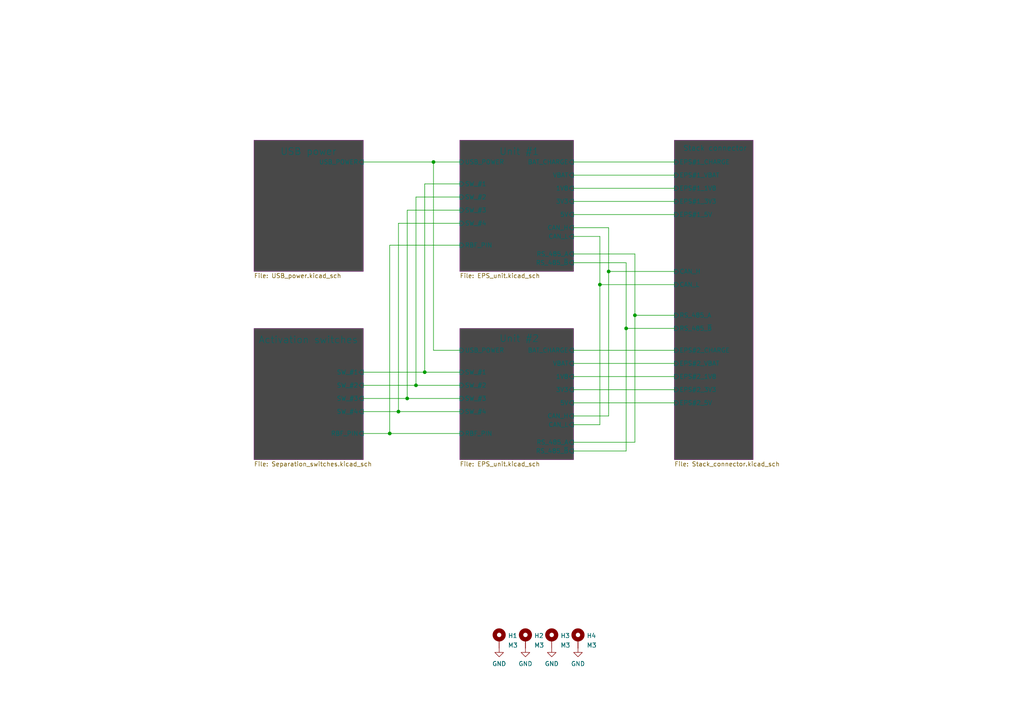
<source format=kicad_sch>
(kicad_sch (version 20210621) (generator eeschema)

  (uuid 2f49f543-5223-4acc-affe-b0eb7ad36a1d)

  (paper "A4")

  (title_block
    (title "BUTCube - EPS")
    (date "2021-06-01")
    (rev "v1.0")
    (company "VUT - FIT(STRaDe) & FME(IAE & IPE)")
    (comment 1 "Author: Petr Malaník")
  )

  

  (junction (at 113.03 125.73) (diameter 0.9144) (color 0 0 0 0))
  (junction (at 115.57 119.38) (diameter 0.9144) (color 0 0 0 0))
  (junction (at 118.11 115.57) (diameter 0.9144) (color 0 0 0 0))
  (junction (at 120.65 111.76) (diameter 0.9144) (color 0 0 0 0))
  (junction (at 123.19 107.95) (diameter 0.9144) (color 0 0 0 0))
  (junction (at 125.73 46.99) (diameter 0.9144) (color 0 0 0 0))
  (junction (at 173.99 82.55) (diameter 0.9144) (color 0 0 0 0))
  (junction (at 176.53 78.74) (diameter 0.9144) (color 0 0 0 0))
  (junction (at 181.61 95.25) (diameter 0.9144) (color 0 0 0 0))
  (junction (at 184.15 91.44) (diameter 0.9144) (color 0 0 0 0))

  (wire (pts (xy 105.41 46.99) (xy 125.73 46.99))
    (stroke (width 0) (type solid) (color 0 0 0 0))
    (uuid 39990d10-2636-470a-8dd5-6255feb3ba27)
  )
  (wire (pts (xy 105.41 107.95) (xy 123.19 107.95))
    (stroke (width 0) (type solid) (color 0 0 0 0))
    (uuid df770236-41b6-45f9-8f4d-b4750f497ffc)
  )
  (wire (pts (xy 105.41 111.76) (xy 120.65 111.76))
    (stroke (width 0) (type solid) (color 0 0 0 0))
    (uuid c91ad63e-0455-4a44-9210-cce803398cf8)
  )
  (wire (pts (xy 105.41 115.57) (xy 118.11 115.57))
    (stroke (width 0) (type solid) (color 0 0 0 0))
    (uuid 7fadf95b-c98f-45d0-aaee-726f0e9f089a)
  )
  (wire (pts (xy 105.41 119.38) (xy 115.57 119.38))
    (stroke (width 0) (type solid) (color 0 0 0 0))
    (uuid d0827bb6-f615-4cc4-b1de-e74a8a10425b)
  )
  (wire (pts (xy 105.41 125.73) (xy 113.03 125.73))
    (stroke (width 0) (type solid) (color 0 0 0 0))
    (uuid a81aaad3-2cca-4612-86d1-cf4ccba5352d)
  )
  (wire (pts (xy 113.03 71.12) (xy 113.03 125.73))
    (stroke (width 0) (type solid) (color 0 0 0 0))
    (uuid 6fcd28e9-6a35-4e93-98fc-a1ecd8afe745)
  )
  (wire (pts (xy 113.03 71.12) (xy 133.35 71.12))
    (stroke (width 0) (type solid) (color 0 0 0 0))
    (uuid 3ddf8b90-252a-4aac-83e5-e5b72b80ec5b)
  )
  (wire (pts (xy 113.03 125.73) (xy 133.35 125.73))
    (stroke (width 0) (type solid) (color 0 0 0 0))
    (uuid a81aaad3-2cca-4612-86d1-cf4ccba5352d)
  )
  (wire (pts (xy 115.57 64.77) (xy 115.57 119.38))
    (stroke (width 0) (type solid) (color 0 0 0 0))
    (uuid fc7b25b8-5f0d-4da0-9b47-5506b22a323f)
  )
  (wire (pts (xy 115.57 64.77) (xy 133.35 64.77))
    (stroke (width 0) (type solid) (color 0 0 0 0))
    (uuid fc7b25b8-5f0d-4da0-9b47-5506b22a323f)
  )
  (wire (pts (xy 115.57 119.38) (xy 133.35 119.38))
    (stroke (width 0) (type solid) (color 0 0 0 0))
    (uuid d0827bb6-f615-4cc4-b1de-e74a8a10425b)
  )
  (wire (pts (xy 118.11 60.96) (xy 118.11 115.57))
    (stroke (width 0) (type solid) (color 0 0 0 0))
    (uuid 28b88e8e-1e21-47e1-b3e6-ad9ae3d80309)
  )
  (wire (pts (xy 118.11 60.96) (xy 133.35 60.96))
    (stroke (width 0) (type solid) (color 0 0 0 0))
    (uuid 9af13be1-4127-4983-8a62-21f0c5e677f8)
  )
  (wire (pts (xy 118.11 115.57) (xy 133.35 115.57))
    (stroke (width 0) (type solid) (color 0 0 0 0))
    (uuid 7fadf95b-c98f-45d0-aaee-726f0e9f089a)
  )
  (wire (pts (xy 120.65 57.15) (xy 120.65 111.76))
    (stroke (width 0) (type solid) (color 0 0 0 0))
    (uuid 97bcad82-21a1-4a05-bba7-d1da494dcf5c)
  )
  (wire (pts (xy 120.65 57.15) (xy 133.35 57.15))
    (stroke (width 0) (type solid) (color 0 0 0 0))
    (uuid 20988d9c-96bb-441c-ba1b-f552dc3dfdc4)
  )
  (wire (pts (xy 120.65 111.76) (xy 133.35 111.76))
    (stroke (width 0) (type solid) (color 0 0 0 0))
    (uuid c91ad63e-0455-4a44-9210-cce803398cf8)
  )
  (wire (pts (xy 123.19 53.34) (xy 123.19 107.95))
    (stroke (width 0) (type solid) (color 0 0 0 0))
    (uuid bd5ab02c-5695-4766-909c-6e13f745cd34)
  )
  (wire (pts (xy 123.19 53.34) (xy 133.35 53.34))
    (stroke (width 0) (type solid) (color 0 0 0 0))
    (uuid 032c6dfb-879c-4d01-ad0a-2882b27e5b70)
  )
  (wire (pts (xy 123.19 107.95) (xy 133.35 107.95))
    (stroke (width 0) (type solid) (color 0 0 0 0))
    (uuid df770236-41b6-45f9-8f4d-b4750f497ffc)
  )
  (wire (pts (xy 125.73 46.99) (xy 125.73 101.6))
    (stroke (width 0) (type solid) (color 0 0 0 0))
    (uuid c6301f0f-a523-4815-8ad7-fb6588ea15b5)
  )
  (wire (pts (xy 125.73 46.99) (xy 133.35 46.99))
    (stroke (width 0) (type solid) (color 0 0 0 0))
    (uuid 39990d10-2636-470a-8dd5-6255feb3ba27)
  )
  (wire (pts (xy 125.73 101.6) (xy 133.35 101.6))
    (stroke (width 0) (type solid) (color 0 0 0 0))
    (uuid c6301f0f-a523-4815-8ad7-fb6588ea15b5)
  )
  (wire (pts (xy 166.37 46.99) (xy 195.58 46.99))
    (stroke (width 0) (type solid) (color 0 0 0 0))
    (uuid 72d37ceb-29ad-4242-adaf-0c4e5b2b9938)
  )
  (wire (pts (xy 166.37 50.8) (xy 195.58 50.8))
    (stroke (width 0) (type solid) (color 0 0 0 0))
    (uuid 845636b2-ee51-4dbc-b13b-8f1f2da57aea)
  )
  (wire (pts (xy 166.37 54.61) (xy 195.58 54.61))
    (stroke (width 0) (type solid) (color 0 0 0 0))
    (uuid 6d7d4401-2426-434e-bb6e-ed012b7b0ae6)
  )
  (wire (pts (xy 166.37 58.42) (xy 195.58 58.42))
    (stroke (width 0) (type solid) (color 0 0 0 0))
    (uuid c623b167-0c01-4997-b30f-22380c7c9d93)
  )
  (wire (pts (xy 166.37 62.23) (xy 195.58 62.23))
    (stroke (width 0) (type solid) (color 0 0 0 0))
    (uuid cdb85114-9dc1-4a0f-a0f7-f6f2a2f6b6d6)
  )
  (wire (pts (xy 166.37 66.04) (xy 176.53 66.04))
    (stroke (width 0) (type solid) (color 0 0 0 0))
    (uuid c7ef951f-158d-4037-8e80-1062c966df60)
  )
  (wire (pts (xy 166.37 68.58) (xy 173.99 68.58))
    (stroke (width 0) (type solid) (color 0 0 0 0))
    (uuid 8de3abed-965f-44ba-848c-3b47fda5bd31)
  )
  (wire (pts (xy 166.37 73.66) (xy 184.15 73.66))
    (stroke (width 0) (type solid) (color 0 0 0 0))
    (uuid f11929fb-48ae-48a8-bdf8-497fabe6f7a2)
  )
  (wire (pts (xy 166.37 76.2) (xy 181.61 76.2))
    (stroke (width 0) (type solid) (color 0 0 0 0))
    (uuid b23b1cda-6e9c-437a-bc6b-2dc112befb78)
  )
  (wire (pts (xy 166.37 101.6) (xy 195.58 101.6))
    (stroke (width 0) (type solid) (color 0 0 0 0))
    (uuid adcd18a4-7a73-495e-af1b-c3a5376e0d2d)
  )
  (wire (pts (xy 166.37 105.41) (xy 195.58 105.41))
    (stroke (width 0) (type solid) (color 0 0 0 0))
    (uuid 9971f006-26d5-4d5f-91dd-8032b2c805b7)
  )
  (wire (pts (xy 166.37 109.22) (xy 195.58 109.22))
    (stroke (width 0) (type solid) (color 0 0 0 0))
    (uuid 831b5664-9140-4dfa-b1c6-4e9a07992941)
  )
  (wire (pts (xy 166.37 113.03) (xy 195.58 113.03))
    (stroke (width 0) (type solid) (color 0 0 0 0))
    (uuid c8f3d5c7-3eae-4dd1-86bd-173fb211f0e0)
  )
  (wire (pts (xy 166.37 116.84) (xy 195.58 116.84))
    (stroke (width 0) (type solid) (color 0 0 0 0))
    (uuid 1ab9aaad-f443-49cb-b7be-f518147b731c)
  )
  (wire (pts (xy 166.37 120.65) (xy 176.53 120.65))
    (stroke (width 0) (type solid) (color 0 0 0 0))
    (uuid ef1866a5-a190-4062-bcb3-3ac90d69f45f)
  )
  (wire (pts (xy 166.37 123.19) (xy 173.99 123.19))
    (stroke (width 0) (type solid) (color 0 0 0 0))
    (uuid 172b9a22-ed69-49a1-9594-7673bcf8544c)
  )
  (wire (pts (xy 166.37 128.27) (xy 184.15 128.27))
    (stroke (width 0) (type solid) (color 0 0 0 0))
    (uuid 2aed7984-1d53-4d28-ac6e-dd23612cb706)
  )
  (wire (pts (xy 166.37 130.81) (xy 181.61 130.81))
    (stroke (width 0) (type solid) (color 0 0 0 0))
    (uuid b23b1cda-6e9c-437a-bc6b-2dc112befb78)
  )
  (wire (pts (xy 173.99 68.58) (xy 173.99 82.55))
    (stroke (width 0) (type solid) (color 0 0 0 0))
    (uuid 4f0b826a-c89c-40b8-a091-fc56aa9a68c8)
  )
  (wire (pts (xy 173.99 82.55) (xy 173.99 123.19))
    (stroke (width 0) (type solid) (color 0 0 0 0))
    (uuid 4f0b826a-c89c-40b8-a091-fc56aa9a68c8)
  )
  (wire (pts (xy 173.99 82.55) (xy 195.58 82.55))
    (stroke (width 0) (type solid) (color 0 0 0 0))
    (uuid bc50f196-3c1c-4a58-be77-bd3d31947694)
  )
  (wire (pts (xy 176.53 66.04) (xy 176.53 78.74))
    (stroke (width 0) (type solid) (color 0 0 0 0))
    (uuid 92a5b41c-31dc-4aca-b92c-0d5ca44de9dd)
  )
  (wire (pts (xy 176.53 78.74) (xy 176.53 120.65))
    (stroke (width 0) (type solid) (color 0 0 0 0))
    (uuid 92a5b41c-31dc-4aca-b92c-0d5ca44de9dd)
  )
  (wire (pts (xy 176.53 78.74) (xy 195.58 78.74))
    (stroke (width 0) (type solid) (color 0 0 0 0))
    (uuid c4374f4f-76c3-4c58-a04b-9bcb72734dc0)
  )
  (wire (pts (xy 181.61 76.2) (xy 181.61 95.25))
    (stroke (width 0) (type solid) (color 0 0 0 0))
    (uuid b23b1cda-6e9c-437a-bc6b-2dc112befb78)
  )
  (wire (pts (xy 181.61 95.25) (xy 181.61 130.81))
    (stroke (width 0) (type solid) (color 0 0 0 0))
    (uuid b23b1cda-6e9c-437a-bc6b-2dc112befb78)
  )
  (wire (pts (xy 181.61 95.25) (xy 195.58 95.25))
    (stroke (width 0) (type solid) (color 0 0 0 0))
    (uuid 7f8d828c-1cad-40ae-9210-d48af3649225)
  )
  (wire (pts (xy 184.15 73.66) (xy 184.15 91.44))
    (stroke (width 0) (type solid) (color 0 0 0 0))
    (uuid 2aed7984-1d53-4d28-ac6e-dd23612cb706)
  )
  (wire (pts (xy 184.15 91.44) (xy 184.15 128.27))
    (stroke (width 0) (type solid) (color 0 0 0 0))
    (uuid 2aed7984-1d53-4d28-ac6e-dd23612cb706)
  )
  (wire (pts (xy 184.15 91.44) (xy 195.58 91.44))
    (stroke (width 0) (type solid) (color 0 0 0 0))
    (uuid 843a6978-2097-4150-b1ab-683764d21ae3)
  )

  (symbol (lib_id "power:GND") (at 144.78 187.96 0) (unit 1)
    (in_bom yes) (on_board yes) (fields_autoplaced)
    (uuid 4bfdf05e-97d1-443f-9474-51eaf1416cb1)
    (property "Reference" "#PWR01" (id 0) (at 144.78 194.31 0)
      (effects (font (size 1.27 1.27)) hide)
    )
    (property "Value" "GND" (id 1) (at 144.78 192.5226 0))
    (property "Footprint" "" (id 2) (at 144.78 187.96 0)
      (effects (font (size 1.27 1.27)) hide)
    )
    (property "Datasheet" "" (id 3) (at 144.78 187.96 0)
      (effects (font (size 1.27 1.27)) hide)
    )
    (pin "1" (uuid b2779e9b-29ad-43d8-a92e-ec41b5a13471))
  )

  (symbol (lib_id "power:GND") (at 152.4 187.96 0) (unit 1)
    (in_bom yes) (on_board yes) (fields_autoplaced)
    (uuid 08196bea-4396-40f8-a9e4-4c3d4398a36a)
    (property "Reference" "#PWR02" (id 0) (at 152.4 194.31 0)
      (effects (font (size 1.27 1.27)) hide)
    )
    (property "Value" "GND" (id 1) (at 152.4 192.5226 0))
    (property "Footprint" "" (id 2) (at 152.4 187.96 0)
      (effects (font (size 1.27 1.27)) hide)
    )
    (property "Datasheet" "" (id 3) (at 152.4 187.96 0)
      (effects (font (size 1.27 1.27)) hide)
    )
    (pin "1" (uuid f39e3122-ed59-4483-9a90-26e7e6365c2d))
  )

  (symbol (lib_id "power:GND") (at 160.02 187.96 0) (unit 1)
    (in_bom yes) (on_board yes) (fields_autoplaced)
    (uuid d40190e9-8c25-445f-93b8-fe31be1b7c26)
    (property "Reference" "#PWR03" (id 0) (at 160.02 194.31 0)
      (effects (font (size 1.27 1.27)) hide)
    )
    (property "Value" "GND" (id 1) (at 160.02 192.5226 0))
    (property "Footprint" "" (id 2) (at 160.02 187.96 0)
      (effects (font (size 1.27 1.27)) hide)
    )
    (property "Datasheet" "" (id 3) (at 160.02 187.96 0)
      (effects (font (size 1.27 1.27)) hide)
    )
    (pin "1" (uuid a00eab10-f171-4e96-80c9-53dbf34eb8c2))
  )

  (symbol (lib_id "power:GND") (at 167.64 187.96 0) (unit 1)
    (in_bom yes) (on_board yes) (fields_autoplaced)
    (uuid 0893530c-6aec-47f3-bd7f-29cda7ecd092)
    (property "Reference" "#PWR04" (id 0) (at 167.64 194.31 0)
      (effects (font (size 1.27 1.27)) hide)
    )
    (property "Value" "GND" (id 1) (at 167.64 192.5226 0))
    (property "Footprint" "" (id 2) (at 167.64 187.96 0)
      (effects (font (size 1.27 1.27)) hide)
    )
    (property "Datasheet" "" (id 3) (at 167.64 187.96 0)
      (effects (font (size 1.27 1.27)) hide)
    )
    (pin "1" (uuid 18100b89-ed6f-4bdc-9547-1227a8d06755))
  )

  (symbol (lib_id "Mechanical:MountingHole_Pad") (at 144.78 185.42 0) (unit 1)
    (in_bom yes) (on_board yes) (fields_autoplaced)
    (uuid 66bf6f6c-97e9-486c-9eaa-26a402f80b15)
    (property "Reference" "H1" (id 0) (at 147.3201 184.3845 0)
      (effects (font (size 1.27 1.27)) (justify left))
    )
    (property "Value" "M3" (id 1) (at 147.3201 187.1596 0)
      (effects (font (size 1.27 1.27)) (justify left))
    )
    (property "Footprint" "MountingHole:MountingHole_3.2mm_M3_Pad_Via" (id 2) (at 144.78 185.42 0)
      (effects (font (size 1.27 1.27)) hide)
    )
    (property "Datasheet" "~" (id 3) (at 144.78 185.42 0)
      (effects (font (size 1.27 1.27)) hide)
    )
    (pin "1" (uuid bd78bb1f-5b75-42f5-b169-c00756757142))
  )

  (symbol (lib_id "Mechanical:MountingHole_Pad") (at 152.4 185.42 0) (unit 1)
    (in_bom yes) (on_board yes) (fields_autoplaced)
    (uuid 607cafa5-2b9a-44fe-b751-2f216b0c73a3)
    (property "Reference" "H2" (id 0) (at 154.9401 184.3845 0)
      (effects (font (size 1.27 1.27)) (justify left))
    )
    (property "Value" "M3" (id 1) (at 154.9401 187.1596 0)
      (effects (font (size 1.27 1.27)) (justify left))
    )
    (property "Footprint" "MountingHole:MountingHole_3.2mm_M3_Pad_Via" (id 2) (at 152.4 185.42 0)
      (effects (font (size 1.27 1.27)) hide)
    )
    (property "Datasheet" "~" (id 3) (at 152.4 185.42 0)
      (effects (font (size 1.27 1.27)) hide)
    )
    (pin "1" (uuid 486f9c14-4583-45cf-b1c8-6f931c8edaa5))
  )

  (symbol (lib_id "Mechanical:MountingHole_Pad") (at 160.02 185.42 0) (unit 1)
    (in_bom yes) (on_board yes) (fields_autoplaced)
    (uuid d97bd976-5441-47dd-a3c9-14beb9eb2176)
    (property "Reference" "H3" (id 0) (at 162.5601 184.3845 0)
      (effects (font (size 1.27 1.27)) (justify left))
    )
    (property "Value" "M3" (id 1) (at 162.5601 187.1596 0)
      (effects (font (size 1.27 1.27)) (justify left))
    )
    (property "Footprint" "MountingHole:MountingHole_3.2mm_M3_Pad_Via" (id 2) (at 160.02 185.42 0)
      (effects (font (size 1.27 1.27)) hide)
    )
    (property "Datasheet" "~" (id 3) (at 160.02 185.42 0)
      (effects (font (size 1.27 1.27)) hide)
    )
    (pin "1" (uuid 26313712-7b9b-4b45-b0d0-642f64524de1))
  )

  (symbol (lib_id "Mechanical:MountingHole_Pad") (at 167.64 185.42 0) (unit 1)
    (in_bom yes) (on_board yes) (fields_autoplaced)
    (uuid bf4313bb-3c20-48f9-91dc-f33dc0ea2294)
    (property "Reference" "H4" (id 0) (at 170.1801 184.3845 0)
      (effects (font (size 1.27 1.27)) (justify left))
    )
    (property "Value" "M3" (id 1) (at 170.1801 187.1596 0)
      (effects (font (size 1.27 1.27)) (justify left))
    )
    (property "Footprint" "MountingHole:MountingHole_3.2mm_M3_Pad_Via" (id 2) (at 167.64 185.42 0)
      (effects (font (size 1.27 1.27)) hide)
    )
    (property "Datasheet" "~" (id 3) (at 167.64 185.42 0)
      (effects (font (size 1.27 1.27)) hide)
    )
    (pin "1" (uuid 33821509-c07e-4f01-961b-8ad89ce1a83b))
  )

  (sheet (at 73.66 95.25) (size 31.75 38.1)
    (stroke (width 0.001) (type solid) (color 132 0 132 1))
    (fill (color 72 72 72 1.0000))
    (uuid 0af26628-79d2-4b82-8720-d6410a59bab5)
    (property "Sheet name" "Activation switches" (id 0) (at 74.93 99.6941 0)
      (effects (font (size 2 2)) (justify left bottom))
    )
    (property "Sheet file" "Separation_switches.kicad_sch" (id 1) (at 73.66 133.8589 0)
      (effects (font (size 1.27 1.27)) (justify left top))
    )
    (pin "SW_#3" input (at 105.41 115.57 0)
      (effects (font (size 1.27 1.27)) (justify right))
      (uuid 13cdd1f4-a969-4c56-a13c-17dbff0deb0e)
    )
    (pin "SW_#4" input (at 105.41 119.38 0)
      (effects (font (size 1.27 1.27)) (justify right))
      (uuid 34e689d2-1002-420c-9eba-a99ad898f376)
    )
    (pin "SW_#1" input (at 105.41 107.95 0)
      (effects (font (size 1.27 1.27)) (justify right))
      (uuid 88cfb714-55a3-4baf-9d16-76180211f254)
    )
    (pin "SW_#2" input (at 105.41 111.76 0)
      (effects (font (size 1.27 1.27)) (justify right))
      (uuid 734cf6bf-c43b-4959-8567-23ee74db617a)
    )
    (pin "RBF_PIN" input (at 105.41 125.73 0)
      (effects (font (size 1.27 1.27)) (justify right))
      (uuid fc0e9d89-048c-4c39-b341-80a41407ca57)
    )
  )

  (sheet (at 195.58 40.64) (size 22.86 92.71)
    (stroke (width 0.001) (type solid) (color 132 0 132 1))
    (fill (color 72 72 72 1.0000))
    (uuid 1e440c8e-d82c-43a9-85f4-bc6a89310980)
    (property "Sheet name" "Stack connector" (id 0) (at 198.12 43.8141 0)
      (effects (font (size 1.5 1.5)) (justify left bottom))
    )
    (property "Sheet file" "Stack_connector.kicad_sch" (id 1) (at 195.58 133.8589 0)
      (effects (font (size 1.27 1.27)) (justify left top))
    )
    (pin "EPS#2_1V8" input (at 195.58 109.22 180)
      (effects (font (size 1.27 1.27)) (justify left))
      (uuid 16adb083-2cce-499e-a28e-6f8835f86915)
    )
    (pin "EPS#2_5V" input (at 195.58 116.84 180)
      (effects (font (size 1.27 1.27)) (justify left))
      (uuid 1e67d3c3-b075-44dd-8c64-15f0c067f243)
    )
    (pin "EPS#2_VBAT" input (at 195.58 105.41 180)
      (effects (font (size 1.27 1.27)) (justify left))
      (uuid 569f1762-021f-4109-9f1c-34290f12d237)
    )
    (pin "EPS#1_5V" input (at 195.58 62.23 180)
      (effects (font (size 1.27 1.27)) (justify left))
      (uuid 5d065a7f-feb9-4371-9824-d93115467097)
    )
    (pin "EPS#1_3V3" input (at 195.58 58.42 180)
      (effects (font (size 1.27 1.27)) (justify left))
      (uuid 56b6276e-b251-4781-811b-f0b1224bad22)
    )
    (pin "EPS#1_1V8" input (at 195.58 54.61 180)
      (effects (font (size 1.27 1.27)) (justify left))
      (uuid 39dd60d6-c6c1-496d-9143-6501cdbbb5a8)
    )
    (pin "EPS#1_VBAT" input (at 195.58 50.8 180)
      (effects (font (size 1.27 1.27)) (justify left))
      (uuid 10c73010-979a-40f4-97c1-4c3fb5d029b1)
    )
    (pin "EPS#2_3V3" input (at 195.58 113.03 180)
      (effects (font (size 1.27 1.27)) (justify left))
      (uuid 37f921bc-27d4-4edc-b2f7-a451a3f0d73b)
    )
    (pin "CAN_H" input (at 195.58 78.74 180)
      (effects (font (size 1.27 1.27)) (justify left))
      (uuid 4694a4a0-34e4-43ea-a45b-d4190ae2c581)
    )
    (pin "CAN_L" input (at 195.58 82.55 180)
      (effects (font (size 1.27 1.27)) (justify left))
      (uuid 8a9564f0-2bba-4131-9f7f-ffe57c5b4566)
    )
    (pin "RS_485_A" input (at 195.58 91.44 180)
      (effects (font (size 1.27 1.27)) (justify left))
      (uuid 7195805c-f287-416f-8bb4-a139c7accffc)
    )
    (pin "RS_485_~{B}" input (at 195.58 95.25 180)
      (effects (font (size 1.27 1.27)) (justify left))
      (uuid 05ab5a44-88ce-4a13-adc8-8367f98530fd)
    )
    (pin "EPS#1_CHARGE" input (at 195.58 46.99 180)
      (effects (font (size 1.27 1.27)) (justify left))
      (uuid f88dd329-f6ed-4ab5-95f2-752c0444ff60)
    )
    (pin "EPS#2_CHARGE" input (at 195.58 101.6 180)
      (effects (font (size 1.27 1.27)) (justify left))
      (uuid 84963184-203a-4d58-a506-c8fa40bb77f8)
    )
  )

  (sheet (at 73.66 40.64) (size 31.75 38.1)
    (stroke (width 0.001) (type solid) (color 132 0 132 1))
    (fill (color 72 72 72 1.0000))
    (uuid f0a44c9a-59f0-4df3-a6f8-7f380764821e)
    (property "Sheet name" "USB power" (id 0) (at 81.28 45.0841 0)
      (effects (font (size 2 2)) (justify left bottom))
    )
    (property "Sheet file" "USB_power.kicad_sch" (id 1) (at 73.66 79.2489 0)
      (effects (font (size 1.27 1.27)) (justify left top))
    )
    (pin "USB_POWER" input (at 105.41 46.99 0)
      (effects (font (size 1.27 1.27)) (justify right))
      (uuid 2adcf26e-3a81-4561-b2db-6ebf7d3f5026)
    )
  )

  (sheet (at 133.35 40.64) (size 33.02 38.1)
    (stroke (width 0.001) (type solid) (color 132 0 132 1))
    (fill (color 72 72 72 1.0000))
    (uuid 3fbfe5f5-450c-4c51-813c-f3d5ddddd4e3)
    (property "Sheet name" "Unit #1" (id 0) (at 144.78 45.0841 0)
      (effects (font (size 2 2)) (justify left bottom))
    )
    (property "Sheet file" "EPS_unit.kicad_sch" (id 1) (at 133.35 79.2489 0)
      (effects (font (size 1.27 1.27)) (justify left top))
    )
    (pin "USB_POWER" input (at 133.35 46.99 180)
      (effects (font (size 1.27 1.27)) (justify left))
      (uuid 8abf4e2d-ffed-495f-a30b-6cb3441c297d)
    )
    (pin "SW_#1" input (at 133.35 53.34 180)
      (effects (font (size 1.27 1.27)) (justify left))
      (uuid fc9b713e-b551-4d0f-a708-acf5dd4e98fc)
    )
    (pin "SW_#3" input (at 133.35 60.96 180)
      (effects (font (size 1.27 1.27)) (justify left))
      (uuid b99b2ccf-e69f-4195-ba06-a4ac30f68983)
    )
    (pin "SW_#4" input (at 133.35 64.77 180)
      (effects (font (size 1.27 1.27)) (justify left))
      (uuid 186624c3-1a9e-4802-9d08-a647b28a9dfe)
    )
    (pin "SW_#2" input (at 133.35 57.15 180)
      (effects (font (size 1.27 1.27)) (justify left))
      (uuid b74550bf-3ae9-404a-aef5-c3eacdd1562c)
    )
    (pin "5V" input (at 166.37 62.23 0)
      (effects (font (size 1.27 1.27)) (justify right))
      (uuid faf9bf62-d323-4497-813f-401a9e565ba4)
    )
    (pin "1V8" input (at 166.37 54.61 0)
      (effects (font (size 1.27 1.27)) (justify right))
      (uuid 01781dbd-4a52-427e-bd46-333457825422)
    )
    (pin "VBAT" input (at 166.37 50.8 0)
      (effects (font (size 1.27 1.27)) (justify right))
      (uuid 31447997-f231-4703-8b6f-c1981ddcacfe)
    )
    (pin "3V3" input (at 166.37 58.42 0)
      (effects (font (size 1.27 1.27)) (justify right))
      (uuid 68858264-f83e-4007-bc47-cd53503aecef)
    )
    (pin "CAN_H" input (at 166.37 66.04 0)
      (effects (font (size 1.27 1.27)) (justify right))
      (uuid 8e5a80db-fdac-4ca3-8993-123c8dd62fb3)
    )
    (pin "CAN_L" input (at 166.37 68.58 0)
      (effects (font (size 1.27 1.27)) (justify right))
      (uuid f3ca86ee-3ea9-4f9d-8bf8-ec8a4bcf7d70)
    )
    (pin "RBF_PIN" input (at 133.35 71.12 180)
      (effects (font (size 1.27 1.27)) (justify left))
      (uuid 44044b78-5628-4072-86bc-5009215c160f)
    )
    (pin "RS_485_A" input (at 166.37 73.66 0)
      (effects (font (size 1.27 1.27)) (justify right))
      (uuid 0cec60c8-0c50-467f-9105-dcedbd231725)
    )
    (pin "BAT_CHARGE" input (at 166.37 46.99 0)
      (effects (font (size 1.27 1.27)) (justify right))
      (uuid a1a883e1-109f-42f3-b2fe-8391c0c1a953)
    )
    (pin "RS_485_~{B}" input (at 166.37 76.2 0)
      (effects (font (size 1.27 1.27)) (justify right))
      (uuid 6b19df93-4a1d-4f45-8f9f-ff87e5a7e674)
    )
  )

  (sheet (at 133.35 95.25) (size 33.02 38.1)
    (stroke (width 0.001) (type solid) (color 132 0 132 1))
    (fill (color 72 72 72 1.0000))
    (uuid 4b3a0e0d-cdd4-41ca-aa78-0f9d521766f0)
    (property "Sheet name" "Unit #2" (id 0) (at 144.78 99.3291 0)
      (effects (font (size 2 2)) (justify left bottom))
    )
    (property "Sheet file" "EPS_unit.kicad_sch" (id 1) (at 133.35 133.8589 0)
      (effects (font (size 1.27 1.27)) (justify left top))
    )
    (pin "USB_POWER" input (at 133.35 101.6 180)
      (effects (font (size 1.27 1.27)) (justify left))
      (uuid f3493f2e-3c7d-4a05-9b39-8661b2518463)
    )
    (pin "SW_#1" input (at 133.35 107.95 180)
      (effects (font (size 1.27 1.27)) (justify left))
      (uuid 36c4b42a-5bcc-4421-81d8-670007be965f)
    )
    (pin "SW_#3" input (at 133.35 115.57 180)
      (effects (font (size 1.27 1.27)) (justify left))
      (uuid 08ca2aa9-03a2-477c-b866-94851d126ccb)
    )
    (pin "SW_#4" input (at 133.35 119.38 180)
      (effects (font (size 1.27 1.27)) (justify left))
      (uuid 95b36079-91ce-4fd0-987a-6792f7aad3b0)
    )
    (pin "SW_#2" input (at 133.35 111.76 180)
      (effects (font (size 1.27 1.27)) (justify left))
      (uuid ee407556-77f4-477b-8f11-b766b5f9fb6d)
    )
    (pin "5V" input (at 166.37 116.84 0)
      (effects (font (size 1.27 1.27)) (justify right))
      (uuid de15d2a9-3a16-4bd5-9687-dd77c8a7b792)
    )
    (pin "1V8" input (at 166.37 109.22 0)
      (effects (font (size 1.27 1.27)) (justify right))
      (uuid c13b1f32-8e94-4b67-b6aa-a36e1da5a263)
    )
    (pin "VBAT" input (at 166.37 105.41 0)
      (effects (font (size 1.27 1.27)) (justify right))
      (uuid abe7f910-e16d-4080-b79f-b50230f412f6)
    )
    (pin "3V3" input (at 166.37 113.03 0)
      (effects (font (size 1.27 1.27)) (justify right))
      (uuid 4599a2e5-8408-4249-af92-bfe479f28a92)
    )
    (pin "CAN_H" input (at 166.37 120.65 0)
      (effects (font (size 1.27 1.27)) (justify right))
      (uuid 6c64c5de-f31e-4a53-a2ae-3d8803847188)
    )
    (pin "CAN_L" input (at 166.37 123.19 0)
      (effects (font (size 1.27 1.27)) (justify right))
      (uuid 50599a56-2ac9-4681-8f8e-75a06c674182)
    )
    (pin "RBF_PIN" input (at 133.35 125.73 180)
      (effects (font (size 1.27 1.27)) (justify left))
      (uuid 3814cad2-a01a-4716-9f5a-76b82bfb45e7)
    )
    (pin "RS_485_A" input (at 166.37 128.27 0)
      (effects (font (size 1.27 1.27)) (justify right))
      (uuid 3af7c658-49fb-448e-a1a3-e948523295de)
    )
    (pin "BAT_CHARGE" input (at 166.37 101.6 0)
      (effects (font (size 1.27 1.27)) (justify right))
      (uuid 9a077e5c-d58f-421d-858b-f329c1afe2ee)
    )
    (pin "RS_485_~{B}" input (at 166.37 130.81 0)
      (effects (font (size 1.27 1.27)) (justify right))
      (uuid 27e931c7-8d92-4269-a0bf-48e3a148167c)
    )
  )

  (sheet_instances
    (path "/" (page "1"))
    (path "/3fbfe5f5-450c-4c51-813c-f3d5ddddd4e3/d0e7f43c-19e1-457f-9b3c-08ae18c73b14" (page "2"))
    (path "/3fbfe5f5-450c-4c51-813c-f3d5ddddd4e3/69a229f7-d3f6-4b7d-9358-aa1002ac32e6" (page "4"))
    (path "/3fbfe5f5-450c-4c51-813c-f3d5ddddd4e3/855c8417-ab94-4328-91c9-4e7cdd76a6fe" (page "5"))
    (path "/3fbfe5f5-450c-4c51-813c-f3d5ddddd4e3/d47b1e7e-fcc0-4d86-b637-7d4c2188f2da" (page "6"))
    (path "/3fbfe5f5-450c-4c51-813c-f3d5ddddd4e3/4d48ecf9-6144-4763-9050-ec9ac6b81740" (page "7"))
    (path "/3fbfe5f5-450c-4c51-813c-f3d5ddddd4e3/3ab246ff-bd7e-42d0-a132-064010f81335" (page "8"))
    (path "/3fbfe5f5-450c-4c51-813c-f3d5ddddd4e3/ec290dc2-3082-4271-9841-619347ff30bc" (page "9"))
    (path "/3fbfe5f5-450c-4c51-813c-f3d5ddddd4e3/e90aa45b-e371-4d9f-a40f-45b62d6b0cc2" (page "10"))
    (path "/3fbfe5f5-450c-4c51-813c-f3d5ddddd4e3" (page "11"))
    (path "/4b3a0e0d-cdd4-41ca-aa78-0f9d521766f0" (page "12"))
    (path "/1e440c8e-d82c-43a9-85f4-bc6a89310980" (page "13"))
    (path "/4b3a0e0d-cdd4-41ca-aa78-0f9d521766f0/d0e7f43c-19e1-457f-9b3c-08ae18c73b14" (page "14"))
    (path "/4b3a0e0d-cdd4-41ca-aa78-0f9d521766f0/69a229f7-d3f6-4b7d-9358-aa1002ac32e6" (page "16"))
    (path "/4b3a0e0d-cdd4-41ca-aa78-0f9d521766f0/855c8417-ab94-4328-91c9-4e7cdd76a6fe" (page "17"))
    (path "/4b3a0e0d-cdd4-41ca-aa78-0f9d521766f0/d47b1e7e-fcc0-4d86-b637-7d4c2188f2da" (page "18"))
    (path "/4b3a0e0d-cdd4-41ca-aa78-0f9d521766f0/4d48ecf9-6144-4763-9050-ec9ac6b81740" (page "19"))
    (path "/4b3a0e0d-cdd4-41ca-aa78-0f9d521766f0/3ab246ff-bd7e-42d0-a132-064010f81335" (page "20"))
    (path "/4b3a0e0d-cdd4-41ca-aa78-0f9d521766f0/ec290dc2-3082-4271-9841-619347ff30bc" (page "21"))
    (path "/4b3a0e0d-cdd4-41ca-aa78-0f9d521766f0/e90aa45b-e371-4d9f-a40f-45b62d6b0cc2" (page "22"))
    (path "/3fbfe5f5-450c-4c51-813c-f3d5ddddd4e3/69a229f7-d3f6-4b7d-9358-aa1002ac32e6/fb01cd5e-1324-455d-9a7b-216b2478d8a1" (page "23"))
    (path "/4b3a0e0d-cdd4-41ca-aa78-0f9d521766f0/69a229f7-d3f6-4b7d-9358-aa1002ac32e6/fb01cd5e-1324-455d-9a7b-216b2478d8a1" (page "24"))
    (path "/3fbfe5f5-450c-4c51-813c-f3d5ddddd4e3/e90aa45b-e371-4d9f-a40f-45b62d6b0cc2/a12e4ae2-0082-44ab-871d-8bf2750427af" (page "25"))
    (path "/4b3a0e0d-cdd4-41ca-aa78-0f9d521766f0/e90aa45b-e371-4d9f-a40f-45b62d6b0cc2/a12e4ae2-0082-44ab-871d-8bf2750427af" (page "26"))
    (path "/3fbfe5f5-450c-4c51-813c-f3d5ddddd4e3/e90aa45b-e371-4d9f-a40f-45b62d6b0cc2/b028d684-e73b-4aba-a10d-751a54ede8f8" (page "27"))
    (path "/4b3a0e0d-cdd4-41ca-aa78-0f9d521766f0/e90aa45b-e371-4d9f-a40f-45b62d6b0cc2/b028d684-e73b-4aba-a10d-751a54ede8f8" (page "28"))
    (path "/3fbfe5f5-450c-4c51-813c-f3d5ddddd4e3/e90aa45b-e371-4d9f-a40f-45b62d6b0cc2/77de7b9e-b79d-47ce-9bcc-fa93ceb69146" (page "29"))
    (path "/4b3a0e0d-cdd4-41ca-aa78-0f9d521766f0/e90aa45b-e371-4d9f-a40f-45b62d6b0cc2/77de7b9e-b79d-47ce-9bcc-fa93ceb69146" (page "30"))
    (path "/3fbfe5f5-450c-4c51-813c-f3d5ddddd4e3/e90aa45b-e371-4d9f-a40f-45b62d6b0cc2/4813e8c7-3f5a-4c5f-98f0-ec2a381e611e" (page "31"))
    (path "/4b3a0e0d-cdd4-41ca-aa78-0f9d521766f0/e90aa45b-e371-4d9f-a40f-45b62d6b0cc2/4813e8c7-3f5a-4c5f-98f0-ec2a381e611e" (page "32"))
    (path "/f0a44c9a-59f0-4df3-a6f8-7f380764821e" (page "33"))
    (path "/0af26628-79d2-4b82-8720-d6410a59bab5" (page "44"))
    (path "/4b3a0e0d-cdd4-41ca-aa78-0f9d521766f0/855c8417-ab94-4328-91c9-4e7cdd76a6fe/3e102a28-d5a4-4d2c-b73e-7fe3de18252f" (page "#"))
    (path "/3fbfe5f5-450c-4c51-813c-f3d5ddddd4e3/855c8417-ab94-4328-91c9-4e7cdd76a6fe/3e102a28-d5a4-4d2c-b73e-7fe3de18252f" (page "#"))
  )

  (symbol_instances
    (path "/4bfdf05e-97d1-443f-9474-51eaf1416cb1"
      (reference "#PWR01") (unit 1) (value "GND") (footprint "")
    )
    (path "/08196bea-4396-40f8-a9e4-4c3d4398a36a"
      (reference "#PWR02") (unit 1) (value "GND") (footprint "")
    )
    (path "/d40190e9-8c25-445f-93b8-fe31be1b7c26"
      (reference "#PWR03") (unit 1) (value "GND") (footprint "")
    )
    (path "/0893530c-6aec-47f3-bd7f-29cda7ecd092"
      (reference "#PWR04") (unit 1) (value "GND") (footprint "")
    )
    (path "/3fbfe5f5-450c-4c51-813c-f3d5ddddd4e3/d0e7f43c-19e1-457f-9b3c-08ae18c73b14/6ebe803f-5eb6-49de-94b4-9951fce61f79"
      (reference "#PWR05") (unit 1) (value "GND") (footprint "")
    )
    (path "/3fbfe5f5-450c-4c51-813c-f3d5ddddd4e3/d0e7f43c-19e1-457f-9b3c-08ae18c73b14/383420f2-56fd-4a2d-bbf3-76ceb60f62a6"
      (reference "#PWR06") (unit 1) (value "GND") (footprint "")
    )
    (path "/3fbfe5f5-450c-4c51-813c-f3d5ddddd4e3/d0e7f43c-19e1-457f-9b3c-08ae18c73b14/65420468-2b5a-4e8d-8139-4ff930ea4cb4"
      (reference "#PWR07") (unit 1) (value "GND") (footprint "")
    )
    (path "/3fbfe5f5-450c-4c51-813c-f3d5ddddd4e3/d0e7f43c-19e1-457f-9b3c-08ae18c73b14/65a61411-1205-40aa-902e-07e546492efb"
      (reference "#PWR08") (unit 1) (value "GND") (footprint "")
    )
    (path "/3fbfe5f5-450c-4c51-813c-f3d5ddddd4e3/d0e7f43c-19e1-457f-9b3c-08ae18c73b14/e4ccc808-02ca-4386-b889-ffcb5a12309f"
      (reference "#PWR09") (unit 1) (value "GND") (footprint "")
    )
    (path "/3fbfe5f5-450c-4c51-813c-f3d5ddddd4e3/d0e7f43c-19e1-457f-9b3c-08ae18c73b14/bf5a0034-d362-42b0-a742-3b6168bd38d9"
      (reference "#PWR010") (unit 1) (value "GND") (footprint "")
    )
    (path "/3fbfe5f5-450c-4c51-813c-f3d5ddddd4e3/d0e7f43c-19e1-457f-9b3c-08ae18c73b14/a6eb18b5-181c-4f39-88f4-53201523a268"
      (reference "#PWR011") (unit 1) (value "GND") (footprint "")
    )
    (path "/3fbfe5f5-450c-4c51-813c-f3d5ddddd4e3/d0e7f43c-19e1-457f-9b3c-08ae18c73b14/131ee275-1b63-49a5-9072-f19d2aa24ff9"
      (reference "#PWR012") (unit 1) (value "GND") (footprint "")
    )
    (path "/3fbfe5f5-450c-4c51-813c-f3d5ddddd4e3/d0e7f43c-19e1-457f-9b3c-08ae18c73b14/8a2183dc-0a0d-4feb-8c29-bd745679d7b8"
      (reference "#PWR013") (unit 1) (value "GND") (footprint "")
    )
    (path "/3fbfe5f5-450c-4c51-813c-f3d5ddddd4e3/d0e7f43c-19e1-457f-9b3c-08ae18c73b14/c32eb7e5-57fe-4d8a-ba99-96b946d7b6e7"
      (reference "#PWR014") (unit 1) (value "GND") (footprint "")
    )
    (path "/3fbfe5f5-450c-4c51-813c-f3d5ddddd4e3/d0e7f43c-19e1-457f-9b3c-08ae18c73b14/42fadd57-ec9b-41c1-b934-01ce21b42ca6"
      (reference "#PWR015") (unit 1) (value "GND") (footprint "")
    )
    (path "/3fbfe5f5-450c-4c51-813c-f3d5ddddd4e3/d0e7f43c-19e1-457f-9b3c-08ae18c73b14/77e17651-ed39-4d52-85b9-a3878d64988a"
      (reference "#PWR016") (unit 1) (value "GND") (footprint "")
    )
    (path "/3fbfe5f5-450c-4c51-813c-f3d5ddddd4e3/69a229f7-d3f6-4b7d-9358-aa1002ac32e6/c2b1bdea-bcf9-4445-9e85-c99dfe510a5c"
      (reference "#PWR017") (unit 1) (value "GND") (footprint "")
    )
    (path "/3fbfe5f5-450c-4c51-813c-f3d5ddddd4e3/69a229f7-d3f6-4b7d-9358-aa1002ac32e6/c640c6ef-15d4-451b-ba26-c8442b126f83"
      (reference "#PWR018") (unit 1) (value "GND") (footprint "")
    )
    (path "/3fbfe5f5-450c-4c51-813c-f3d5ddddd4e3/69a229f7-d3f6-4b7d-9358-aa1002ac32e6/a1831df2-3281-4acc-9c2f-294c23b7e14f"
      (reference "#PWR019") (unit 1) (value "GND") (footprint "")
    )
    (path "/3fbfe5f5-450c-4c51-813c-f3d5ddddd4e3/69a229f7-d3f6-4b7d-9358-aa1002ac32e6/7132610b-dbcf-414d-b903-24d0015c36b7"
      (reference "#PWR020") (unit 1) (value "GND") (footprint "")
    )
    (path "/3fbfe5f5-450c-4c51-813c-f3d5ddddd4e3/69a229f7-d3f6-4b7d-9358-aa1002ac32e6/c8fb53a1-7fdb-4f48-ad81-f2721acd5bf8"
      (reference "#PWR021") (unit 1) (value "GND") (footprint "")
    )
    (path "/3fbfe5f5-450c-4c51-813c-f3d5ddddd4e3/69a229f7-d3f6-4b7d-9358-aa1002ac32e6/8653099a-f82b-47c6-b13c-9ec60a3811e3"
      (reference "#PWR022") (unit 1) (value "GND") (footprint "")
    )
    (path "/3fbfe5f5-450c-4c51-813c-f3d5ddddd4e3/69a229f7-d3f6-4b7d-9358-aa1002ac32e6/3c54bba4-5c89-4abc-9657-12b2f1715150"
      (reference "#PWR023") (unit 1) (value "GND") (footprint "")
    )
    (path "/3fbfe5f5-450c-4c51-813c-f3d5ddddd4e3/69a229f7-d3f6-4b7d-9358-aa1002ac32e6/247451fa-910c-49f6-b7da-2aadc7b68c9b"
      (reference "#PWR024") (unit 1) (value "GND") (footprint "")
    )
    (path "/3fbfe5f5-450c-4c51-813c-f3d5ddddd4e3/69a229f7-d3f6-4b7d-9358-aa1002ac32e6/464f8168-21c6-445f-bd5c-7757b322d9c8"
      (reference "#PWR025") (unit 1) (value "GND") (footprint "")
    )
    (path "/3fbfe5f5-450c-4c51-813c-f3d5ddddd4e3/69a229f7-d3f6-4b7d-9358-aa1002ac32e6/828ad18c-11ca-417b-a62c-c54932bf800e"
      (reference "#PWR026") (unit 1) (value "GND") (footprint "")
    )
    (path "/3fbfe5f5-450c-4c51-813c-f3d5ddddd4e3/69a229f7-d3f6-4b7d-9358-aa1002ac32e6/707419b7-8481-4073-8c56-c02576861d95"
      (reference "#PWR027") (unit 1) (value "GND") (footprint "")
    )
    (path "/3fbfe5f5-450c-4c51-813c-f3d5ddddd4e3/69a229f7-d3f6-4b7d-9358-aa1002ac32e6/b20aed0f-4c6d-4114-b874-8f48a80bd5f9"
      (reference "#PWR028") (unit 1) (value "GND") (footprint "")
    )
    (path "/3fbfe5f5-450c-4c51-813c-f3d5ddddd4e3/69a229f7-d3f6-4b7d-9358-aa1002ac32e6/c7722768-7dad-4038-9b23-0b95eece9c19"
      (reference "#PWR029") (unit 1) (value "GND") (footprint "")
    )
    (path "/3fbfe5f5-450c-4c51-813c-f3d5ddddd4e3/69a229f7-d3f6-4b7d-9358-aa1002ac32e6/090afa8d-a4b0-4688-aa57-e0992ef93c63"
      (reference "#PWR030") (unit 1) (value "GND") (footprint "")
    )
    (path "/3fbfe5f5-450c-4c51-813c-f3d5ddddd4e3/69a229f7-d3f6-4b7d-9358-aa1002ac32e6/7111b9e1-c254-4e58-9894-81debb0aadae"
      (reference "#PWR031") (unit 1) (value "GND") (footprint "")
    )
    (path "/3fbfe5f5-450c-4c51-813c-f3d5ddddd4e3/69a229f7-d3f6-4b7d-9358-aa1002ac32e6/a22c66a1-4028-43f1-9e0d-b9ec07ad7526"
      (reference "#PWR032") (unit 1) (value "GND") (footprint "")
    )
    (path "/3fbfe5f5-450c-4c51-813c-f3d5ddddd4e3/69a229f7-d3f6-4b7d-9358-aa1002ac32e6/ea304d1c-c60d-43ea-b51e-3dc99a5f5529"
      (reference "#PWR033") (unit 1) (value "GND") (footprint "")
    )
    (path "/3fbfe5f5-450c-4c51-813c-f3d5ddddd4e3/69a229f7-d3f6-4b7d-9358-aa1002ac32e6/c66fc375-a821-4cfa-aca4-512ba9a7312f"
      (reference "#PWR034") (unit 1) (value "GND") (footprint "")
    )
    (path "/3fbfe5f5-450c-4c51-813c-f3d5ddddd4e3/69a229f7-d3f6-4b7d-9358-aa1002ac32e6/6d37f012-d963-47f9-b4aa-198122a4c2f4"
      (reference "#PWR035") (unit 1) (value "GND") (footprint "")
    )
    (path "/3fbfe5f5-450c-4c51-813c-f3d5ddddd4e3/69a229f7-d3f6-4b7d-9358-aa1002ac32e6/21cfd915-a5bc-41e0-bbc6-e0c0a9311aa1"
      (reference "#PWR036") (unit 1) (value "GND") (footprint "")
    )
    (path "/3fbfe5f5-450c-4c51-813c-f3d5ddddd4e3/69a229f7-d3f6-4b7d-9358-aa1002ac32e6/398b6b0a-eb96-4c7b-9334-ea689b98fcf0"
      (reference "#PWR037") (unit 1) (value "GND") (footprint "")
    )
    (path "/3fbfe5f5-450c-4c51-813c-f3d5ddddd4e3/69a229f7-d3f6-4b7d-9358-aa1002ac32e6/0f3e7457-9ac3-4d4f-90cd-28211af3faed"
      (reference "#PWR038") (unit 1) (value "GND") (footprint "")
    )
    (path "/3fbfe5f5-450c-4c51-813c-f3d5ddddd4e3/69a229f7-d3f6-4b7d-9358-aa1002ac32e6/b42ba4dc-3800-4425-a866-c110d94ada2f"
      (reference "#PWR039") (unit 1) (value "GND") (footprint "")
    )
    (path "/3fbfe5f5-450c-4c51-813c-f3d5ddddd4e3/69a229f7-d3f6-4b7d-9358-aa1002ac32e6/f3bec9fa-ce26-4484-9223-61ef902325da"
      (reference "#PWR040") (unit 1) (value "GND") (footprint "")
    )
    (path "/3fbfe5f5-450c-4c51-813c-f3d5ddddd4e3/69a229f7-d3f6-4b7d-9358-aa1002ac32e6/2ab523d5-3257-4b77-8cc7-8d4e4ae96fa9"
      (reference "#PWR041") (unit 1) (value "GND") (footprint "")
    )
    (path "/3fbfe5f5-450c-4c51-813c-f3d5ddddd4e3/69a229f7-d3f6-4b7d-9358-aa1002ac32e6/addf0110-7d89-4734-821e-2aa37e221d54"
      (reference "#PWR042") (unit 1) (value "GND") (footprint "")
    )
    (path "/3fbfe5f5-450c-4c51-813c-f3d5ddddd4e3/69a229f7-d3f6-4b7d-9358-aa1002ac32e6/a2823f81-df1d-4a47-9df9-d3656c9dd195"
      (reference "#PWR043") (unit 1) (value "GND") (footprint "")
    )
    (path "/3fbfe5f5-450c-4c51-813c-f3d5ddddd4e3/69a229f7-d3f6-4b7d-9358-aa1002ac32e6/5aed38f5-eb70-425e-b42b-6234283ab34a"
      (reference "#PWR044") (unit 1) (value "GND") (footprint "")
    )
    (path "/3fbfe5f5-450c-4c51-813c-f3d5ddddd4e3/d47b1e7e-fcc0-4d86-b637-7d4c2188f2da/b7933d48-0da0-40fa-add8-8ea912a2dd50"
      (reference "#PWR045") (unit 1) (value "GND") (footprint "")
    )
    (path "/3fbfe5f5-450c-4c51-813c-f3d5ddddd4e3/d47b1e7e-fcc0-4d86-b637-7d4c2188f2da/1d025b1e-3f26-4ccc-8f66-e711501a4a4e"
      (reference "#PWR046") (unit 1) (value "GND") (footprint "")
    )
    (path "/3fbfe5f5-450c-4c51-813c-f3d5ddddd4e3/d47b1e7e-fcc0-4d86-b637-7d4c2188f2da/9b880113-6c29-43d4-8b29-f279bec5a40c"
      (reference "#PWR047") (unit 1) (value "GND") (footprint "")
    )
    (path "/3fbfe5f5-450c-4c51-813c-f3d5ddddd4e3/d47b1e7e-fcc0-4d86-b637-7d4c2188f2da/a3ba886c-c63b-49e0-9eab-e7b978d5a054"
      (reference "#PWR048") (unit 1) (value "GND") (footprint "")
    )
    (path "/3fbfe5f5-450c-4c51-813c-f3d5ddddd4e3/d47b1e7e-fcc0-4d86-b637-7d4c2188f2da/992969a7-0484-4581-b76d-d87466037767"
      (reference "#PWR049") (unit 1) (value "GND") (footprint "")
    )
    (path "/3fbfe5f5-450c-4c51-813c-f3d5ddddd4e3/d47b1e7e-fcc0-4d86-b637-7d4c2188f2da/cc868e24-ef6a-458c-8b2c-f627d0a7263f"
      (reference "#PWR050") (unit 1) (value "GND") (footprint "")
    )
    (path "/3fbfe5f5-450c-4c51-813c-f3d5ddddd4e3/d47b1e7e-fcc0-4d86-b637-7d4c2188f2da/bfe7ccce-845b-4a36-8ca2-eefe5a9b6211"
      (reference "#PWR051") (unit 1) (value "GND") (footprint "")
    )
    (path "/3fbfe5f5-450c-4c51-813c-f3d5ddddd4e3/d47b1e7e-fcc0-4d86-b637-7d4c2188f2da/1cc197f2-039b-4b4b-aae4-8f72529a265a"
      (reference "#PWR052") (unit 1) (value "GND") (footprint "")
    )
    (path "/3fbfe5f5-450c-4c51-813c-f3d5ddddd4e3/d47b1e7e-fcc0-4d86-b637-7d4c2188f2da/00f581de-2b04-42fd-b4a3-62d3dda6baf0"
      (reference "#PWR053") (unit 1) (value "GND") (footprint "")
    )
    (path "/3fbfe5f5-450c-4c51-813c-f3d5ddddd4e3/4d48ecf9-6144-4763-9050-ec9ac6b81740/fd35fc8e-7ea7-4219-a0a1-41663381ce6b"
      (reference "#PWR054") (unit 1) (value "GND") (footprint "")
    )
    (path "/3fbfe5f5-450c-4c51-813c-f3d5ddddd4e3/4d48ecf9-6144-4763-9050-ec9ac6b81740/d0b75ad2-1cd8-47b0-92a5-ee3a4a9ceb88"
      (reference "#PWR055") (unit 1) (value "GND") (footprint "")
    )
    (path "/3fbfe5f5-450c-4c51-813c-f3d5ddddd4e3/ec290dc2-3082-4271-9841-619347ff30bc/56e7d661-0752-4ffc-80d5-635c1b131fc5"
      (reference "#PWR056") (unit 1) (value "GND") (footprint "")
    )
    (path "/3fbfe5f5-450c-4c51-813c-f3d5ddddd4e3/ec290dc2-3082-4271-9841-619347ff30bc/65ceab0c-73dc-42b2-8e9c-7ddf3b9468ab"
      (reference "#PWR057") (unit 1) (value "GND") (footprint "")
    )
    (path "/3fbfe5f5-450c-4c51-813c-f3d5ddddd4e3/ec290dc2-3082-4271-9841-619347ff30bc/6265d34f-f183-45ec-8920-cd1a73ccd869"
      (reference "#PWR058") (unit 1) (value "GND") (footprint "")
    )
    (path "/3fbfe5f5-450c-4c51-813c-f3d5ddddd4e3/ec290dc2-3082-4271-9841-619347ff30bc/d9b898b9-0920-4a60-8f8c-87e383509067"
      (reference "#PWR059") (unit 1) (value "GND") (footprint "")
    )
    (path "/4b3a0e0d-cdd4-41ca-aa78-0f9d521766f0/d0e7f43c-19e1-457f-9b3c-08ae18c73b14/6ebe803f-5eb6-49de-94b4-9951fce61f79"
      (reference "#PWR060") (unit 1) (value "GND") (footprint "")
    )
    (path "/4b3a0e0d-cdd4-41ca-aa78-0f9d521766f0/d0e7f43c-19e1-457f-9b3c-08ae18c73b14/383420f2-56fd-4a2d-bbf3-76ceb60f62a6"
      (reference "#PWR061") (unit 1) (value "GND") (footprint "")
    )
    (path "/4b3a0e0d-cdd4-41ca-aa78-0f9d521766f0/d0e7f43c-19e1-457f-9b3c-08ae18c73b14/65420468-2b5a-4e8d-8139-4ff930ea4cb4"
      (reference "#PWR062") (unit 1) (value "GND") (footprint "")
    )
    (path "/4b3a0e0d-cdd4-41ca-aa78-0f9d521766f0/d0e7f43c-19e1-457f-9b3c-08ae18c73b14/65a61411-1205-40aa-902e-07e546492efb"
      (reference "#PWR063") (unit 1) (value "GND") (footprint "")
    )
    (path "/4b3a0e0d-cdd4-41ca-aa78-0f9d521766f0/d0e7f43c-19e1-457f-9b3c-08ae18c73b14/e4ccc808-02ca-4386-b889-ffcb5a12309f"
      (reference "#PWR064") (unit 1) (value "GND") (footprint "")
    )
    (path "/4b3a0e0d-cdd4-41ca-aa78-0f9d521766f0/d0e7f43c-19e1-457f-9b3c-08ae18c73b14/bf5a0034-d362-42b0-a742-3b6168bd38d9"
      (reference "#PWR065") (unit 1) (value "GND") (footprint "")
    )
    (path "/4b3a0e0d-cdd4-41ca-aa78-0f9d521766f0/d0e7f43c-19e1-457f-9b3c-08ae18c73b14/a6eb18b5-181c-4f39-88f4-53201523a268"
      (reference "#PWR066") (unit 1) (value "GND") (footprint "")
    )
    (path "/4b3a0e0d-cdd4-41ca-aa78-0f9d521766f0/d0e7f43c-19e1-457f-9b3c-08ae18c73b14/131ee275-1b63-49a5-9072-f19d2aa24ff9"
      (reference "#PWR067") (unit 1) (value "GND") (footprint "")
    )
    (path "/4b3a0e0d-cdd4-41ca-aa78-0f9d521766f0/d0e7f43c-19e1-457f-9b3c-08ae18c73b14/8a2183dc-0a0d-4feb-8c29-bd745679d7b8"
      (reference "#PWR068") (unit 1) (value "GND") (footprint "")
    )
    (path "/4b3a0e0d-cdd4-41ca-aa78-0f9d521766f0/d0e7f43c-19e1-457f-9b3c-08ae18c73b14/c32eb7e5-57fe-4d8a-ba99-96b946d7b6e7"
      (reference "#PWR069") (unit 1) (value "GND") (footprint "")
    )
    (path "/4b3a0e0d-cdd4-41ca-aa78-0f9d521766f0/d0e7f43c-19e1-457f-9b3c-08ae18c73b14/42fadd57-ec9b-41c1-b934-01ce21b42ca6"
      (reference "#PWR070") (unit 1) (value "GND") (footprint "")
    )
    (path "/4b3a0e0d-cdd4-41ca-aa78-0f9d521766f0/d0e7f43c-19e1-457f-9b3c-08ae18c73b14/77e17651-ed39-4d52-85b9-a3878d64988a"
      (reference "#PWR071") (unit 1) (value "GND") (footprint "")
    )
    (path "/4b3a0e0d-cdd4-41ca-aa78-0f9d521766f0/69a229f7-d3f6-4b7d-9358-aa1002ac32e6/c2b1bdea-bcf9-4445-9e85-c99dfe510a5c"
      (reference "#PWR072") (unit 1) (value "GND") (footprint "")
    )
    (path "/4b3a0e0d-cdd4-41ca-aa78-0f9d521766f0/69a229f7-d3f6-4b7d-9358-aa1002ac32e6/c640c6ef-15d4-451b-ba26-c8442b126f83"
      (reference "#PWR073") (unit 1) (value "GND") (footprint "")
    )
    (path "/4b3a0e0d-cdd4-41ca-aa78-0f9d521766f0/69a229f7-d3f6-4b7d-9358-aa1002ac32e6/a1831df2-3281-4acc-9c2f-294c23b7e14f"
      (reference "#PWR074") (unit 1) (value "GND") (footprint "")
    )
    (path "/4b3a0e0d-cdd4-41ca-aa78-0f9d521766f0/69a229f7-d3f6-4b7d-9358-aa1002ac32e6/7132610b-dbcf-414d-b903-24d0015c36b7"
      (reference "#PWR075") (unit 1) (value "GND") (footprint "")
    )
    (path "/4b3a0e0d-cdd4-41ca-aa78-0f9d521766f0/69a229f7-d3f6-4b7d-9358-aa1002ac32e6/c8fb53a1-7fdb-4f48-ad81-f2721acd5bf8"
      (reference "#PWR076") (unit 1) (value "GND") (footprint "")
    )
    (path "/4b3a0e0d-cdd4-41ca-aa78-0f9d521766f0/69a229f7-d3f6-4b7d-9358-aa1002ac32e6/8653099a-f82b-47c6-b13c-9ec60a3811e3"
      (reference "#PWR077") (unit 1) (value "GND") (footprint "")
    )
    (path "/4b3a0e0d-cdd4-41ca-aa78-0f9d521766f0/69a229f7-d3f6-4b7d-9358-aa1002ac32e6/3c54bba4-5c89-4abc-9657-12b2f1715150"
      (reference "#PWR078") (unit 1) (value "GND") (footprint "")
    )
    (path "/4b3a0e0d-cdd4-41ca-aa78-0f9d521766f0/69a229f7-d3f6-4b7d-9358-aa1002ac32e6/247451fa-910c-49f6-b7da-2aadc7b68c9b"
      (reference "#PWR079") (unit 1) (value "GND") (footprint "")
    )
    (path "/4b3a0e0d-cdd4-41ca-aa78-0f9d521766f0/69a229f7-d3f6-4b7d-9358-aa1002ac32e6/464f8168-21c6-445f-bd5c-7757b322d9c8"
      (reference "#PWR080") (unit 1) (value "GND") (footprint "")
    )
    (path "/4b3a0e0d-cdd4-41ca-aa78-0f9d521766f0/69a229f7-d3f6-4b7d-9358-aa1002ac32e6/828ad18c-11ca-417b-a62c-c54932bf800e"
      (reference "#PWR081") (unit 1) (value "GND") (footprint "")
    )
    (path "/4b3a0e0d-cdd4-41ca-aa78-0f9d521766f0/69a229f7-d3f6-4b7d-9358-aa1002ac32e6/707419b7-8481-4073-8c56-c02576861d95"
      (reference "#PWR082") (unit 1) (value "GND") (footprint "")
    )
    (path "/4b3a0e0d-cdd4-41ca-aa78-0f9d521766f0/69a229f7-d3f6-4b7d-9358-aa1002ac32e6/b20aed0f-4c6d-4114-b874-8f48a80bd5f9"
      (reference "#PWR083") (unit 1) (value "GND") (footprint "")
    )
    (path "/4b3a0e0d-cdd4-41ca-aa78-0f9d521766f0/69a229f7-d3f6-4b7d-9358-aa1002ac32e6/c7722768-7dad-4038-9b23-0b95eece9c19"
      (reference "#PWR084") (unit 1) (value "GND") (footprint "")
    )
    (path "/4b3a0e0d-cdd4-41ca-aa78-0f9d521766f0/69a229f7-d3f6-4b7d-9358-aa1002ac32e6/090afa8d-a4b0-4688-aa57-e0992ef93c63"
      (reference "#PWR085") (unit 1) (value "GND") (footprint "")
    )
    (path "/4b3a0e0d-cdd4-41ca-aa78-0f9d521766f0/69a229f7-d3f6-4b7d-9358-aa1002ac32e6/7111b9e1-c254-4e58-9894-81debb0aadae"
      (reference "#PWR086") (unit 1) (value "GND") (footprint "")
    )
    (path "/4b3a0e0d-cdd4-41ca-aa78-0f9d521766f0/69a229f7-d3f6-4b7d-9358-aa1002ac32e6/a22c66a1-4028-43f1-9e0d-b9ec07ad7526"
      (reference "#PWR087") (unit 1) (value "GND") (footprint "")
    )
    (path "/4b3a0e0d-cdd4-41ca-aa78-0f9d521766f0/69a229f7-d3f6-4b7d-9358-aa1002ac32e6/ea304d1c-c60d-43ea-b51e-3dc99a5f5529"
      (reference "#PWR088") (unit 1) (value "GND") (footprint "")
    )
    (path "/4b3a0e0d-cdd4-41ca-aa78-0f9d521766f0/69a229f7-d3f6-4b7d-9358-aa1002ac32e6/c66fc375-a821-4cfa-aca4-512ba9a7312f"
      (reference "#PWR089") (unit 1) (value "GND") (footprint "")
    )
    (path "/4b3a0e0d-cdd4-41ca-aa78-0f9d521766f0/69a229f7-d3f6-4b7d-9358-aa1002ac32e6/6d37f012-d963-47f9-b4aa-198122a4c2f4"
      (reference "#PWR090") (unit 1) (value "GND") (footprint "")
    )
    (path "/4b3a0e0d-cdd4-41ca-aa78-0f9d521766f0/69a229f7-d3f6-4b7d-9358-aa1002ac32e6/21cfd915-a5bc-41e0-bbc6-e0c0a9311aa1"
      (reference "#PWR091") (unit 1) (value "GND") (footprint "")
    )
    (path "/4b3a0e0d-cdd4-41ca-aa78-0f9d521766f0/69a229f7-d3f6-4b7d-9358-aa1002ac32e6/398b6b0a-eb96-4c7b-9334-ea689b98fcf0"
      (reference "#PWR092") (unit 1) (value "GND") (footprint "")
    )
    (path "/4b3a0e0d-cdd4-41ca-aa78-0f9d521766f0/69a229f7-d3f6-4b7d-9358-aa1002ac32e6/0f3e7457-9ac3-4d4f-90cd-28211af3faed"
      (reference "#PWR093") (unit 1) (value "GND") (footprint "")
    )
    (path "/4b3a0e0d-cdd4-41ca-aa78-0f9d521766f0/69a229f7-d3f6-4b7d-9358-aa1002ac32e6/b42ba4dc-3800-4425-a866-c110d94ada2f"
      (reference "#PWR094") (unit 1) (value "GND") (footprint "")
    )
    (path "/4b3a0e0d-cdd4-41ca-aa78-0f9d521766f0/69a229f7-d3f6-4b7d-9358-aa1002ac32e6/f3bec9fa-ce26-4484-9223-61ef902325da"
      (reference "#PWR095") (unit 1) (value "GND") (footprint "")
    )
    (path "/4b3a0e0d-cdd4-41ca-aa78-0f9d521766f0/69a229f7-d3f6-4b7d-9358-aa1002ac32e6/2ab523d5-3257-4b77-8cc7-8d4e4ae96fa9"
      (reference "#PWR096") (unit 1) (value "GND") (footprint "")
    )
    (path "/4b3a0e0d-cdd4-41ca-aa78-0f9d521766f0/69a229f7-d3f6-4b7d-9358-aa1002ac32e6/addf0110-7d89-4734-821e-2aa37e221d54"
      (reference "#PWR097") (unit 1) (value "GND") (footprint "")
    )
    (path "/4b3a0e0d-cdd4-41ca-aa78-0f9d521766f0/69a229f7-d3f6-4b7d-9358-aa1002ac32e6/a2823f81-df1d-4a47-9df9-d3656c9dd195"
      (reference "#PWR098") (unit 1) (value "GND") (footprint "")
    )
    (path "/4b3a0e0d-cdd4-41ca-aa78-0f9d521766f0/69a229f7-d3f6-4b7d-9358-aa1002ac32e6/5aed38f5-eb70-425e-b42b-6234283ab34a"
      (reference "#PWR099") (unit 1) (value "GND") (footprint "")
    )
    (path "/4b3a0e0d-cdd4-41ca-aa78-0f9d521766f0/d47b1e7e-fcc0-4d86-b637-7d4c2188f2da/b7933d48-0da0-40fa-add8-8ea912a2dd50"
      (reference "#PWR0100") (unit 1) (value "GND") (footprint "")
    )
    (path "/4b3a0e0d-cdd4-41ca-aa78-0f9d521766f0/d47b1e7e-fcc0-4d86-b637-7d4c2188f2da/1d025b1e-3f26-4ccc-8f66-e711501a4a4e"
      (reference "#PWR0101") (unit 1) (value "GND") (footprint "")
    )
    (path "/4b3a0e0d-cdd4-41ca-aa78-0f9d521766f0/d47b1e7e-fcc0-4d86-b637-7d4c2188f2da/9b880113-6c29-43d4-8b29-f279bec5a40c"
      (reference "#PWR0102") (unit 1) (value "GND") (footprint "")
    )
    (path "/4b3a0e0d-cdd4-41ca-aa78-0f9d521766f0/d47b1e7e-fcc0-4d86-b637-7d4c2188f2da/a3ba886c-c63b-49e0-9eab-e7b978d5a054"
      (reference "#PWR0103") (unit 1) (value "GND") (footprint "")
    )
    (path "/4b3a0e0d-cdd4-41ca-aa78-0f9d521766f0/d47b1e7e-fcc0-4d86-b637-7d4c2188f2da/992969a7-0484-4581-b76d-d87466037767"
      (reference "#PWR0104") (unit 1) (value "GND") (footprint "")
    )
    (path "/4b3a0e0d-cdd4-41ca-aa78-0f9d521766f0/d47b1e7e-fcc0-4d86-b637-7d4c2188f2da/cc868e24-ef6a-458c-8b2c-f627d0a7263f"
      (reference "#PWR0105") (unit 1) (value "GND") (footprint "")
    )
    (path "/4b3a0e0d-cdd4-41ca-aa78-0f9d521766f0/d47b1e7e-fcc0-4d86-b637-7d4c2188f2da/bfe7ccce-845b-4a36-8ca2-eefe5a9b6211"
      (reference "#PWR0106") (unit 1) (value "GND") (footprint "")
    )
    (path "/4b3a0e0d-cdd4-41ca-aa78-0f9d521766f0/d47b1e7e-fcc0-4d86-b637-7d4c2188f2da/1cc197f2-039b-4b4b-aae4-8f72529a265a"
      (reference "#PWR0107") (unit 1) (value "GND") (footprint "")
    )
    (path "/4b3a0e0d-cdd4-41ca-aa78-0f9d521766f0/d47b1e7e-fcc0-4d86-b637-7d4c2188f2da/00f581de-2b04-42fd-b4a3-62d3dda6baf0"
      (reference "#PWR0108") (unit 1) (value "GND") (footprint "")
    )
    (path "/4b3a0e0d-cdd4-41ca-aa78-0f9d521766f0/4d48ecf9-6144-4763-9050-ec9ac6b81740/fd35fc8e-7ea7-4219-a0a1-41663381ce6b"
      (reference "#PWR0109") (unit 1) (value "GND") (footprint "")
    )
    (path "/4b3a0e0d-cdd4-41ca-aa78-0f9d521766f0/4d48ecf9-6144-4763-9050-ec9ac6b81740/d0b75ad2-1cd8-47b0-92a5-ee3a4a9ceb88"
      (reference "#PWR0110") (unit 1) (value "GND") (footprint "")
    )
    (path "/4b3a0e0d-cdd4-41ca-aa78-0f9d521766f0/ec290dc2-3082-4271-9841-619347ff30bc/56e7d661-0752-4ffc-80d5-635c1b131fc5"
      (reference "#PWR0111") (unit 1) (value "GND") (footprint "")
    )
    (path "/4b3a0e0d-cdd4-41ca-aa78-0f9d521766f0/ec290dc2-3082-4271-9841-619347ff30bc/65ceab0c-73dc-42b2-8e9c-7ddf3b9468ab"
      (reference "#PWR0112") (unit 1) (value "GND") (footprint "")
    )
    (path "/4b3a0e0d-cdd4-41ca-aa78-0f9d521766f0/ec290dc2-3082-4271-9841-619347ff30bc/6265d34f-f183-45ec-8920-cd1a73ccd869"
      (reference "#PWR0113") (unit 1) (value "GND") (footprint "")
    )
    (path "/4b3a0e0d-cdd4-41ca-aa78-0f9d521766f0/ec290dc2-3082-4271-9841-619347ff30bc/d9b898b9-0920-4a60-8f8c-87e383509067"
      (reference "#PWR0114") (unit 1) (value "GND") (footprint "")
    )
    (path "/3fbfe5f5-450c-4c51-813c-f3d5ddddd4e3/e90aa45b-e371-4d9f-a40f-45b62d6b0cc2/a12e4ae2-0082-44ab-871d-8bf2750427af/ae27e7fe-5c1f-47bc-8e18-5d996ea250c5"
      (reference "#PWR0115") (unit 1) (value "GND") (footprint "")
    )
    (path "/3fbfe5f5-450c-4c51-813c-f3d5ddddd4e3/e90aa45b-e371-4d9f-a40f-45b62d6b0cc2/a12e4ae2-0082-44ab-871d-8bf2750427af/13176dad-8f8f-4026-81a4-edf966731f8f"
      (reference "#PWR0116") (unit 1) (value "GND") (footprint "")
    )
    (path "/3fbfe5f5-450c-4c51-813c-f3d5ddddd4e3/e90aa45b-e371-4d9f-a40f-45b62d6b0cc2/a12e4ae2-0082-44ab-871d-8bf2750427af/c8dfc5fc-322b-4374-9a81-0adf6c5f49db"
      (reference "#PWR0117") (unit 1) (value "GND") (footprint "")
    )
    (path "/3fbfe5f5-450c-4c51-813c-f3d5ddddd4e3/e90aa45b-e371-4d9f-a40f-45b62d6b0cc2/a12e4ae2-0082-44ab-871d-8bf2750427af/03c6fd6d-e0b6-41c3-84fd-b262841cf470"
      (reference "#PWR0118") (unit 1) (value "GND") (footprint "")
    )
    (path "/3fbfe5f5-450c-4c51-813c-f3d5ddddd4e3/e90aa45b-e371-4d9f-a40f-45b62d6b0cc2/a12e4ae2-0082-44ab-871d-8bf2750427af/168b2538-a559-4d61-b520-6227a896aa71"
      (reference "#PWR0119") (unit 1) (value "GND") (footprint "")
    )
    (path "/3fbfe5f5-450c-4c51-813c-f3d5ddddd4e3/e90aa45b-e371-4d9f-a40f-45b62d6b0cc2/a12e4ae2-0082-44ab-871d-8bf2750427af/4029a05d-d81f-4e7a-a718-eef6a006aa1b"
      (reference "#PWR0120") (unit 1) (value "GND") (footprint "")
    )
    (path "/3fbfe5f5-450c-4c51-813c-f3d5ddddd4e3/e90aa45b-e371-4d9f-a40f-45b62d6b0cc2/a12e4ae2-0082-44ab-871d-8bf2750427af/5857ebf9-0972-4cec-b1a7-c3422dd19fae"
      (reference "#PWR0121") (unit 1) (value "GND") (footprint "")
    )
    (path "/3fbfe5f5-450c-4c51-813c-f3d5ddddd4e3/e90aa45b-e371-4d9f-a40f-45b62d6b0cc2/a12e4ae2-0082-44ab-871d-8bf2750427af/b5e54bb2-fa3d-435a-bcc3-76ad9126fc58"
      (reference "#PWR0122") (unit 1) (value "GND") (footprint "")
    )
    (path "/3fbfe5f5-450c-4c51-813c-f3d5ddddd4e3/e90aa45b-e371-4d9f-a40f-45b62d6b0cc2/a12e4ae2-0082-44ab-871d-8bf2750427af/b42b9f2e-10a1-43f0-9fd7-76f7eb60772f"
      (reference "#PWR0123") (unit 1) (value "GND") (footprint "")
    )
    (path "/3fbfe5f5-450c-4c51-813c-f3d5ddddd4e3/e90aa45b-e371-4d9f-a40f-45b62d6b0cc2/a12e4ae2-0082-44ab-871d-8bf2750427af/10dc8f48-b5c6-45d8-b350-02acec8a8064"
      (reference "#PWR0124") (unit 1) (value "GND") (footprint "")
    )
    (path "/3fbfe5f5-450c-4c51-813c-f3d5ddddd4e3/e90aa45b-e371-4d9f-a40f-45b62d6b0cc2/a12e4ae2-0082-44ab-871d-8bf2750427af/e8ccc65e-c88e-4cb7-830d-b0bbce06b85e"
      (reference "#PWR0125") (unit 1) (value "GND") (footprint "")
    )
    (path "/3fbfe5f5-450c-4c51-813c-f3d5ddddd4e3/e90aa45b-e371-4d9f-a40f-45b62d6b0cc2/a12e4ae2-0082-44ab-871d-8bf2750427af/fb832e1c-8fc8-41fa-b2b1-089722e2d582"
      (reference "#PWR0126") (unit 1) (value "GND") (footprint "")
    )
    (path "/4b3a0e0d-cdd4-41ca-aa78-0f9d521766f0/e90aa45b-e371-4d9f-a40f-45b62d6b0cc2/a12e4ae2-0082-44ab-871d-8bf2750427af/ae27e7fe-5c1f-47bc-8e18-5d996ea250c5"
      (reference "#PWR0127") (unit 1) (value "GND") (footprint "")
    )
    (path "/4b3a0e0d-cdd4-41ca-aa78-0f9d521766f0/e90aa45b-e371-4d9f-a40f-45b62d6b0cc2/a12e4ae2-0082-44ab-871d-8bf2750427af/13176dad-8f8f-4026-81a4-edf966731f8f"
      (reference "#PWR0128") (unit 1) (value "GND") (footprint "")
    )
    (path "/4b3a0e0d-cdd4-41ca-aa78-0f9d521766f0/e90aa45b-e371-4d9f-a40f-45b62d6b0cc2/a12e4ae2-0082-44ab-871d-8bf2750427af/c8dfc5fc-322b-4374-9a81-0adf6c5f49db"
      (reference "#PWR0129") (unit 1) (value "GND") (footprint "")
    )
    (path "/4b3a0e0d-cdd4-41ca-aa78-0f9d521766f0/e90aa45b-e371-4d9f-a40f-45b62d6b0cc2/a12e4ae2-0082-44ab-871d-8bf2750427af/03c6fd6d-e0b6-41c3-84fd-b262841cf470"
      (reference "#PWR0130") (unit 1) (value "GND") (footprint "")
    )
    (path "/4b3a0e0d-cdd4-41ca-aa78-0f9d521766f0/e90aa45b-e371-4d9f-a40f-45b62d6b0cc2/a12e4ae2-0082-44ab-871d-8bf2750427af/168b2538-a559-4d61-b520-6227a896aa71"
      (reference "#PWR0131") (unit 1) (value "GND") (footprint "")
    )
    (path "/4b3a0e0d-cdd4-41ca-aa78-0f9d521766f0/e90aa45b-e371-4d9f-a40f-45b62d6b0cc2/a12e4ae2-0082-44ab-871d-8bf2750427af/4029a05d-d81f-4e7a-a718-eef6a006aa1b"
      (reference "#PWR0132") (unit 1) (value "GND") (footprint "")
    )
    (path "/4b3a0e0d-cdd4-41ca-aa78-0f9d521766f0/e90aa45b-e371-4d9f-a40f-45b62d6b0cc2/a12e4ae2-0082-44ab-871d-8bf2750427af/5857ebf9-0972-4cec-b1a7-c3422dd19fae"
      (reference "#PWR0133") (unit 1) (value "GND") (footprint "")
    )
    (path "/4b3a0e0d-cdd4-41ca-aa78-0f9d521766f0/e90aa45b-e371-4d9f-a40f-45b62d6b0cc2/a12e4ae2-0082-44ab-871d-8bf2750427af/b5e54bb2-fa3d-435a-bcc3-76ad9126fc58"
      (reference "#PWR0134") (unit 1) (value "GND") (footprint "")
    )
    (path "/4b3a0e0d-cdd4-41ca-aa78-0f9d521766f0/e90aa45b-e371-4d9f-a40f-45b62d6b0cc2/a12e4ae2-0082-44ab-871d-8bf2750427af/b42b9f2e-10a1-43f0-9fd7-76f7eb60772f"
      (reference "#PWR0135") (unit 1) (value "GND") (footprint "")
    )
    (path "/4b3a0e0d-cdd4-41ca-aa78-0f9d521766f0/e90aa45b-e371-4d9f-a40f-45b62d6b0cc2/a12e4ae2-0082-44ab-871d-8bf2750427af/10dc8f48-b5c6-45d8-b350-02acec8a8064"
      (reference "#PWR0136") (unit 1) (value "GND") (footprint "")
    )
    (path "/4b3a0e0d-cdd4-41ca-aa78-0f9d521766f0/e90aa45b-e371-4d9f-a40f-45b62d6b0cc2/a12e4ae2-0082-44ab-871d-8bf2750427af/e8ccc65e-c88e-4cb7-830d-b0bbce06b85e"
      (reference "#PWR0137") (unit 1) (value "GND") (footprint "")
    )
    (path "/4b3a0e0d-cdd4-41ca-aa78-0f9d521766f0/e90aa45b-e371-4d9f-a40f-45b62d6b0cc2/a12e4ae2-0082-44ab-871d-8bf2750427af/fb832e1c-8fc8-41fa-b2b1-089722e2d582"
      (reference "#PWR0138") (unit 1) (value "GND") (footprint "")
    )
    (path "/3fbfe5f5-450c-4c51-813c-f3d5ddddd4e3/e90aa45b-e371-4d9f-a40f-45b62d6b0cc2/b028d684-e73b-4aba-a10d-751a54ede8f8/ae27e7fe-5c1f-47bc-8e18-5d996ea250c5"
      (reference "#PWR0139") (unit 1) (value "GND") (footprint "")
    )
    (path "/3fbfe5f5-450c-4c51-813c-f3d5ddddd4e3/e90aa45b-e371-4d9f-a40f-45b62d6b0cc2/b028d684-e73b-4aba-a10d-751a54ede8f8/13176dad-8f8f-4026-81a4-edf966731f8f"
      (reference "#PWR0140") (unit 1) (value "GND") (footprint "")
    )
    (path "/3fbfe5f5-450c-4c51-813c-f3d5ddddd4e3/e90aa45b-e371-4d9f-a40f-45b62d6b0cc2/b028d684-e73b-4aba-a10d-751a54ede8f8/c8dfc5fc-322b-4374-9a81-0adf6c5f49db"
      (reference "#PWR0141") (unit 1) (value "GND") (footprint "")
    )
    (path "/3fbfe5f5-450c-4c51-813c-f3d5ddddd4e3/e90aa45b-e371-4d9f-a40f-45b62d6b0cc2/b028d684-e73b-4aba-a10d-751a54ede8f8/03c6fd6d-e0b6-41c3-84fd-b262841cf470"
      (reference "#PWR0142") (unit 1) (value "GND") (footprint "")
    )
    (path "/3fbfe5f5-450c-4c51-813c-f3d5ddddd4e3/e90aa45b-e371-4d9f-a40f-45b62d6b0cc2/b028d684-e73b-4aba-a10d-751a54ede8f8/168b2538-a559-4d61-b520-6227a896aa71"
      (reference "#PWR0143") (unit 1) (value "GND") (footprint "")
    )
    (path "/3fbfe5f5-450c-4c51-813c-f3d5ddddd4e3/e90aa45b-e371-4d9f-a40f-45b62d6b0cc2/b028d684-e73b-4aba-a10d-751a54ede8f8/4029a05d-d81f-4e7a-a718-eef6a006aa1b"
      (reference "#PWR0144") (unit 1) (value "GND") (footprint "")
    )
    (path "/3fbfe5f5-450c-4c51-813c-f3d5ddddd4e3/e90aa45b-e371-4d9f-a40f-45b62d6b0cc2/b028d684-e73b-4aba-a10d-751a54ede8f8/5857ebf9-0972-4cec-b1a7-c3422dd19fae"
      (reference "#PWR0145") (unit 1) (value "GND") (footprint "")
    )
    (path "/3fbfe5f5-450c-4c51-813c-f3d5ddddd4e3/e90aa45b-e371-4d9f-a40f-45b62d6b0cc2/b028d684-e73b-4aba-a10d-751a54ede8f8/b5e54bb2-fa3d-435a-bcc3-76ad9126fc58"
      (reference "#PWR0146") (unit 1) (value "GND") (footprint "")
    )
    (path "/3fbfe5f5-450c-4c51-813c-f3d5ddddd4e3/e90aa45b-e371-4d9f-a40f-45b62d6b0cc2/b028d684-e73b-4aba-a10d-751a54ede8f8/b42b9f2e-10a1-43f0-9fd7-76f7eb60772f"
      (reference "#PWR0147") (unit 1) (value "GND") (footprint "")
    )
    (path "/3fbfe5f5-450c-4c51-813c-f3d5ddddd4e3/e90aa45b-e371-4d9f-a40f-45b62d6b0cc2/b028d684-e73b-4aba-a10d-751a54ede8f8/10dc8f48-b5c6-45d8-b350-02acec8a8064"
      (reference "#PWR0148") (unit 1) (value "GND") (footprint "")
    )
    (path "/3fbfe5f5-450c-4c51-813c-f3d5ddddd4e3/e90aa45b-e371-4d9f-a40f-45b62d6b0cc2/b028d684-e73b-4aba-a10d-751a54ede8f8/e8ccc65e-c88e-4cb7-830d-b0bbce06b85e"
      (reference "#PWR0149") (unit 1) (value "GND") (footprint "")
    )
    (path "/3fbfe5f5-450c-4c51-813c-f3d5ddddd4e3/e90aa45b-e371-4d9f-a40f-45b62d6b0cc2/b028d684-e73b-4aba-a10d-751a54ede8f8/fb832e1c-8fc8-41fa-b2b1-089722e2d582"
      (reference "#PWR0150") (unit 1) (value "GND") (footprint "")
    )
    (path "/4b3a0e0d-cdd4-41ca-aa78-0f9d521766f0/e90aa45b-e371-4d9f-a40f-45b62d6b0cc2/b028d684-e73b-4aba-a10d-751a54ede8f8/ae27e7fe-5c1f-47bc-8e18-5d996ea250c5"
      (reference "#PWR0151") (unit 1) (value "GND") (footprint "")
    )
    (path "/4b3a0e0d-cdd4-41ca-aa78-0f9d521766f0/e90aa45b-e371-4d9f-a40f-45b62d6b0cc2/b028d684-e73b-4aba-a10d-751a54ede8f8/13176dad-8f8f-4026-81a4-edf966731f8f"
      (reference "#PWR0152") (unit 1) (value "GND") (footprint "")
    )
    (path "/4b3a0e0d-cdd4-41ca-aa78-0f9d521766f0/e90aa45b-e371-4d9f-a40f-45b62d6b0cc2/b028d684-e73b-4aba-a10d-751a54ede8f8/c8dfc5fc-322b-4374-9a81-0adf6c5f49db"
      (reference "#PWR0153") (unit 1) (value "GND") (footprint "")
    )
    (path "/4b3a0e0d-cdd4-41ca-aa78-0f9d521766f0/e90aa45b-e371-4d9f-a40f-45b62d6b0cc2/b028d684-e73b-4aba-a10d-751a54ede8f8/03c6fd6d-e0b6-41c3-84fd-b262841cf470"
      (reference "#PWR0154") (unit 1) (value "GND") (footprint "")
    )
    (path "/4b3a0e0d-cdd4-41ca-aa78-0f9d521766f0/e90aa45b-e371-4d9f-a40f-45b62d6b0cc2/b028d684-e73b-4aba-a10d-751a54ede8f8/168b2538-a559-4d61-b520-6227a896aa71"
      (reference "#PWR0155") (unit 1) (value "GND") (footprint "")
    )
    (path "/4b3a0e0d-cdd4-41ca-aa78-0f9d521766f0/e90aa45b-e371-4d9f-a40f-45b62d6b0cc2/b028d684-e73b-4aba-a10d-751a54ede8f8/4029a05d-d81f-4e7a-a718-eef6a006aa1b"
      (reference "#PWR0156") (unit 1) (value "GND") (footprint "")
    )
    (path "/4b3a0e0d-cdd4-41ca-aa78-0f9d521766f0/e90aa45b-e371-4d9f-a40f-45b62d6b0cc2/b028d684-e73b-4aba-a10d-751a54ede8f8/5857ebf9-0972-4cec-b1a7-c3422dd19fae"
      (reference "#PWR0157") (unit 1) (value "GND") (footprint "")
    )
    (path "/4b3a0e0d-cdd4-41ca-aa78-0f9d521766f0/e90aa45b-e371-4d9f-a40f-45b62d6b0cc2/b028d684-e73b-4aba-a10d-751a54ede8f8/b5e54bb2-fa3d-435a-bcc3-76ad9126fc58"
      (reference "#PWR0158") (unit 1) (value "GND") (footprint "")
    )
    (path "/4b3a0e0d-cdd4-41ca-aa78-0f9d521766f0/e90aa45b-e371-4d9f-a40f-45b62d6b0cc2/b028d684-e73b-4aba-a10d-751a54ede8f8/b42b9f2e-10a1-43f0-9fd7-76f7eb60772f"
      (reference "#PWR0159") (unit 1) (value "GND") (footprint "")
    )
    (path "/4b3a0e0d-cdd4-41ca-aa78-0f9d521766f0/e90aa45b-e371-4d9f-a40f-45b62d6b0cc2/b028d684-e73b-4aba-a10d-751a54ede8f8/10dc8f48-b5c6-45d8-b350-02acec8a8064"
      (reference "#PWR0160") (unit 1) (value "GND") (footprint "")
    )
    (path "/4b3a0e0d-cdd4-41ca-aa78-0f9d521766f0/e90aa45b-e371-4d9f-a40f-45b62d6b0cc2/b028d684-e73b-4aba-a10d-751a54ede8f8/e8ccc65e-c88e-4cb7-830d-b0bbce06b85e"
      (reference "#PWR0161") (unit 1) (value "GND") (footprint "")
    )
    (path "/4b3a0e0d-cdd4-41ca-aa78-0f9d521766f0/e90aa45b-e371-4d9f-a40f-45b62d6b0cc2/b028d684-e73b-4aba-a10d-751a54ede8f8/fb832e1c-8fc8-41fa-b2b1-089722e2d582"
      (reference "#PWR0162") (unit 1) (value "GND") (footprint "")
    )
    (path "/3fbfe5f5-450c-4c51-813c-f3d5ddddd4e3/e90aa45b-e371-4d9f-a40f-45b62d6b0cc2/77de7b9e-b79d-47ce-9bcc-fa93ceb69146/ae27e7fe-5c1f-47bc-8e18-5d996ea250c5"
      (reference "#PWR0163") (unit 1) (value "GND") (footprint "")
    )
    (path "/3fbfe5f5-450c-4c51-813c-f3d5ddddd4e3/e90aa45b-e371-4d9f-a40f-45b62d6b0cc2/77de7b9e-b79d-47ce-9bcc-fa93ceb69146/13176dad-8f8f-4026-81a4-edf966731f8f"
      (reference "#PWR0164") (unit 1) (value "GND") (footprint "")
    )
    (path "/3fbfe5f5-450c-4c51-813c-f3d5ddddd4e3/e90aa45b-e371-4d9f-a40f-45b62d6b0cc2/77de7b9e-b79d-47ce-9bcc-fa93ceb69146/c8dfc5fc-322b-4374-9a81-0adf6c5f49db"
      (reference "#PWR0165") (unit 1) (value "GND") (footprint "")
    )
    (path "/3fbfe5f5-450c-4c51-813c-f3d5ddddd4e3/e90aa45b-e371-4d9f-a40f-45b62d6b0cc2/77de7b9e-b79d-47ce-9bcc-fa93ceb69146/03c6fd6d-e0b6-41c3-84fd-b262841cf470"
      (reference "#PWR0166") (unit 1) (value "GND") (footprint "")
    )
    (path "/3fbfe5f5-450c-4c51-813c-f3d5ddddd4e3/e90aa45b-e371-4d9f-a40f-45b62d6b0cc2/77de7b9e-b79d-47ce-9bcc-fa93ceb69146/168b2538-a559-4d61-b520-6227a896aa71"
      (reference "#PWR0167") (unit 1) (value "GND") (footprint "")
    )
    (path "/3fbfe5f5-450c-4c51-813c-f3d5ddddd4e3/e90aa45b-e371-4d9f-a40f-45b62d6b0cc2/77de7b9e-b79d-47ce-9bcc-fa93ceb69146/4029a05d-d81f-4e7a-a718-eef6a006aa1b"
      (reference "#PWR0168") (unit 1) (value "GND") (footprint "")
    )
    (path "/3fbfe5f5-450c-4c51-813c-f3d5ddddd4e3/e90aa45b-e371-4d9f-a40f-45b62d6b0cc2/77de7b9e-b79d-47ce-9bcc-fa93ceb69146/5857ebf9-0972-4cec-b1a7-c3422dd19fae"
      (reference "#PWR0169") (unit 1) (value "GND") (footprint "")
    )
    (path "/3fbfe5f5-450c-4c51-813c-f3d5ddddd4e3/e90aa45b-e371-4d9f-a40f-45b62d6b0cc2/77de7b9e-b79d-47ce-9bcc-fa93ceb69146/b5e54bb2-fa3d-435a-bcc3-76ad9126fc58"
      (reference "#PWR0170") (unit 1) (value "GND") (footprint "")
    )
    (path "/3fbfe5f5-450c-4c51-813c-f3d5ddddd4e3/e90aa45b-e371-4d9f-a40f-45b62d6b0cc2/77de7b9e-b79d-47ce-9bcc-fa93ceb69146/b42b9f2e-10a1-43f0-9fd7-76f7eb60772f"
      (reference "#PWR0171") (unit 1) (value "GND") (footprint "")
    )
    (path "/3fbfe5f5-450c-4c51-813c-f3d5ddddd4e3/e90aa45b-e371-4d9f-a40f-45b62d6b0cc2/77de7b9e-b79d-47ce-9bcc-fa93ceb69146/10dc8f48-b5c6-45d8-b350-02acec8a8064"
      (reference "#PWR0172") (unit 1) (value "GND") (footprint "")
    )
    (path "/3fbfe5f5-450c-4c51-813c-f3d5ddddd4e3/e90aa45b-e371-4d9f-a40f-45b62d6b0cc2/77de7b9e-b79d-47ce-9bcc-fa93ceb69146/e8ccc65e-c88e-4cb7-830d-b0bbce06b85e"
      (reference "#PWR0173") (unit 1) (value "GND") (footprint "")
    )
    (path "/3fbfe5f5-450c-4c51-813c-f3d5ddddd4e3/e90aa45b-e371-4d9f-a40f-45b62d6b0cc2/77de7b9e-b79d-47ce-9bcc-fa93ceb69146/fb832e1c-8fc8-41fa-b2b1-089722e2d582"
      (reference "#PWR0174") (unit 1) (value "GND") (footprint "")
    )
    (path "/4b3a0e0d-cdd4-41ca-aa78-0f9d521766f0/e90aa45b-e371-4d9f-a40f-45b62d6b0cc2/77de7b9e-b79d-47ce-9bcc-fa93ceb69146/ae27e7fe-5c1f-47bc-8e18-5d996ea250c5"
      (reference "#PWR0175") (unit 1) (value "GND") (footprint "")
    )
    (path "/4b3a0e0d-cdd4-41ca-aa78-0f9d521766f0/e90aa45b-e371-4d9f-a40f-45b62d6b0cc2/77de7b9e-b79d-47ce-9bcc-fa93ceb69146/13176dad-8f8f-4026-81a4-edf966731f8f"
      (reference "#PWR0176") (unit 1) (value "GND") (footprint "")
    )
    (path "/4b3a0e0d-cdd4-41ca-aa78-0f9d521766f0/e90aa45b-e371-4d9f-a40f-45b62d6b0cc2/77de7b9e-b79d-47ce-9bcc-fa93ceb69146/c8dfc5fc-322b-4374-9a81-0adf6c5f49db"
      (reference "#PWR0177") (unit 1) (value "GND") (footprint "")
    )
    (path "/4b3a0e0d-cdd4-41ca-aa78-0f9d521766f0/e90aa45b-e371-4d9f-a40f-45b62d6b0cc2/77de7b9e-b79d-47ce-9bcc-fa93ceb69146/03c6fd6d-e0b6-41c3-84fd-b262841cf470"
      (reference "#PWR0178") (unit 1) (value "GND") (footprint "")
    )
    (path "/4b3a0e0d-cdd4-41ca-aa78-0f9d521766f0/e90aa45b-e371-4d9f-a40f-45b62d6b0cc2/77de7b9e-b79d-47ce-9bcc-fa93ceb69146/168b2538-a559-4d61-b520-6227a896aa71"
      (reference "#PWR0179") (unit 1) (value "GND") (footprint "")
    )
    (path "/4b3a0e0d-cdd4-41ca-aa78-0f9d521766f0/e90aa45b-e371-4d9f-a40f-45b62d6b0cc2/77de7b9e-b79d-47ce-9bcc-fa93ceb69146/4029a05d-d81f-4e7a-a718-eef6a006aa1b"
      (reference "#PWR0180") (unit 1) (value "GND") (footprint "")
    )
    (path "/4b3a0e0d-cdd4-41ca-aa78-0f9d521766f0/e90aa45b-e371-4d9f-a40f-45b62d6b0cc2/77de7b9e-b79d-47ce-9bcc-fa93ceb69146/5857ebf9-0972-4cec-b1a7-c3422dd19fae"
      (reference "#PWR0181") (unit 1) (value "GND") (footprint "")
    )
    (path "/4b3a0e0d-cdd4-41ca-aa78-0f9d521766f0/e90aa45b-e371-4d9f-a40f-45b62d6b0cc2/77de7b9e-b79d-47ce-9bcc-fa93ceb69146/b5e54bb2-fa3d-435a-bcc3-76ad9126fc58"
      (reference "#PWR0182") (unit 1) (value "GND") (footprint "")
    )
    (path "/4b3a0e0d-cdd4-41ca-aa78-0f9d521766f0/e90aa45b-e371-4d9f-a40f-45b62d6b0cc2/77de7b9e-b79d-47ce-9bcc-fa93ceb69146/b42b9f2e-10a1-43f0-9fd7-76f7eb60772f"
      (reference "#PWR0183") (unit 1) (value "GND") (footprint "")
    )
    (path "/4b3a0e0d-cdd4-41ca-aa78-0f9d521766f0/e90aa45b-e371-4d9f-a40f-45b62d6b0cc2/77de7b9e-b79d-47ce-9bcc-fa93ceb69146/10dc8f48-b5c6-45d8-b350-02acec8a8064"
      (reference "#PWR0184") (unit 1) (value "GND") (footprint "")
    )
    (path "/4b3a0e0d-cdd4-41ca-aa78-0f9d521766f0/e90aa45b-e371-4d9f-a40f-45b62d6b0cc2/77de7b9e-b79d-47ce-9bcc-fa93ceb69146/e8ccc65e-c88e-4cb7-830d-b0bbce06b85e"
      (reference "#PWR0185") (unit 1) (value "GND") (footprint "")
    )
    (path "/4b3a0e0d-cdd4-41ca-aa78-0f9d521766f0/e90aa45b-e371-4d9f-a40f-45b62d6b0cc2/77de7b9e-b79d-47ce-9bcc-fa93ceb69146/fb832e1c-8fc8-41fa-b2b1-089722e2d582"
      (reference "#PWR0186") (unit 1) (value "GND") (footprint "")
    )
    (path "/3fbfe5f5-450c-4c51-813c-f3d5ddddd4e3/e90aa45b-e371-4d9f-a40f-45b62d6b0cc2/4813e8c7-3f5a-4c5f-98f0-ec2a381e611e/ee475694-3da4-4ade-9d58-3b473d12d511"
      (reference "#PWR0187") (unit 1) (value "GND") (footprint "")
    )
    (path "/3fbfe5f5-450c-4c51-813c-f3d5ddddd4e3/e90aa45b-e371-4d9f-a40f-45b62d6b0cc2/4813e8c7-3f5a-4c5f-98f0-ec2a381e611e/4373c2a8-a1ca-4c96-9e11-fbb53bbc7fba"
      (reference "#PWR0188") (unit 1) (value "GND") (footprint "")
    )
    (path "/3fbfe5f5-450c-4c51-813c-f3d5ddddd4e3/e90aa45b-e371-4d9f-a40f-45b62d6b0cc2/4813e8c7-3f5a-4c5f-98f0-ec2a381e611e/29977e9b-4a0d-4a9f-9cc6-fb5f61fe96ef"
      (reference "#PWR0189") (unit 1) (value "GND") (footprint "")
    )
    (path "/3fbfe5f5-450c-4c51-813c-f3d5ddddd4e3/e90aa45b-e371-4d9f-a40f-45b62d6b0cc2/4813e8c7-3f5a-4c5f-98f0-ec2a381e611e/22c15bb5-f31e-4dea-aea6-ae0d3261e290"
      (reference "#PWR0190") (unit 1) (value "GND") (footprint "")
    )
    (path "/3fbfe5f5-450c-4c51-813c-f3d5ddddd4e3/e90aa45b-e371-4d9f-a40f-45b62d6b0cc2/4813e8c7-3f5a-4c5f-98f0-ec2a381e611e/46ae66f1-57f5-45d5-838f-3766d3ccf8f6"
      (reference "#PWR0191") (unit 1) (value "GND") (footprint "")
    )
    (path "/3fbfe5f5-450c-4c51-813c-f3d5ddddd4e3/e90aa45b-e371-4d9f-a40f-45b62d6b0cc2/4813e8c7-3f5a-4c5f-98f0-ec2a381e611e/737db744-b62d-49f0-8401-672c12195c89"
      (reference "#PWR0192") (unit 1) (value "GND") (footprint "")
    )
    (path "/3fbfe5f5-450c-4c51-813c-f3d5ddddd4e3/e90aa45b-e371-4d9f-a40f-45b62d6b0cc2/4813e8c7-3f5a-4c5f-98f0-ec2a381e611e/0ea567c7-6e39-4188-9b81-5675115b0a6b"
      (reference "#PWR0193") (unit 1) (value "GND") (footprint "")
    )
    (path "/4b3a0e0d-cdd4-41ca-aa78-0f9d521766f0/e90aa45b-e371-4d9f-a40f-45b62d6b0cc2/4813e8c7-3f5a-4c5f-98f0-ec2a381e611e/ee475694-3da4-4ade-9d58-3b473d12d511"
      (reference "#PWR0194") (unit 1) (value "GND") (footprint "")
    )
    (path "/4b3a0e0d-cdd4-41ca-aa78-0f9d521766f0/e90aa45b-e371-4d9f-a40f-45b62d6b0cc2/4813e8c7-3f5a-4c5f-98f0-ec2a381e611e/4373c2a8-a1ca-4c96-9e11-fbb53bbc7fba"
      (reference "#PWR0195") (unit 1) (value "GND") (footprint "")
    )
    (path "/4b3a0e0d-cdd4-41ca-aa78-0f9d521766f0/e90aa45b-e371-4d9f-a40f-45b62d6b0cc2/4813e8c7-3f5a-4c5f-98f0-ec2a381e611e/29977e9b-4a0d-4a9f-9cc6-fb5f61fe96ef"
      (reference "#PWR0196") (unit 1) (value "GND") (footprint "")
    )
    (path "/4b3a0e0d-cdd4-41ca-aa78-0f9d521766f0/e90aa45b-e371-4d9f-a40f-45b62d6b0cc2/4813e8c7-3f5a-4c5f-98f0-ec2a381e611e/22c15bb5-f31e-4dea-aea6-ae0d3261e290"
      (reference "#PWR0197") (unit 1) (value "GND") (footprint "")
    )
    (path "/4b3a0e0d-cdd4-41ca-aa78-0f9d521766f0/e90aa45b-e371-4d9f-a40f-45b62d6b0cc2/4813e8c7-3f5a-4c5f-98f0-ec2a381e611e/46ae66f1-57f5-45d5-838f-3766d3ccf8f6"
      (reference "#PWR0198") (unit 1) (value "GND") (footprint "")
    )
    (path "/4b3a0e0d-cdd4-41ca-aa78-0f9d521766f0/e90aa45b-e371-4d9f-a40f-45b62d6b0cc2/4813e8c7-3f5a-4c5f-98f0-ec2a381e611e/737db744-b62d-49f0-8401-672c12195c89"
      (reference "#PWR0199") (unit 1) (value "GND") (footprint "")
    )
    (path "/4b3a0e0d-cdd4-41ca-aa78-0f9d521766f0/e90aa45b-e371-4d9f-a40f-45b62d6b0cc2/4813e8c7-3f5a-4c5f-98f0-ec2a381e611e/0ea567c7-6e39-4188-9b81-5675115b0a6b"
      (reference "#PWR0200") (unit 1) (value "GND") (footprint "")
    )
    (path "/0af26628-79d2-4b82-8720-d6410a59bab5/77eb29f0-bed4-46e0-95a3-36bdb9cad131"
      (reference "#PWR0201") (unit 1) (value "GND") (footprint "")
    )
    (path "/0af26628-79d2-4b82-8720-d6410a59bab5/0c57fa72-49ec-43d6-b4e7-242c4c54439b"
      (reference "#PWR0202") (unit 1) (value "GND") (footprint "")
    )
    (path "/0af26628-79d2-4b82-8720-d6410a59bab5/6b8139c5-d41b-4ba2-b7c8-169b28aa4d68"
      (reference "#PWR0203") (unit 1) (value "GND") (footprint "")
    )
    (path "/0af26628-79d2-4b82-8720-d6410a59bab5/e09d754f-057a-4dab-bebd-807e7d1aa0dd"
      (reference "#PWR0204") (unit 1) (value "GND") (footprint "")
    )
    (path "/0af26628-79d2-4b82-8720-d6410a59bab5/b64d01b4-3a80-4505-97f2-91e5cad2581a"
      (reference "#PWR0205") (unit 1) (value "GND") (footprint "")
    )
    (path "/0af26628-79d2-4b82-8720-d6410a59bab5/ca866f04-39e7-460b-b827-dba6be14a493"
      (reference "#PWR0206") (unit 1) (value "GND") (footprint "")
    )
    (path "/0af26628-79d2-4b82-8720-d6410a59bab5/67254609-b967-422c-bf5b-abcd9a5a95b3"
      (reference "#PWR0207") (unit 1) (value "GND") (footprint "")
    )
    (path "/0af26628-79d2-4b82-8720-d6410a59bab5/880984b6-aca8-4617-a1c7-10db3399ac78"
      (reference "#PWR0208") (unit 1) (value "GND") (footprint "")
    )
    (path "/0af26628-79d2-4b82-8720-d6410a59bab5/d81c428e-dedf-4ec6-897e-055e91ababff"
      (reference "#PWR0209") (unit 1) (value "GND") (footprint "")
    )
    (path "/0af26628-79d2-4b82-8720-d6410a59bab5/a2d5909c-5ae6-4b64-ae88-848fefe93c2d"
      (reference "#PWR0210") (unit 1) (value "GND") (footprint "")
    )
    (path "/0af26628-79d2-4b82-8720-d6410a59bab5/600aed8a-6304-434d-9035-d917bb64cc03"
      (reference "#PWR0211") (unit 1) (value "GND") (footprint "")
    )
    (path "/0af26628-79d2-4b82-8720-d6410a59bab5/fb0fbb8f-25f6-415d-ad97-dfdce3126a2f"
      (reference "#PWR0212") (unit 1) (value "GND") (footprint "")
    )
    (path "/0af26628-79d2-4b82-8720-d6410a59bab5/fbdbd72d-733d-4f02-9e94-1f5354b90934"
      (reference "#PWR0213") (unit 1) (value "GND") (footprint "")
    )
    (path "/0af26628-79d2-4b82-8720-d6410a59bab5/f1c3d5c7-ef98-44a6-b7b9-b510acd65da6"
      (reference "#PWR0214") (unit 1) (value "GND") (footprint "")
    )
    (path "/0af26628-79d2-4b82-8720-d6410a59bab5/cae52fc4-2465-49a1-9a6f-2aa4f4752b33"
      (reference "#PWR0215") (unit 1) (value "GND") (footprint "")
    )
    (path "/4b3a0e0d-cdd4-41ca-aa78-0f9d521766f0/855c8417-ab94-4328-91c9-4e7cdd76a6fe/3e102a28-d5a4-4d2c-b73e-7fe3de18252f/7fa90094-277e-4ac3-b971-3aa5e11a5333"
      (reference "#PWR0216") (unit 1) (value "GND") (footprint "")
    )
    (path "/4b3a0e0d-cdd4-41ca-aa78-0f9d521766f0/855c8417-ab94-4328-91c9-4e7cdd76a6fe/3e102a28-d5a4-4d2c-b73e-7fe3de18252f/15e8bca3-02c0-4fba-85a6-0002a8047eeb"
      (reference "#PWR0217") (unit 1) (value "GND") (footprint "")
    )
    (path "/4b3a0e0d-cdd4-41ca-aa78-0f9d521766f0/855c8417-ab94-4328-91c9-4e7cdd76a6fe/3e102a28-d5a4-4d2c-b73e-7fe3de18252f/1ffd975e-51de-48da-a405-b95bc28b10d6"
      (reference "#PWR0218") (unit 1) (value "GND") (footprint "")
    )
    (path "/4b3a0e0d-cdd4-41ca-aa78-0f9d521766f0/855c8417-ab94-4328-91c9-4e7cdd76a6fe/3e102a28-d5a4-4d2c-b73e-7fe3de18252f/6785db93-a746-435e-b83a-8e8b8db9f7fd"
      (reference "#PWR0219") (unit 1) (value "GND") (footprint "")
    )
    (path "/4b3a0e0d-cdd4-41ca-aa78-0f9d521766f0/855c8417-ab94-4328-91c9-4e7cdd76a6fe/3e102a28-d5a4-4d2c-b73e-7fe3de18252f/cfaee107-3f65-43c4-8528-756cb429fbe8"
      (reference "#PWR0220") (unit 1) (value "GND") (footprint "")
    )
    (path "/4b3a0e0d-cdd4-41ca-aa78-0f9d521766f0/855c8417-ab94-4328-91c9-4e7cdd76a6fe/3e102a28-d5a4-4d2c-b73e-7fe3de18252f/6af04981-d3bb-4da2-9c6f-098103fee99a"
      (reference "#PWR0221") (unit 1) (value "GND") (footprint "")
    )
    (path "/4b3a0e0d-cdd4-41ca-aa78-0f9d521766f0/855c8417-ab94-4328-91c9-4e7cdd76a6fe/3e102a28-d5a4-4d2c-b73e-7fe3de18252f/f0fd1951-021e-4453-9aff-2ac82b2aeab2"
      (reference "#PWR0222") (unit 1) (value "GND") (footprint "")
    )
    (path "/4b3a0e0d-cdd4-41ca-aa78-0f9d521766f0/855c8417-ab94-4328-91c9-4e7cdd76a6fe/3e102a28-d5a4-4d2c-b73e-7fe3de18252f/0e098b46-0ffb-4527-ad5d-259cd884d9ea"
      (reference "#PWR0223") (unit 1) (value "GND") (footprint "")
    )
    (path "/4b3a0e0d-cdd4-41ca-aa78-0f9d521766f0/855c8417-ab94-4328-91c9-4e7cdd76a6fe/3e102a28-d5a4-4d2c-b73e-7fe3de18252f/7e58a399-771e-4dfd-a8fb-b0b5f2893afb"
      (reference "#PWR0224") (unit 1) (value "GND") (footprint "")
    )
    (path "/4b3a0e0d-cdd4-41ca-aa78-0f9d521766f0/855c8417-ab94-4328-91c9-4e7cdd76a6fe/3e102a28-d5a4-4d2c-b73e-7fe3de18252f/df798d82-2f3c-4dfb-aea6-d6cc60b19134"
      (reference "#PWR0225") (unit 1) (value "GND") (footprint "")
    )
    (path "/4b3a0e0d-cdd4-41ca-aa78-0f9d521766f0/855c8417-ab94-4328-91c9-4e7cdd76a6fe/3e102a28-d5a4-4d2c-b73e-7fe3de18252f/49859834-77ba-4d2a-aedc-7002f2252039"
      (reference "#PWR0226") (unit 1) (value "GND") (footprint "")
    )
    (path "/4b3a0e0d-cdd4-41ca-aa78-0f9d521766f0/855c8417-ab94-4328-91c9-4e7cdd76a6fe/3e102a28-d5a4-4d2c-b73e-7fe3de18252f/f971ccb3-793f-44b3-b583-09df7c4e15d4"
      (reference "#PWR0227") (unit 1) (value "GND") (footprint "")
    )
    (path "/4b3a0e0d-cdd4-41ca-aa78-0f9d521766f0/855c8417-ab94-4328-91c9-4e7cdd76a6fe/3e102a28-d5a4-4d2c-b73e-7fe3de18252f/72eb244b-1077-4e62-96d6-68423f908d76"
      (reference "#PWR0228") (unit 1) (value "GND") (footprint "")
    )
    (path "/3fbfe5f5-450c-4c51-813c-f3d5ddddd4e3/855c8417-ab94-4328-91c9-4e7cdd76a6fe/3e102a28-d5a4-4d2c-b73e-7fe3de18252f/7fa90094-277e-4ac3-b971-3aa5e11a5333"
      (reference "#PWR0229") (unit 1) (value "GND") (footprint "")
    )
    (path "/3fbfe5f5-450c-4c51-813c-f3d5ddddd4e3/855c8417-ab94-4328-91c9-4e7cdd76a6fe/3e102a28-d5a4-4d2c-b73e-7fe3de18252f/15e8bca3-02c0-4fba-85a6-0002a8047eeb"
      (reference "#PWR0230") (unit 1) (value "GND") (footprint "")
    )
    (path "/3fbfe5f5-450c-4c51-813c-f3d5ddddd4e3/855c8417-ab94-4328-91c9-4e7cdd76a6fe/3e102a28-d5a4-4d2c-b73e-7fe3de18252f/1ffd975e-51de-48da-a405-b95bc28b10d6"
      (reference "#PWR0231") (unit 1) (value "GND") (footprint "")
    )
    (path "/3fbfe5f5-450c-4c51-813c-f3d5ddddd4e3/855c8417-ab94-4328-91c9-4e7cdd76a6fe/3e102a28-d5a4-4d2c-b73e-7fe3de18252f/6785db93-a746-435e-b83a-8e8b8db9f7fd"
      (reference "#PWR0232") (unit 1) (value "GND") (footprint "")
    )
    (path "/3fbfe5f5-450c-4c51-813c-f3d5ddddd4e3/855c8417-ab94-4328-91c9-4e7cdd76a6fe/3e102a28-d5a4-4d2c-b73e-7fe3de18252f/cfaee107-3f65-43c4-8528-756cb429fbe8"
      (reference "#PWR0233") (unit 1) (value "GND") (footprint "")
    )
    (path "/3fbfe5f5-450c-4c51-813c-f3d5ddddd4e3/855c8417-ab94-4328-91c9-4e7cdd76a6fe/3e102a28-d5a4-4d2c-b73e-7fe3de18252f/6af04981-d3bb-4da2-9c6f-098103fee99a"
      (reference "#PWR0234") (unit 1) (value "GND") (footprint "")
    )
    (path "/3fbfe5f5-450c-4c51-813c-f3d5ddddd4e3/855c8417-ab94-4328-91c9-4e7cdd76a6fe/3e102a28-d5a4-4d2c-b73e-7fe3de18252f/f0fd1951-021e-4453-9aff-2ac82b2aeab2"
      (reference "#PWR0235") (unit 1) (value "GND") (footprint "")
    )
    (path "/3fbfe5f5-450c-4c51-813c-f3d5ddddd4e3/855c8417-ab94-4328-91c9-4e7cdd76a6fe/3e102a28-d5a4-4d2c-b73e-7fe3de18252f/0e098b46-0ffb-4527-ad5d-259cd884d9ea"
      (reference "#PWR0236") (unit 1) (value "GND") (footprint "")
    )
    (path "/3fbfe5f5-450c-4c51-813c-f3d5ddddd4e3/855c8417-ab94-4328-91c9-4e7cdd76a6fe/3e102a28-d5a4-4d2c-b73e-7fe3de18252f/7e58a399-771e-4dfd-a8fb-b0b5f2893afb"
      (reference "#PWR0237") (unit 1) (value "GND") (footprint "")
    )
    (path "/3fbfe5f5-450c-4c51-813c-f3d5ddddd4e3/855c8417-ab94-4328-91c9-4e7cdd76a6fe/3e102a28-d5a4-4d2c-b73e-7fe3de18252f/df798d82-2f3c-4dfb-aea6-d6cc60b19134"
      (reference "#PWR0238") (unit 1) (value "GND") (footprint "")
    )
    (path "/3fbfe5f5-450c-4c51-813c-f3d5ddddd4e3/855c8417-ab94-4328-91c9-4e7cdd76a6fe/3e102a28-d5a4-4d2c-b73e-7fe3de18252f/49859834-77ba-4d2a-aedc-7002f2252039"
      (reference "#PWR0239") (unit 1) (value "GND") (footprint "")
    )
    (path "/3fbfe5f5-450c-4c51-813c-f3d5ddddd4e3/855c8417-ab94-4328-91c9-4e7cdd76a6fe/3e102a28-d5a4-4d2c-b73e-7fe3de18252f/f971ccb3-793f-44b3-b583-09df7c4e15d4"
      (reference "#PWR0240") (unit 1) (value "GND") (footprint "")
    )
    (path "/3fbfe5f5-450c-4c51-813c-f3d5ddddd4e3/855c8417-ab94-4328-91c9-4e7cdd76a6fe/3e102a28-d5a4-4d2c-b73e-7fe3de18252f/72eb244b-1077-4e62-96d6-68423f908d76"
      (reference "#PWR0241") (unit 1) (value "GND") (footprint "")
    )
    (path "/3fbfe5f5-450c-4c51-813c-f3d5ddddd4e3/4d48ecf9-6144-4763-9050-ec9ac6b81740/66dfea64-a568-4e6f-8a42-aed0b9f20176"
      (reference "#PWR0242") (unit 1) (value "GND") (footprint "")
    )
    (path "/3fbfe5f5-450c-4c51-813c-f3d5ddddd4e3/4d48ecf9-6144-4763-9050-ec9ac6b81740/ba3f5c5e-c094-406a-9d43-1bca558a54d3"
      (reference "#PWR0243") (unit 1) (value "GND") (footprint "")
    )
    (path "/3fbfe5f5-450c-4c51-813c-f3d5ddddd4e3/4d48ecf9-6144-4763-9050-ec9ac6b81740/5f779ddd-f24f-4ede-9d83-2aa511098e7d"
      (reference "#PWR0244") (unit 1) (value "GND") (footprint "")
    )
    (path "/3fbfe5f5-450c-4c51-813c-f3d5ddddd4e3/4d48ecf9-6144-4763-9050-ec9ac6b81740/fcf17e0b-e633-4ea2-acee-ebf56c79748a"
      (reference "#PWR0245") (unit 1) (value "GND") (footprint "")
    )
    (path "/3fbfe5f5-450c-4c51-813c-f3d5ddddd4e3/4d48ecf9-6144-4763-9050-ec9ac6b81740/4f50335c-8075-4108-81ba-fda70ca398a7"
      (reference "#PWR0246") (unit 1) (value "GND") (footprint "")
    )
    (path "/3fbfe5f5-450c-4c51-813c-f3d5ddddd4e3/4d48ecf9-6144-4763-9050-ec9ac6b81740/8cb2b1f3-4eee-491f-86e2-6920dcbdbb6c"
      (reference "#PWR0247") (unit 1) (value "GND") (footprint "")
    )
    (path "/3fbfe5f5-450c-4c51-813c-f3d5ddddd4e3/4d48ecf9-6144-4763-9050-ec9ac6b81740/5135c94e-001f-46d0-aef3-15fd11d83aeb"
      (reference "#PWR0248") (unit 1) (value "GND") (footprint "")
    )
    (path "/3fbfe5f5-450c-4c51-813c-f3d5ddddd4e3/4d48ecf9-6144-4763-9050-ec9ac6b81740/519f7b3a-99eb-4821-9627-9eb7713fba31"
      (reference "#PWR0249") (unit 1) (value "GND") (footprint "")
    )
    (path "/3fbfe5f5-450c-4c51-813c-f3d5ddddd4e3/4d48ecf9-6144-4763-9050-ec9ac6b81740/94d93049-095e-4b25-9bd6-6513b9d4d1b5"
      (reference "#PWR0250") (unit 1) (value "GND") (footprint "")
    )
    (path "/3fbfe5f5-450c-4c51-813c-f3d5ddddd4e3/4d48ecf9-6144-4763-9050-ec9ac6b81740/b756cc5b-63f0-4538-a6fe-95b109d06c21"
      (reference "#PWR0251") (unit 1) (value "GND") (footprint "")
    )
    (path "/3fbfe5f5-450c-4c51-813c-f3d5ddddd4e3/4d48ecf9-6144-4763-9050-ec9ac6b81740/e30118b9-cb9f-4762-9c0b-5aafb2a5a0be"
      (reference "#PWR0252") (unit 1) (value "GND") (footprint "")
    )
    (path "/3fbfe5f5-450c-4c51-813c-f3d5ddddd4e3/4d48ecf9-6144-4763-9050-ec9ac6b81740/f041f263-677d-473d-8af6-90312cd1db07"
      (reference "#PWR0253") (unit 1) (value "GND") (footprint "")
    )
    (path "/3fbfe5f5-450c-4c51-813c-f3d5ddddd4e3/4d48ecf9-6144-4763-9050-ec9ac6b81740/c6ff8494-ff2e-40a3-87fe-d42c4ee7ad70"
      (reference "#PWR0254") (unit 1) (value "GND") (footprint "")
    )
    (path "/3fbfe5f5-450c-4c51-813c-f3d5ddddd4e3/4d48ecf9-6144-4763-9050-ec9ac6b81740/c7e3a7f7-4a20-445c-8754-8d10c1b36f33"
      (reference "#PWR0255") (unit 1) (value "GND") (footprint "")
    )
    (path "/3fbfe5f5-450c-4c51-813c-f3d5ddddd4e3/4d48ecf9-6144-4763-9050-ec9ac6b81740/6f065482-2131-4171-9165-7d9d537484a5"
      (reference "#PWR0256") (unit 1) (value "GND") (footprint "")
    )
    (path "/3fbfe5f5-450c-4c51-813c-f3d5ddddd4e3/4d48ecf9-6144-4763-9050-ec9ac6b81740/fc21e199-bc0f-4656-b0d8-7ce45aad41c2"
      (reference "#PWR0257") (unit 1) (value "GND") (footprint "")
    )
    (path "/3fbfe5f5-450c-4c51-813c-f3d5ddddd4e3/4d48ecf9-6144-4763-9050-ec9ac6b81740/aa07dc01-aa29-4793-b151-6c7126a4b61c"
      (reference "#PWR0258") (unit 1) (value "GND") (footprint "")
    )
    (path "/3fbfe5f5-450c-4c51-813c-f3d5ddddd4e3/4d48ecf9-6144-4763-9050-ec9ac6b81740/97afb644-b320-445b-a03f-5ac752e694df"
      (reference "#PWR0259") (unit 1) (value "GND") (footprint "")
    )
    (path "/3fbfe5f5-450c-4c51-813c-f3d5ddddd4e3/4d48ecf9-6144-4763-9050-ec9ac6b81740/9fe4c16e-72fc-4797-80d3-134be605d0bd"
      (reference "#PWR0260") (unit 1) (value "GND") (footprint "")
    )
    (path "/3fbfe5f5-450c-4c51-813c-f3d5ddddd4e3/4d48ecf9-6144-4763-9050-ec9ac6b81740/a0b8b1fb-f3a3-4b87-873e-a40096b7057d"
      (reference "#PWR0261") (unit 1) (value "GND") (footprint "")
    )
    (path "/3fbfe5f5-450c-4c51-813c-f3d5ddddd4e3/4d48ecf9-6144-4763-9050-ec9ac6b81740/aba575fa-e1a0-40e7-b97a-10ecdc2c1748"
      (reference "#PWR0262") (unit 1) (value "GND") (footprint "")
    )
    (path "/1e440c8e-d82c-43a9-85f4-bc6a89310980/33321891-4989-49c4-9d4f-783e71a924db"
      (reference "#PWR0263") (unit 1) (value "GND") (footprint "")
    )
    (path "/1e440c8e-d82c-43a9-85f4-bc6a89310980/acdaafeb-2007-4e75-a65f-938e5632f3c5"
      (reference "#PWR0264") (unit 1) (value "GND") (footprint "")
    )
    (path "/1e440c8e-d82c-43a9-85f4-bc6a89310980/9c764d20-65f3-4406-bd29-9894c9ffd4fe"
      (reference "#PWR0265") (unit 1) (value "GND") (footprint "")
    )
    (path "/1e440c8e-d82c-43a9-85f4-bc6a89310980/19a01539-82c1-4274-9f16-40b7dbe72f98"
      (reference "#PWR0266") (unit 1) (value "GND") (footprint "")
    )
    (path "/4b3a0e0d-cdd4-41ca-aa78-0f9d521766f0/4d48ecf9-6144-4763-9050-ec9ac6b81740/66dfea64-a568-4e6f-8a42-aed0b9f20176"
      (reference "#PWR0267") (unit 1) (value "GND") (footprint "")
    )
    (path "/4b3a0e0d-cdd4-41ca-aa78-0f9d521766f0/4d48ecf9-6144-4763-9050-ec9ac6b81740/ba3f5c5e-c094-406a-9d43-1bca558a54d3"
      (reference "#PWR0268") (unit 1) (value "GND") (footprint "")
    )
    (path "/4b3a0e0d-cdd4-41ca-aa78-0f9d521766f0/4d48ecf9-6144-4763-9050-ec9ac6b81740/5f779ddd-f24f-4ede-9d83-2aa511098e7d"
      (reference "#PWR0269") (unit 1) (value "GND") (footprint "")
    )
    (path "/4b3a0e0d-cdd4-41ca-aa78-0f9d521766f0/4d48ecf9-6144-4763-9050-ec9ac6b81740/fcf17e0b-e633-4ea2-acee-ebf56c79748a"
      (reference "#PWR0270") (unit 1) (value "GND") (footprint "")
    )
    (path "/4b3a0e0d-cdd4-41ca-aa78-0f9d521766f0/4d48ecf9-6144-4763-9050-ec9ac6b81740/4f50335c-8075-4108-81ba-fda70ca398a7"
      (reference "#PWR0271") (unit 1) (value "GND") (footprint "")
    )
    (path "/4b3a0e0d-cdd4-41ca-aa78-0f9d521766f0/4d48ecf9-6144-4763-9050-ec9ac6b81740/8cb2b1f3-4eee-491f-86e2-6920dcbdbb6c"
      (reference "#PWR0272") (unit 1) (value "GND") (footprint "")
    )
    (path "/4b3a0e0d-cdd4-41ca-aa78-0f9d521766f0/4d48ecf9-6144-4763-9050-ec9ac6b81740/5135c94e-001f-46d0-aef3-15fd11d83aeb"
      (reference "#PWR0273") (unit 1) (value "GND") (footprint "")
    )
    (path "/4b3a0e0d-cdd4-41ca-aa78-0f9d521766f0/4d48ecf9-6144-4763-9050-ec9ac6b81740/519f7b3a-99eb-4821-9627-9eb7713fba31"
      (reference "#PWR0274") (unit 1) (value "GND") (footprint "")
    )
    (path "/4b3a0e0d-cdd4-41ca-aa78-0f9d521766f0/4d48ecf9-6144-4763-9050-ec9ac6b81740/94d93049-095e-4b25-9bd6-6513b9d4d1b5"
      (reference "#PWR0275") (unit 1) (value "GND") (footprint "")
    )
    (path "/4b3a0e0d-cdd4-41ca-aa78-0f9d521766f0/4d48ecf9-6144-4763-9050-ec9ac6b81740/b756cc5b-63f0-4538-a6fe-95b109d06c21"
      (reference "#PWR0276") (unit 1) (value "GND") (footprint "")
    )
    (path "/4b3a0e0d-cdd4-41ca-aa78-0f9d521766f0/4d48ecf9-6144-4763-9050-ec9ac6b81740/e30118b9-cb9f-4762-9c0b-5aafb2a5a0be"
      (reference "#PWR0277") (unit 1) (value "GND") (footprint "")
    )
    (path "/4b3a0e0d-cdd4-41ca-aa78-0f9d521766f0/4d48ecf9-6144-4763-9050-ec9ac6b81740/f041f263-677d-473d-8af6-90312cd1db07"
      (reference "#PWR0278") (unit 1) (value "GND") (footprint "")
    )
    (path "/4b3a0e0d-cdd4-41ca-aa78-0f9d521766f0/4d48ecf9-6144-4763-9050-ec9ac6b81740/c6ff8494-ff2e-40a3-87fe-d42c4ee7ad70"
      (reference "#PWR0279") (unit 1) (value "GND") (footprint "")
    )
    (path "/4b3a0e0d-cdd4-41ca-aa78-0f9d521766f0/4d48ecf9-6144-4763-9050-ec9ac6b81740/c7e3a7f7-4a20-445c-8754-8d10c1b36f33"
      (reference "#PWR0280") (unit 1) (value "GND") (footprint "")
    )
    (path "/4b3a0e0d-cdd4-41ca-aa78-0f9d521766f0/4d48ecf9-6144-4763-9050-ec9ac6b81740/6f065482-2131-4171-9165-7d9d537484a5"
      (reference "#PWR0281") (unit 1) (value "GND") (footprint "")
    )
    (path "/4b3a0e0d-cdd4-41ca-aa78-0f9d521766f0/4d48ecf9-6144-4763-9050-ec9ac6b81740/fc21e199-bc0f-4656-b0d8-7ce45aad41c2"
      (reference "#PWR0282") (unit 1) (value "GND") (footprint "")
    )
    (path "/4b3a0e0d-cdd4-41ca-aa78-0f9d521766f0/4d48ecf9-6144-4763-9050-ec9ac6b81740/aa07dc01-aa29-4793-b151-6c7126a4b61c"
      (reference "#PWR0283") (unit 1) (value "GND") (footprint "")
    )
    (path "/4b3a0e0d-cdd4-41ca-aa78-0f9d521766f0/4d48ecf9-6144-4763-9050-ec9ac6b81740/97afb644-b320-445b-a03f-5ac752e694df"
      (reference "#PWR0284") (unit 1) (value "GND") (footprint "")
    )
    (path "/4b3a0e0d-cdd4-41ca-aa78-0f9d521766f0/4d48ecf9-6144-4763-9050-ec9ac6b81740/9fe4c16e-72fc-4797-80d3-134be605d0bd"
      (reference "#PWR0285") (unit 1) (value "GND") (footprint "")
    )
    (path "/4b3a0e0d-cdd4-41ca-aa78-0f9d521766f0/4d48ecf9-6144-4763-9050-ec9ac6b81740/a0b8b1fb-f3a3-4b87-873e-a40096b7057d"
      (reference "#PWR0286") (unit 1) (value "GND") (footprint "")
    )
    (path "/4b3a0e0d-cdd4-41ca-aa78-0f9d521766f0/4d48ecf9-6144-4763-9050-ec9ac6b81740/aba575fa-e1a0-40e7-b97a-10ecdc2c1748"
      (reference "#PWR0287") (unit 1) (value "GND") (footprint "")
    )
    (path "/f0a44c9a-59f0-4df3-a6f8-7f380764821e/88708268-94e6-44ea-b3df-b6ed97390a62"
      (reference "#PWR0288") (unit 1) (value "GND") (footprint "")
    )
    (path "/f0a44c9a-59f0-4df3-a6f8-7f380764821e/dae00e47-3713-4b7a-82c5-13bba541887c"
      (reference "#PWR0289") (unit 1) (value "GND") (footprint "")
    )
    (path "/1e440c8e-d82c-43a9-85f4-bc6a89310980/50fd1489-5d05-49a2-b688-bd7294eb51c9"
      (reference "#PWR0290") (unit 1) (value "GND") (footprint "")
    )
    (path "/1e440c8e-d82c-43a9-85f4-bc6a89310980/4eccaec0-e5a6-4b14-ad5b-878ef640942c"
      (reference "#PWR0291") (unit 1) (value "GND") (footprint "")
    )
    (path "/1e440c8e-d82c-43a9-85f4-bc6a89310980/4758c7ae-5320-47ee-98f7-5212f39e8ce7"
      (reference "#PWR0292") (unit 1) (value "GND") (footprint "")
    )
    (path "/1e440c8e-d82c-43a9-85f4-bc6a89310980/dec30d13-ba25-4850-ad57-cc6722a9925a"
      (reference "#PWR0293") (unit 1) (value "GND") (footprint "")
    )
    (path "/4b3a0e0d-cdd4-41ca-aa78-0f9d521766f0/69a229f7-d3f6-4b7d-9358-aa1002ac32e6/738f3116-98ad-4f96-9451-d5346c237321"
      (reference "#PWR?") (unit 1) (value "GND") (footprint "")
    )
    (path "/3fbfe5f5-450c-4c51-813c-f3d5ddddd4e3/69a229f7-d3f6-4b7d-9358-aa1002ac32e6/738f3116-98ad-4f96-9451-d5346c237321"
      (reference "#PWR?") (unit 1) (value "GND") (footprint "")
    )
    (path "/4b3a0e0d-cdd4-41ca-aa78-0f9d521766f0/69a229f7-d3f6-4b7d-9358-aa1002ac32e6/9f7ea414-8984-4f4e-aab7-aaa6b3e1d3eb"
      (reference "#PWR?") (unit 1) (value "GND") (footprint "")
    )
    (path "/3fbfe5f5-450c-4c51-813c-f3d5ddddd4e3/69a229f7-d3f6-4b7d-9358-aa1002ac32e6/9f7ea414-8984-4f4e-aab7-aaa6b3e1d3eb"
      (reference "#PWR?") (unit 1) (value "GND") (footprint "")
    )
    (path "/3fbfe5f5-450c-4c51-813c-f3d5ddddd4e3/69a229f7-d3f6-4b7d-9358-aa1002ac32e6/7a02180a-8e86-455c-b20a-dac1a53d9390"
      (reference "C1") (unit 1) (value "100nF") (footprint "")
    )
    (path "/3fbfe5f5-450c-4c51-813c-f3d5ddddd4e3/69a229f7-d3f6-4b7d-9358-aa1002ac32e6/3fe38c74-c4d8-4449-acb3-7ccb7e8784b3"
      (reference "C2") (unit 1) (value "100nF") (footprint "")
    )
    (path "/3fbfe5f5-450c-4c51-813c-f3d5ddddd4e3/69a229f7-d3f6-4b7d-9358-aa1002ac32e6/995e37af-02ee-439b-a170-d5d24974d185"
      (reference "C3") (unit 1) (value "47nF") (footprint "")
    )
    (path "/3fbfe5f5-450c-4c51-813c-f3d5ddddd4e3/69a229f7-d3f6-4b7d-9358-aa1002ac32e6/3c513c33-a524-419b-a1b9-2b0242ddcce5"
      (reference "C4") (unit 1) (value "47nF") (footprint "")
    )
    (path "/3fbfe5f5-450c-4c51-813c-f3d5ddddd4e3/69a229f7-d3f6-4b7d-9358-aa1002ac32e6/edfca363-e948-4fa4-9399-9601cea1a08c"
      (reference "C5") (unit 1) (value "1nF") (footprint "")
    )
    (path "/3fbfe5f5-450c-4c51-813c-f3d5ddddd4e3/69a229f7-d3f6-4b7d-9358-aa1002ac32e6/8625cca4-215d-4b94-b4af-4c9b8e0f92d0"
      (reference "C6") (unit 1) (value "100nF") (footprint "")
    )
    (path "/3fbfe5f5-450c-4c51-813c-f3d5ddddd4e3/69a229f7-d3f6-4b7d-9358-aa1002ac32e6/becaa33a-fb73-43a0-8f59-007f60952743"
      (reference "C7") (unit 1) (value "100nF") (footprint "")
    )
    (path "/3fbfe5f5-450c-4c51-813c-f3d5ddddd4e3/69a229f7-d3f6-4b7d-9358-aa1002ac32e6/2419ac2b-38f2-48a3-a3fb-d064a81b0a9f"
      (reference "C8") (unit 1) (value "100nF") (footprint "")
    )
    (path "/3fbfe5f5-450c-4c51-813c-f3d5ddddd4e3/69a229f7-d3f6-4b7d-9358-aa1002ac32e6/b7a2c962-35f9-47a1-84fd-7eac94185fae"
      (reference "C9") (unit 1) (value "100nF") (footprint "")
    )
    (path "/3fbfe5f5-450c-4c51-813c-f3d5ddddd4e3/69a229f7-d3f6-4b7d-9358-aa1002ac32e6/8c38b1c0-fbad-468f-99e4-01985190b173"
      (reference "C10") (unit 1) (value "4.7uF") (footprint "")
    )
    (path "/3fbfe5f5-450c-4c51-813c-f3d5ddddd4e3/69a229f7-d3f6-4b7d-9358-aa1002ac32e6/5953e159-b5a7-4b55-99f2-fda012d0384c"
      (reference "C11") (unit 1) (value "10uF") (footprint "")
    )
    (path "/3fbfe5f5-450c-4c51-813c-f3d5ddddd4e3/69a229f7-d3f6-4b7d-9358-aa1002ac32e6/979d7e34-72d9-450b-a07f-f6fa33cf161e"
      (reference "C12") (unit 1) (value "10uF") (footprint "")
    )
    (path "/3fbfe5f5-450c-4c51-813c-f3d5ddddd4e3/69a229f7-d3f6-4b7d-9358-aa1002ac32e6/ac59a9a6-1736-41b1-9b08-841456a81725"
      (reference "C13") (unit 1) (value "10uF") (footprint "")
    )
    (path "/3fbfe5f5-450c-4c51-813c-f3d5ddddd4e3/69a229f7-d3f6-4b7d-9358-aa1002ac32e6/5f1b55eb-9c0c-4022-b7a4-23c5358363c9"
      (reference "C14") (unit 1) (value "10uF") (footprint "")
    )
    (path "/3fbfe5f5-450c-4c51-813c-f3d5ddddd4e3/69a229f7-d3f6-4b7d-9358-aa1002ac32e6/19689cbf-511d-4423-bdcb-e53a00afaa95"
      (reference "C15") (unit 1) (value "10uF") (footprint "")
    )
    (path "/3fbfe5f5-450c-4c51-813c-f3d5ddddd4e3/69a229f7-d3f6-4b7d-9358-aa1002ac32e6/f0da81f1-5f92-42d2-b81b-b77ec983a2c2"
      (reference "C16") (unit 1) (value "10uF") (footprint "")
    )
    (path "/3fbfe5f5-450c-4c51-813c-f3d5ddddd4e3/69a229f7-d3f6-4b7d-9358-aa1002ac32e6/ba278ad7-c8e4-43da-92fe-e0849cea1ee6"
      (reference "C17") (unit 1) (value "10uF") (footprint "")
    )
    (path "/3fbfe5f5-450c-4c51-813c-f3d5ddddd4e3/69a229f7-d3f6-4b7d-9358-aa1002ac32e6/b82d4bb6-bfca-40cb-a30b-52bc6ee23da8"
      (reference "C18") (unit 1) (value "10uF") (footprint "")
    )
    (path "/3fbfe5f5-450c-4c51-813c-f3d5ddddd4e3/69a229f7-d3f6-4b7d-9358-aa1002ac32e6/9155eb60-9132-4e1d-9ae4-d139278681e4"
      (reference "C19") (unit 1) (value "33uF") (footprint "")
    )
    (path "/3fbfe5f5-450c-4c51-813c-f3d5ddddd4e3/69a229f7-d3f6-4b7d-9358-aa1002ac32e6/3906c072-6efd-4ba5-b04f-a1fc530d3116"
      (reference "C20") (unit 1) (value "10uF") (footprint "")
    )
    (path "/3fbfe5f5-450c-4c51-813c-f3d5ddddd4e3/69a229f7-d3f6-4b7d-9358-aa1002ac32e6/8d29c794-1929-4550-854c-1e3b715a6949"
      (reference "C21") (unit 1) (value "33uF") (footprint "")
    )
    (path "/3fbfe5f5-450c-4c51-813c-f3d5ddddd4e3/69a229f7-d3f6-4b7d-9358-aa1002ac32e6/18ce107d-5e3f-48e2-bbf3-61d4d2156c26"
      (reference "C22") (unit 1) (value "10uF") (footprint "")
    )
    (path "/3fbfe5f5-450c-4c51-813c-f3d5ddddd4e3/69a229f7-d3f6-4b7d-9358-aa1002ac32e6/6bc7c2f3-4ec5-4076-b0ce-7f03ca76ffce"
      (reference "C23") (unit 1) (value "33uF") (footprint "")
    )
    (path "/3fbfe5f5-450c-4c51-813c-f3d5ddddd4e3/69a229f7-d3f6-4b7d-9358-aa1002ac32e6/f0825abb-62c4-4d28-8ebc-40cab9db266b"
      (reference "C24") (unit 1) (value "10uF") (footprint "")
    )
    (path "/3fbfe5f5-450c-4c51-813c-f3d5ddddd4e3/d47b1e7e-fcc0-4d86-b637-7d4c2188f2da/ecb72f44-6cbe-4fd2-889c-506cb18c99ca"
      (reference "C25") (unit 1) (value "100nF") (footprint "")
    )
    (path "/3fbfe5f5-450c-4c51-813c-f3d5ddddd4e3/d47b1e7e-fcc0-4d86-b637-7d4c2188f2da/696f97f5-7fe8-4b7c-9e7e-3f744c0a20fc"
      (reference "C26") (unit 1) (value "10nF") (footprint "")
    )
    (path "/4b3a0e0d-cdd4-41ca-aa78-0f9d521766f0/69a229f7-d3f6-4b7d-9358-aa1002ac32e6/7a02180a-8e86-455c-b20a-dac1a53d9390"
      (reference "C30") (unit 1) (value "100nF") (footprint "")
    )
    (path "/4b3a0e0d-cdd4-41ca-aa78-0f9d521766f0/69a229f7-d3f6-4b7d-9358-aa1002ac32e6/3fe38c74-c4d8-4449-acb3-7ccb7e8784b3"
      (reference "C31") (unit 1) (value "100nF") (footprint "")
    )
    (path "/4b3a0e0d-cdd4-41ca-aa78-0f9d521766f0/69a229f7-d3f6-4b7d-9358-aa1002ac32e6/995e37af-02ee-439b-a170-d5d24974d185"
      (reference "C32") (unit 1) (value "47nF") (footprint "")
    )
    (path "/4b3a0e0d-cdd4-41ca-aa78-0f9d521766f0/69a229f7-d3f6-4b7d-9358-aa1002ac32e6/3c513c33-a524-419b-a1b9-2b0242ddcce5"
      (reference "C33") (unit 1) (value "47nF") (footprint "")
    )
    (path "/4b3a0e0d-cdd4-41ca-aa78-0f9d521766f0/69a229f7-d3f6-4b7d-9358-aa1002ac32e6/edfca363-e948-4fa4-9399-9601cea1a08c"
      (reference "C34") (unit 1) (value "1nF") (footprint "")
    )
    (path "/4b3a0e0d-cdd4-41ca-aa78-0f9d521766f0/69a229f7-d3f6-4b7d-9358-aa1002ac32e6/8625cca4-215d-4b94-b4af-4c9b8e0f92d0"
      (reference "C35") (unit 1) (value "100nF") (footprint "")
    )
    (path "/4b3a0e0d-cdd4-41ca-aa78-0f9d521766f0/69a229f7-d3f6-4b7d-9358-aa1002ac32e6/becaa33a-fb73-43a0-8f59-007f60952743"
      (reference "C36") (unit 1) (value "100nF") (footprint "")
    )
    (path "/4b3a0e0d-cdd4-41ca-aa78-0f9d521766f0/69a229f7-d3f6-4b7d-9358-aa1002ac32e6/2419ac2b-38f2-48a3-a3fb-d064a81b0a9f"
      (reference "C37") (unit 1) (value "100nF") (footprint "")
    )
    (path "/4b3a0e0d-cdd4-41ca-aa78-0f9d521766f0/69a229f7-d3f6-4b7d-9358-aa1002ac32e6/b7a2c962-35f9-47a1-84fd-7eac94185fae"
      (reference "C38") (unit 1) (value "100nF") (footprint "")
    )
    (path "/4b3a0e0d-cdd4-41ca-aa78-0f9d521766f0/69a229f7-d3f6-4b7d-9358-aa1002ac32e6/8c38b1c0-fbad-468f-99e4-01985190b173"
      (reference "C39") (unit 1) (value "4.7uF") (footprint "")
    )
    (path "/4b3a0e0d-cdd4-41ca-aa78-0f9d521766f0/69a229f7-d3f6-4b7d-9358-aa1002ac32e6/5953e159-b5a7-4b55-99f2-fda012d0384c"
      (reference "C40") (unit 1) (value "10uF") (footprint "")
    )
    (path "/4b3a0e0d-cdd4-41ca-aa78-0f9d521766f0/69a229f7-d3f6-4b7d-9358-aa1002ac32e6/979d7e34-72d9-450b-a07f-f6fa33cf161e"
      (reference "C41") (unit 1) (value "10uF") (footprint "")
    )
    (path "/4b3a0e0d-cdd4-41ca-aa78-0f9d521766f0/69a229f7-d3f6-4b7d-9358-aa1002ac32e6/ac59a9a6-1736-41b1-9b08-841456a81725"
      (reference "C42") (unit 1) (value "10uF") (footprint "")
    )
    (path "/4b3a0e0d-cdd4-41ca-aa78-0f9d521766f0/69a229f7-d3f6-4b7d-9358-aa1002ac32e6/5f1b55eb-9c0c-4022-b7a4-23c5358363c9"
      (reference "C43") (unit 1) (value "10uF") (footprint "")
    )
    (path "/4b3a0e0d-cdd4-41ca-aa78-0f9d521766f0/69a229f7-d3f6-4b7d-9358-aa1002ac32e6/19689cbf-511d-4423-bdcb-e53a00afaa95"
      (reference "C44") (unit 1) (value "10uF") (footprint "")
    )
    (path "/4b3a0e0d-cdd4-41ca-aa78-0f9d521766f0/69a229f7-d3f6-4b7d-9358-aa1002ac32e6/f0da81f1-5f92-42d2-b81b-b77ec983a2c2"
      (reference "C45") (unit 1) (value "10uF") (footprint "")
    )
    (path "/4b3a0e0d-cdd4-41ca-aa78-0f9d521766f0/69a229f7-d3f6-4b7d-9358-aa1002ac32e6/ba278ad7-c8e4-43da-92fe-e0849cea1ee6"
      (reference "C46") (unit 1) (value "10uF") (footprint "")
    )
    (path "/4b3a0e0d-cdd4-41ca-aa78-0f9d521766f0/69a229f7-d3f6-4b7d-9358-aa1002ac32e6/b82d4bb6-bfca-40cb-a30b-52bc6ee23da8"
      (reference "C47") (unit 1) (value "10uF") (footprint "")
    )
    (path "/4b3a0e0d-cdd4-41ca-aa78-0f9d521766f0/69a229f7-d3f6-4b7d-9358-aa1002ac32e6/9155eb60-9132-4e1d-9ae4-d139278681e4"
      (reference "C48") (unit 1) (value "33uF") (footprint "")
    )
    (path "/4b3a0e0d-cdd4-41ca-aa78-0f9d521766f0/69a229f7-d3f6-4b7d-9358-aa1002ac32e6/3906c072-6efd-4ba5-b04f-a1fc530d3116"
      (reference "C49") (unit 1) (value "10uF") (footprint "")
    )
    (path "/4b3a0e0d-cdd4-41ca-aa78-0f9d521766f0/69a229f7-d3f6-4b7d-9358-aa1002ac32e6/8d29c794-1929-4550-854c-1e3b715a6949"
      (reference "C50") (unit 1) (value "33uF") (footprint "")
    )
    (path "/4b3a0e0d-cdd4-41ca-aa78-0f9d521766f0/69a229f7-d3f6-4b7d-9358-aa1002ac32e6/18ce107d-5e3f-48e2-bbf3-61d4d2156c26"
      (reference "C51") (unit 1) (value "10uF") (footprint "")
    )
    (path "/4b3a0e0d-cdd4-41ca-aa78-0f9d521766f0/69a229f7-d3f6-4b7d-9358-aa1002ac32e6/6bc7c2f3-4ec5-4076-b0ce-7f03ca76ffce"
      (reference "C52") (unit 1) (value "33uF") (footprint "")
    )
    (path "/4b3a0e0d-cdd4-41ca-aa78-0f9d521766f0/69a229f7-d3f6-4b7d-9358-aa1002ac32e6/f0825abb-62c4-4d28-8ebc-40cab9db266b"
      (reference "C53") (unit 1) (value "10uF") (footprint "")
    )
    (path "/4b3a0e0d-cdd4-41ca-aa78-0f9d521766f0/d47b1e7e-fcc0-4d86-b637-7d4c2188f2da/ecb72f44-6cbe-4fd2-889c-506cb18c99ca"
      (reference "C54") (unit 1) (value "100nF") (footprint "")
    )
    (path "/4b3a0e0d-cdd4-41ca-aa78-0f9d521766f0/d47b1e7e-fcc0-4d86-b637-7d4c2188f2da/696f97f5-7fe8-4b7c-9e7e-3f744c0a20fc"
      (reference "C55") (unit 1) (value "10nF") (footprint "")
    )
    (path "/3fbfe5f5-450c-4c51-813c-f3d5ddddd4e3/69a229f7-d3f6-4b7d-9358-aa1002ac32e6/fb01cd5e-1324-455d-9a7b-216b2478d8a1/1b8352a6-950c-40a2-8cc5-44e898ebc8b3"
      (reference "C57") (unit 1) (value "100nF") (footprint "")
    )
    (path "/4b3a0e0d-cdd4-41ca-aa78-0f9d521766f0/69a229f7-d3f6-4b7d-9358-aa1002ac32e6/fb01cd5e-1324-455d-9a7b-216b2478d8a1/1b8352a6-950c-40a2-8cc5-44e898ebc8b3"
      (reference "C58") (unit 1) (value "100nF") (footprint "")
    )
    (path "/3fbfe5f5-450c-4c51-813c-f3d5ddddd4e3/e90aa45b-e371-4d9f-a40f-45b62d6b0cc2/a12e4ae2-0082-44ab-871d-8bf2750427af/bf00f5b7-4b03-4b9b-9beb-c16b5285f72d"
      (reference "C59") (unit 1) (value "10uF") (footprint "")
    )
    (path "/3fbfe5f5-450c-4c51-813c-f3d5ddddd4e3/e90aa45b-e371-4d9f-a40f-45b62d6b0cc2/a12e4ae2-0082-44ab-871d-8bf2750427af/16350d36-21bf-4cb0-8481-d55787b39d40"
      (reference "C60") (unit 1) (value "100nF") (footprint "")
    )
    (path "/3fbfe5f5-450c-4c51-813c-f3d5ddddd4e3/e90aa45b-e371-4d9f-a40f-45b62d6b0cc2/a12e4ae2-0082-44ab-871d-8bf2750427af/8adec100-a1a6-41e4-b4a7-f3f3bc4b2ca1"
      (reference "C61") (unit 1) (value "10uF") (footprint "")
    )
    (path "/3fbfe5f5-450c-4c51-813c-f3d5ddddd4e3/e90aa45b-e371-4d9f-a40f-45b62d6b0cc2/a12e4ae2-0082-44ab-871d-8bf2750427af/73f3621e-3d60-498b-a529-65605fa975d8"
      (reference "C62") (unit 1) (value "10uF") (footprint "")
    )
    (path "/3fbfe5f5-450c-4c51-813c-f3d5ddddd4e3/e90aa45b-e371-4d9f-a40f-45b62d6b0cc2/a12e4ae2-0082-44ab-871d-8bf2750427af/148c8ecd-04d2-4757-b5c0-9eee95504366"
      (reference "C63") (unit 1) (value "100nF") (footprint "")
    )
    (path "/4b3a0e0d-cdd4-41ca-aa78-0f9d521766f0/e90aa45b-e371-4d9f-a40f-45b62d6b0cc2/a12e4ae2-0082-44ab-871d-8bf2750427af/bf00f5b7-4b03-4b9b-9beb-c16b5285f72d"
      (reference "C64") (unit 1) (value "10uF") (footprint "")
    )
    (path "/4b3a0e0d-cdd4-41ca-aa78-0f9d521766f0/e90aa45b-e371-4d9f-a40f-45b62d6b0cc2/a12e4ae2-0082-44ab-871d-8bf2750427af/16350d36-21bf-4cb0-8481-d55787b39d40"
      (reference "C65") (unit 1) (value "100nF") (footprint "")
    )
    (path "/4b3a0e0d-cdd4-41ca-aa78-0f9d521766f0/e90aa45b-e371-4d9f-a40f-45b62d6b0cc2/a12e4ae2-0082-44ab-871d-8bf2750427af/8adec100-a1a6-41e4-b4a7-f3f3bc4b2ca1"
      (reference "C66") (unit 1) (value "10uF") (footprint "")
    )
    (path "/4b3a0e0d-cdd4-41ca-aa78-0f9d521766f0/e90aa45b-e371-4d9f-a40f-45b62d6b0cc2/a12e4ae2-0082-44ab-871d-8bf2750427af/73f3621e-3d60-498b-a529-65605fa975d8"
      (reference "C67") (unit 1) (value "10uF") (footprint "")
    )
    (path "/4b3a0e0d-cdd4-41ca-aa78-0f9d521766f0/e90aa45b-e371-4d9f-a40f-45b62d6b0cc2/a12e4ae2-0082-44ab-871d-8bf2750427af/148c8ecd-04d2-4757-b5c0-9eee95504366"
      (reference "C68") (unit 1) (value "100nF") (footprint "")
    )
    (path "/3fbfe5f5-450c-4c51-813c-f3d5ddddd4e3/e90aa45b-e371-4d9f-a40f-45b62d6b0cc2/b028d684-e73b-4aba-a10d-751a54ede8f8/bf00f5b7-4b03-4b9b-9beb-c16b5285f72d"
      (reference "C69") (unit 1) (value "10uF") (footprint "")
    )
    (path "/3fbfe5f5-450c-4c51-813c-f3d5ddddd4e3/e90aa45b-e371-4d9f-a40f-45b62d6b0cc2/b028d684-e73b-4aba-a10d-751a54ede8f8/16350d36-21bf-4cb0-8481-d55787b39d40"
      (reference "C70") (unit 1) (value "100nF") (footprint "")
    )
    (path "/3fbfe5f5-450c-4c51-813c-f3d5ddddd4e3/e90aa45b-e371-4d9f-a40f-45b62d6b0cc2/b028d684-e73b-4aba-a10d-751a54ede8f8/8adec100-a1a6-41e4-b4a7-f3f3bc4b2ca1"
      (reference "C71") (unit 1) (value "10uF") (footprint "")
    )
    (path "/3fbfe5f5-450c-4c51-813c-f3d5ddddd4e3/e90aa45b-e371-4d9f-a40f-45b62d6b0cc2/b028d684-e73b-4aba-a10d-751a54ede8f8/73f3621e-3d60-498b-a529-65605fa975d8"
      (reference "C72") (unit 1) (value "10uF") (footprint "")
    )
    (path "/3fbfe5f5-450c-4c51-813c-f3d5ddddd4e3/e90aa45b-e371-4d9f-a40f-45b62d6b0cc2/b028d684-e73b-4aba-a10d-751a54ede8f8/148c8ecd-04d2-4757-b5c0-9eee95504366"
      (reference "C73") (unit 1) (value "100nF") (footprint "")
    )
    (path "/4b3a0e0d-cdd4-41ca-aa78-0f9d521766f0/e90aa45b-e371-4d9f-a40f-45b62d6b0cc2/b028d684-e73b-4aba-a10d-751a54ede8f8/bf00f5b7-4b03-4b9b-9beb-c16b5285f72d"
      (reference "C74") (unit 1) (value "10uF") (footprint "")
    )
    (path "/4b3a0e0d-cdd4-41ca-aa78-0f9d521766f0/e90aa45b-e371-4d9f-a40f-45b62d6b0cc2/b028d684-e73b-4aba-a10d-751a54ede8f8/16350d36-21bf-4cb0-8481-d55787b39d40"
      (reference "C75") (unit 1) (value "100nF") (footprint "")
    )
    (path "/4b3a0e0d-cdd4-41ca-aa78-0f9d521766f0/e90aa45b-e371-4d9f-a40f-45b62d6b0cc2/b028d684-e73b-4aba-a10d-751a54ede8f8/8adec100-a1a6-41e4-b4a7-f3f3bc4b2ca1"
      (reference "C76") (unit 1) (value "10uF") (footprint "")
    )
    (path "/4b3a0e0d-cdd4-41ca-aa78-0f9d521766f0/e90aa45b-e371-4d9f-a40f-45b62d6b0cc2/b028d684-e73b-4aba-a10d-751a54ede8f8/73f3621e-3d60-498b-a529-65605fa975d8"
      (reference "C77") (unit 1) (value "10uF") (footprint "")
    )
    (path "/4b3a0e0d-cdd4-41ca-aa78-0f9d521766f0/e90aa45b-e371-4d9f-a40f-45b62d6b0cc2/b028d684-e73b-4aba-a10d-751a54ede8f8/148c8ecd-04d2-4757-b5c0-9eee95504366"
      (reference "C78") (unit 1) (value "100nF") (footprint "")
    )
    (path "/3fbfe5f5-450c-4c51-813c-f3d5ddddd4e3/e90aa45b-e371-4d9f-a40f-45b62d6b0cc2/77de7b9e-b79d-47ce-9bcc-fa93ceb69146/bf00f5b7-4b03-4b9b-9beb-c16b5285f72d"
      (reference "C79") (unit 1) (value "10uF") (footprint "")
    )
    (path "/3fbfe5f5-450c-4c51-813c-f3d5ddddd4e3/e90aa45b-e371-4d9f-a40f-45b62d6b0cc2/77de7b9e-b79d-47ce-9bcc-fa93ceb69146/16350d36-21bf-4cb0-8481-d55787b39d40"
      (reference "C80") (unit 1) (value "100nF") (footprint "")
    )
    (path "/3fbfe5f5-450c-4c51-813c-f3d5ddddd4e3/e90aa45b-e371-4d9f-a40f-45b62d6b0cc2/77de7b9e-b79d-47ce-9bcc-fa93ceb69146/8adec100-a1a6-41e4-b4a7-f3f3bc4b2ca1"
      (reference "C81") (unit 1) (value "10uF") (footprint "")
    )
    (path "/3fbfe5f5-450c-4c51-813c-f3d5ddddd4e3/e90aa45b-e371-4d9f-a40f-45b62d6b0cc2/77de7b9e-b79d-47ce-9bcc-fa93ceb69146/73f3621e-3d60-498b-a529-65605fa975d8"
      (reference "C82") (unit 1) (value "10uF") (footprint "")
    )
    (path "/3fbfe5f5-450c-4c51-813c-f3d5ddddd4e3/e90aa45b-e371-4d9f-a40f-45b62d6b0cc2/77de7b9e-b79d-47ce-9bcc-fa93ceb69146/148c8ecd-04d2-4757-b5c0-9eee95504366"
      (reference "C83") (unit 1) (value "100nF") (footprint "")
    )
    (path "/4b3a0e0d-cdd4-41ca-aa78-0f9d521766f0/e90aa45b-e371-4d9f-a40f-45b62d6b0cc2/77de7b9e-b79d-47ce-9bcc-fa93ceb69146/bf00f5b7-4b03-4b9b-9beb-c16b5285f72d"
      (reference "C84") (unit 1) (value "10uF") (footprint "")
    )
    (path "/4b3a0e0d-cdd4-41ca-aa78-0f9d521766f0/e90aa45b-e371-4d9f-a40f-45b62d6b0cc2/77de7b9e-b79d-47ce-9bcc-fa93ceb69146/16350d36-21bf-4cb0-8481-d55787b39d40"
      (reference "C85") (unit 1) (value "100nF") (footprint "")
    )
    (path "/4b3a0e0d-cdd4-41ca-aa78-0f9d521766f0/e90aa45b-e371-4d9f-a40f-45b62d6b0cc2/77de7b9e-b79d-47ce-9bcc-fa93ceb69146/8adec100-a1a6-41e4-b4a7-f3f3bc4b2ca1"
      (reference "C86") (unit 1) (value "10uF") (footprint "")
    )
    (path "/4b3a0e0d-cdd4-41ca-aa78-0f9d521766f0/e90aa45b-e371-4d9f-a40f-45b62d6b0cc2/77de7b9e-b79d-47ce-9bcc-fa93ceb69146/73f3621e-3d60-498b-a529-65605fa975d8"
      (reference "C87") (unit 1) (value "10uF") (footprint "")
    )
    (path "/4b3a0e0d-cdd4-41ca-aa78-0f9d521766f0/e90aa45b-e371-4d9f-a40f-45b62d6b0cc2/77de7b9e-b79d-47ce-9bcc-fa93ceb69146/148c8ecd-04d2-4757-b5c0-9eee95504366"
      (reference "C88") (unit 1) (value "100nF") (footprint "")
    )
    (path "/3fbfe5f5-450c-4c51-813c-f3d5ddddd4e3/e90aa45b-e371-4d9f-a40f-45b62d6b0cc2/4813e8c7-3f5a-4c5f-98f0-ec2a381e611e/febe57fa-2c04-4758-af60-8ca1adc6be3e"
      (reference "C89") (unit 1) (value "100nF") (footprint "")
    )
    (path "/3fbfe5f5-450c-4c51-813c-f3d5ddddd4e3/e90aa45b-e371-4d9f-a40f-45b62d6b0cc2/4813e8c7-3f5a-4c5f-98f0-ec2a381e611e/1930155e-e85f-47a6-bc9e-d5959778ba35"
      (reference "C90") (unit 1) (value "10nF") (footprint "")
    )
    (path "/4b3a0e0d-cdd4-41ca-aa78-0f9d521766f0/e90aa45b-e371-4d9f-a40f-45b62d6b0cc2/4813e8c7-3f5a-4c5f-98f0-ec2a381e611e/febe57fa-2c04-4758-af60-8ca1adc6be3e"
      (reference "C91") (unit 1) (value "100nF") (footprint "")
    )
    (path "/4b3a0e0d-cdd4-41ca-aa78-0f9d521766f0/e90aa45b-e371-4d9f-a40f-45b62d6b0cc2/4813e8c7-3f5a-4c5f-98f0-ec2a381e611e/1930155e-e85f-47a6-bc9e-d5959778ba35"
      (reference "C92") (unit 1) (value "10nF") (footprint "")
    )
    (path "/4b3a0e0d-cdd4-41ca-aa78-0f9d521766f0/855c8417-ab94-4328-91c9-4e7cdd76a6fe/3e102a28-d5a4-4d2c-b73e-7fe3de18252f/55dbff3e-6e0b-43db-b698-69e56ed17386"
      (reference "C93") (unit 1) (value "100nF") (footprint "")
    )
    (path "/4b3a0e0d-cdd4-41ca-aa78-0f9d521766f0/855c8417-ab94-4328-91c9-4e7cdd76a6fe/3e102a28-d5a4-4d2c-b73e-7fe3de18252f/e8bb51ab-d939-4784-a489-def2547bdb3d"
      (reference "C94") (unit 1) (value "100nF") (footprint "")
    )
    (path "/4b3a0e0d-cdd4-41ca-aa78-0f9d521766f0/855c8417-ab94-4328-91c9-4e7cdd76a6fe/3e102a28-d5a4-4d2c-b73e-7fe3de18252f/0d0a3ab6-e040-4eb0-8db0-2ce1e1d2138b"
      (reference "C95") (unit 1) (value "100nF") (footprint "")
    )
    (path "/4b3a0e0d-cdd4-41ca-aa78-0f9d521766f0/855c8417-ab94-4328-91c9-4e7cdd76a6fe/3e102a28-d5a4-4d2c-b73e-7fe3de18252f/4f116f87-7f00-46a2-8c25-26e7005e06eb"
      (reference "C96") (unit 1) (value "100nF") (footprint "")
    )
    (path "/4b3a0e0d-cdd4-41ca-aa78-0f9d521766f0/855c8417-ab94-4328-91c9-4e7cdd76a6fe/3e102a28-d5a4-4d2c-b73e-7fe3de18252f/f444c82e-bfd4-43c4-ad99-599ee10a62d3"
      (reference "C97") (unit 1) (value "100nF") (footprint "")
    )
    (path "/4b3a0e0d-cdd4-41ca-aa78-0f9d521766f0/855c8417-ab94-4328-91c9-4e7cdd76a6fe/3e102a28-d5a4-4d2c-b73e-7fe3de18252f/986dd63a-f3d2-4a54-9b53-5ab0c5aeec9a"
      (reference "C98") (unit 1) (value "100nF") (footprint "")
    )
    (path "/4b3a0e0d-cdd4-41ca-aa78-0f9d521766f0/855c8417-ab94-4328-91c9-4e7cdd76a6fe/3e102a28-d5a4-4d2c-b73e-7fe3de18252f/fe5a6196-1aee-4c44-9a1f-f65fcb6d0230"
      (reference "C99") (unit 1) (value "100nF") (footprint "")
    )
    (path "/4b3a0e0d-cdd4-41ca-aa78-0f9d521766f0/855c8417-ab94-4328-91c9-4e7cdd76a6fe/3e102a28-d5a4-4d2c-b73e-7fe3de18252f/cf6b7e71-1673-45ad-bd23-44be75ca0581"
      (reference "C100") (unit 1) (value "100nF") (footprint "")
    )
    (path "/4b3a0e0d-cdd4-41ca-aa78-0f9d521766f0/855c8417-ab94-4328-91c9-4e7cdd76a6fe/3e102a28-d5a4-4d2c-b73e-7fe3de18252f/3fac7229-4403-49cb-9986-819516ad2138"
      (reference "C101") (unit 1) (value "100nF") (footprint "")
    )
    (path "/3fbfe5f5-450c-4c51-813c-f3d5ddddd4e3/855c8417-ab94-4328-91c9-4e7cdd76a6fe/3e102a28-d5a4-4d2c-b73e-7fe3de18252f/55dbff3e-6e0b-43db-b698-69e56ed17386"
      (reference "C102") (unit 1) (value "100nF") (footprint "")
    )
    (path "/3fbfe5f5-450c-4c51-813c-f3d5ddddd4e3/855c8417-ab94-4328-91c9-4e7cdd76a6fe/3e102a28-d5a4-4d2c-b73e-7fe3de18252f/e8bb51ab-d939-4784-a489-def2547bdb3d"
      (reference "C103") (unit 1) (value "100nF") (footprint "")
    )
    (path "/3fbfe5f5-450c-4c51-813c-f3d5ddddd4e3/855c8417-ab94-4328-91c9-4e7cdd76a6fe/3e102a28-d5a4-4d2c-b73e-7fe3de18252f/0d0a3ab6-e040-4eb0-8db0-2ce1e1d2138b"
      (reference "C104") (unit 1) (value "100nF") (footprint "")
    )
    (path "/3fbfe5f5-450c-4c51-813c-f3d5ddddd4e3/855c8417-ab94-4328-91c9-4e7cdd76a6fe/3e102a28-d5a4-4d2c-b73e-7fe3de18252f/4f116f87-7f00-46a2-8c25-26e7005e06eb"
      (reference "C105") (unit 1) (value "100nF") (footprint "")
    )
    (path "/3fbfe5f5-450c-4c51-813c-f3d5ddddd4e3/855c8417-ab94-4328-91c9-4e7cdd76a6fe/3e102a28-d5a4-4d2c-b73e-7fe3de18252f/f444c82e-bfd4-43c4-ad99-599ee10a62d3"
      (reference "C106") (unit 1) (value "100nF") (footprint "")
    )
    (path "/3fbfe5f5-450c-4c51-813c-f3d5ddddd4e3/855c8417-ab94-4328-91c9-4e7cdd76a6fe/3e102a28-d5a4-4d2c-b73e-7fe3de18252f/986dd63a-f3d2-4a54-9b53-5ab0c5aeec9a"
      (reference "C107") (unit 1) (value "100nF") (footprint "")
    )
    (path "/3fbfe5f5-450c-4c51-813c-f3d5ddddd4e3/855c8417-ab94-4328-91c9-4e7cdd76a6fe/3e102a28-d5a4-4d2c-b73e-7fe3de18252f/fe5a6196-1aee-4c44-9a1f-f65fcb6d0230"
      (reference "C108") (unit 1) (value "100nF") (footprint "")
    )
    (path "/3fbfe5f5-450c-4c51-813c-f3d5ddddd4e3/855c8417-ab94-4328-91c9-4e7cdd76a6fe/3e102a28-d5a4-4d2c-b73e-7fe3de18252f/cf6b7e71-1673-45ad-bd23-44be75ca0581"
      (reference "C109") (unit 1) (value "100nF") (footprint "")
    )
    (path "/3fbfe5f5-450c-4c51-813c-f3d5ddddd4e3/855c8417-ab94-4328-91c9-4e7cdd76a6fe/3e102a28-d5a4-4d2c-b73e-7fe3de18252f/3fac7229-4403-49cb-9986-819516ad2138"
      (reference "C110") (unit 1) (value "100nF") (footprint "")
    )
    (path "/3fbfe5f5-450c-4c51-813c-f3d5ddddd4e3/4d48ecf9-6144-4763-9050-ec9ac6b81740/17816896-84c8-4bf2-891b-d0deea99d5e0"
      (reference "C?") (unit 1) (value "4.7uF") (footprint "")
    )
    (path "/4b3a0e0d-cdd4-41ca-aa78-0f9d521766f0/4d48ecf9-6144-4763-9050-ec9ac6b81740/17816896-84c8-4bf2-891b-d0deea99d5e0"
      (reference "C?") (unit 1) (value "4.7uF") (footprint "")
    )
    (path "/3fbfe5f5-450c-4c51-813c-f3d5ddddd4e3/4d48ecf9-6144-4763-9050-ec9ac6b81740/18e6406d-ba19-48b3-998a-c98257f57ae6"
      (reference "C?") (unit 1) (value "100nF") (footprint "")
    )
    (path "/4b3a0e0d-cdd4-41ca-aa78-0f9d521766f0/4d48ecf9-6144-4763-9050-ec9ac6b81740/18e6406d-ba19-48b3-998a-c98257f57ae6"
      (reference "C?") (unit 1) (value "100nF") (footprint "")
    )
    (path "/3fbfe5f5-450c-4c51-813c-f3d5ddddd4e3/4d48ecf9-6144-4763-9050-ec9ac6b81740/235a87f3-1634-4db9-9a7f-188c48b02023"
      (reference "C?") (unit 1) (value "100nF") (footprint "")
    )
    (path "/4b3a0e0d-cdd4-41ca-aa78-0f9d521766f0/4d48ecf9-6144-4763-9050-ec9ac6b81740/235a87f3-1634-4db9-9a7f-188c48b02023"
      (reference "C?") (unit 1) (value "100nF") (footprint "")
    )
    (path "/4b3a0e0d-cdd4-41ca-aa78-0f9d521766f0/4d48ecf9-6144-4763-9050-ec9ac6b81740/2ebdb489-0020-4e17-9d52-a5357d310f6e"
      (reference "C?") (unit 1) (value "100nF") (footprint "")
    )
    (path "/3fbfe5f5-450c-4c51-813c-f3d5ddddd4e3/4d48ecf9-6144-4763-9050-ec9ac6b81740/2ebdb489-0020-4e17-9d52-a5357d310f6e"
      (reference "C?") (unit 1) (value "100nF") (footprint "")
    )
    (path "/4b3a0e0d-cdd4-41ca-aa78-0f9d521766f0/4d48ecf9-6144-4763-9050-ec9ac6b81740/471bf054-7fc0-4197-8c38-fae777d52abc"
      (reference "C?") (unit 1) (value "100nF") (footprint "")
    )
    (path "/3fbfe5f5-450c-4c51-813c-f3d5ddddd4e3/4d48ecf9-6144-4763-9050-ec9ac6b81740/471bf054-7fc0-4197-8c38-fae777d52abc"
      (reference "C?") (unit 1) (value "100nF") (footprint "")
    )
    (path "/3fbfe5f5-450c-4c51-813c-f3d5ddddd4e3/4d48ecf9-6144-4763-9050-ec9ac6b81740/4b336132-d85e-4973-ba28-03329505884f"
      (reference "C?") (unit 1) (value "100nF") (footprint "")
    )
    (path "/4b3a0e0d-cdd4-41ca-aa78-0f9d521766f0/4d48ecf9-6144-4763-9050-ec9ac6b81740/4b336132-d85e-4973-ba28-03329505884f"
      (reference "C?") (unit 1) (value "100nF") (footprint "")
    )
    (path "/4b3a0e0d-cdd4-41ca-aa78-0f9d521766f0/4d48ecf9-6144-4763-9050-ec9ac6b81740/64727722-833b-439b-becb-3061a0571209"
      (reference "C?") (unit 1) (value "4.7uF") (footprint "")
    )
    (path "/3fbfe5f5-450c-4c51-813c-f3d5ddddd4e3/4d48ecf9-6144-4763-9050-ec9ac6b81740/64727722-833b-439b-becb-3061a0571209"
      (reference "C?") (unit 1) (value "4.7uF") (footprint "")
    )
    (path "/4b3a0e0d-cdd4-41ca-aa78-0f9d521766f0/4d48ecf9-6144-4763-9050-ec9ac6b81740/76477ea0-9072-4296-80bb-4aa9a2dcdb47"
      (reference "C?") (unit 1) (value "10nF") (footprint "")
    )
    (path "/3fbfe5f5-450c-4c51-813c-f3d5ddddd4e3/4d48ecf9-6144-4763-9050-ec9ac6b81740/76477ea0-9072-4296-80bb-4aa9a2dcdb47"
      (reference "C?") (unit 1) (value "10nF") (footprint "")
    )
    (path "/4b3a0e0d-cdd4-41ca-aa78-0f9d521766f0/4d48ecf9-6144-4763-9050-ec9ac6b81740/76586936-cee8-4e12-bc46-6307911fdced"
      (reference "C?") (unit 1) (value "100nF") (footprint "")
    )
    (path "/3fbfe5f5-450c-4c51-813c-f3d5ddddd4e3/4d48ecf9-6144-4763-9050-ec9ac6b81740/76586936-cee8-4e12-bc46-6307911fdced"
      (reference "C?") (unit 1) (value "100nF") (footprint "")
    )
    (path "/4b3a0e0d-cdd4-41ca-aa78-0f9d521766f0/4d48ecf9-6144-4763-9050-ec9ac6b81740/81ec9ec5-3fc8-4606-aac0-9fcb7604c182"
      (reference "C?") (unit 1) (value "100nF") (footprint "Capacitor_SMD:C_0603_1608Metric")
    )
    (path "/3fbfe5f5-450c-4c51-813c-f3d5ddddd4e3/4d48ecf9-6144-4763-9050-ec9ac6b81740/81ec9ec5-3fc8-4606-aac0-9fcb7604c182"
      (reference "C?") (unit 1) (value "100nF") (footprint "Capacitor_SMD:C_0603_1608Metric")
    )
    (path "/3fbfe5f5-450c-4c51-813c-f3d5ddddd4e3/4d48ecf9-6144-4763-9050-ec9ac6b81740/8f9fd460-5bbd-41ab-9b77-cb4f507809ef"
      (reference "C?") (unit 1) (value "100nF") (footprint "")
    )
    (path "/4b3a0e0d-cdd4-41ca-aa78-0f9d521766f0/4d48ecf9-6144-4763-9050-ec9ac6b81740/8f9fd460-5bbd-41ab-9b77-cb4f507809ef"
      (reference "C?") (unit 1) (value "100nF") (footprint "")
    )
    (path "/4b3a0e0d-cdd4-41ca-aa78-0f9d521766f0/4d48ecf9-6144-4763-9050-ec9ac6b81740/9d08706f-8397-473d-832b-a9ab93539041"
      (reference "C?") (unit 1) (value "4.7nF") (footprint "")
    )
    (path "/3fbfe5f5-450c-4c51-813c-f3d5ddddd4e3/4d48ecf9-6144-4763-9050-ec9ac6b81740/9d08706f-8397-473d-832b-a9ab93539041"
      (reference "C?") (unit 1) (value "4.7nF") (footprint "")
    )
    (path "/3fbfe5f5-450c-4c51-813c-f3d5ddddd4e3/4d48ecf9-6144-4763-9050-ec9ac6b81740/bcf8bdd5-faaa-43d8-92fb-0b36a24c590d"
      (reference "C?") (unit 1) (value "100nF") (footprint "")
    )
    (path "/4b3a0e0d-cdd4-41ca-aa78-0f9d521766f0/4d48ecf9-6144-4763-9050-ec9ac6b81740/bcf8bdd5-faaa-43d8-92fb-0b36a24c590d"
      (reference "C?") (unit 1) (value "100nF") (footprint "")
    )
    (path "/3fbfe5f5-450c-4c51-813c-f3d5ddddd4e3/4d48ecf9-6144-4763-9050-ec9ac6b81740/c1cf00ce-2440-4f2b-a322-d4f1df3e3378"
      (reference "C?") (unit 1) (value "100nF") (footprint "")
    )
    (path "/4b3a0e0d-cdd4-41ca-aa78-0f9d521766f0/4d48ecf9-6144-4763-9050-ec9ac6b81740/c1cf00ce-2440-4f2b-a322-d4f1df3e3378"
      (reference "C?") (unit 1) (value "100nF") (footprint "")
    )
    (path "/4b3a0e0d-cdd4-41ca-aa78-0f9d521766f0/4d48ecf9-6144-4763-9050-ec9ac6b81740/ec6488c8-0700-4ab7-927b-5bd5f0604faa"
      (reference "C?") (unit 1) (value "100nF") (footprint "")
    )
    (path "/3fbfe5f5-450c-4c51-813c-f3d5ddddd4e3/4d48ecf9-6144-4763-9050-ec9ac6b81740/ec6488c8-0700-4ab7-927b-5bd5f0604faa"
      (reference "C?") (unit 1) (value "100nF") (footprint "")
    )
    (path "/4b3a0e0d-cdd4-41ca-aa78-0f9d521766f0/4d48ecf9-6144-4763-9050-ec9ac6b81740/ffd75bb7-e919-4630-90d4-0f5c3b6b5ced"
      (reference "C?") (unit 1) (value "100nF") (footprint "")
    )
    (path "/3fbfe5f5-450c-4c51-813c-f3d5ddddd4e3/4d48ecf9-6144-4763-9050-ec9ac6b81740/ffd75bb7-e919-4630-90d4-0f5c3b6b5ced"
      (reference "C?") (unit 1) (value "100nF") (footprint "")
    )
    (path "/3fbfe5f5-450c-4c51-813c-f3d5ddddd4e3/69a229f7-d3f6-4b7d-9358-aa1002ac32e6/8e26cb3e-a2da-4523-b59f-85315bbbed25"
      (reference "D1") (unit 1) (value "LED") (footprint "")
    )
    (path "/3fbfe5f5-450c-4c51-813c-f3d5ddddd4e3/d47b1e7e-fcc0-4d86-b637-7d4c2188f2da/afa7b511-6607-4999-85d4-65f661342542"
      (reference "D2") (unit 1) (value "5V") (footprint "")
    )
    (path "/3fbfe5f5-450c-4c51-813c-f3d5ddddd4e3/d47b1e7e-fcc0-4d86-b637-7d4c2188f2da/ba125c2b-ebbf-4ca3-a0c8-a7ed64762b9e"
      (reference "D3") (unit 1) (value "3V3") (footprint "")
    )
    (path "/3fbfe5f5-450c-4c51-813c-f3d5ddddd4e3/4d48ecf9-6144-4763-9050-ec9ac6b81740/b5e80dbc-f7f9-4cbe-b71b-895d877b642f"
      (reference "D4") (unit 1) (value "NUP2105L") (footprint "Package_TO_SOT_SMD:SOT-23")
    )
    (path "/4b3a0e0d-cdd4-41ca-aa78-0f9d521766f0/69a229f7-d3f6-4b7d-9358-aa1002ac32e6/8e26cb3e-a2da-4523-b59f-85315bbbed25"
      (reference "D5") (unit 1) (value "LED") (footprint "")
    )
    (path "/4b3a0e0d-cdd4-41ca-aa78-0f9d521766f0/d47b1e7e-fcc0-4d86-b637-7d4c2188f2da/afa7b511-6607-4999-85d4-65f661342542"
      (reference "D6") (unit 1) (value "5V") (footprint "")
    )
    (path "/4b3a0e0d-cdd4-41ca-aa78-0f9d521766f0/d47b1e7e-fcc0-4d86-b637-7d4c2188f2da/ba125c2b-ebbf-4ca3-a0c8-a7ed64762b9e"
      (reference "D7") (unit 1) (value "3V3") (footprint "")
    )
    (path "/4b3a0e0d-cdd4-41ca-aa78-0f9d521766f0/4d48ecf9-6144-4763-9050-ec9ac6b81740/b5e80dbc-f7f9-4cbe-b71b-895d877b642f"
      (reference "D8") (unit 1) (value "NUP2105L") (footprint "Package_TO_SOT_SMD:SOT-23")
    )
    (path "/3fbfe5f5-450c-4c51-813c-f3d5ddddd4e3/e90aa45b-e371-4d9f-a40f-45b62d6b0cc2/a12e4ae2-0082-44ab-871d-8bf2750427af/2c3e2eec-bef4-4877-be07-97d3b7318dc5"
      (reference "D9") (unit 1) (value "3V3") (footprint "")
    )
    (path "/4b3a0e0d-cdd4-41ca-aa78-0f9d521766f0/e90aa45b-e371-4d9f-a40f-45b62d6b0cc2/a12e4ae2-0082-44ab-871d-8bf2750427af/2c3e2eec-bef4-4877-be07-97d3b7318dc5"
      (reference "D10") (unit 1) (value "3V3") (footprint "")
    )
    (path "/3fbfe5f5-450c-4c51-813c-f3d5ddddd4e3/e90aa45b-e371-4d9f-a40f-45b62d6b0cc2/b028d684-e73b-4aba-a10d-751a54ede8f8/2c3e2eec-bef4-4877-be07-97d3b7318dc5"
      (reference "D11") (unit 1) (value "3V3") (footprint "")
    )
    (path "/4b3a0e0d-cdd4-41ca-aa78-0f9d521766f0/e90aa45b-e371-4d9f-a40f-45b62d6b0cc2/b028d684-e73b-4aba-a10d-751a54ede8f8/2c3e2eec-bef4-4877-be07-97d3b7318dc5"
      (reference "D12") (unit 1) (value "3V3") (footprint "")
    )
    (path "/3fbfe5f5-450c-4c51-813c-f3d5ddddd4e3/e90aa45b-e371-4d9f-a40f-45b62d6b0cc2/77de7b9e-b79d-47ce-9bcc-fa93ceb69146/2c3e2eec-bef4-4877-be07-97d3b7318dc5"
      (reference "D13") (unit 1) (value "3V3") (footprint "")
    )
    (path "/4b3a0e0d-cdd4-41ca-aa78-0f9d521766f0/e90aa45b-e371-4d9f-a40f-45b62d6b0cc2/77de7b9e-b79d-47ce-9bcc-fa93ceb69146/2c3e2eec-bef4-4877-be07-97d3b7318dc5"
      (reference "D14") (unit 1) (value "3V3") (footprint "")
    )
    (path "/3fbfe5f5-450c-4c51-813c-f3d5ddddd4e3/e90aa45b-e371-4d9f-a40f-45b62d6b0cc2/4813e8c7-3f5a-4c5f-98f0-ec2a381e611e/9135e2df-d381-43ba-ab0c-de88b9a6488d"
      (reference "D15") (unit 1) (value "3V3") (footprint "")
    )
    (path "/4b3a0e0d-cdd4-41ca-aa78-0f9d521766f0/e90aa45b-e371-4d9f-a40f-45b62d6b0cc2/4813e8c7-3f5a-4c5f-98f0-ec2a381e611e/9135e2df-d381-43ba-ab0c-de88b9a6488d"
      (reference "D16") (unit 1) (value "3V3") (footprint "")
    )
    (path "/3fbfe5f5-450c-4c51-813c-f3d5ddddd4e3/69a229f7-d3f6-4b7d-9358-aa1002ac32e6/79ded3a0-7353-4e96-a9b4-096f2f4cc987"
      (reference "F1") (unit 1) (value "10A") (footprint "")
    )
    (path "/3fbfe5f5-450c-4c51-813c-f3d5ddddd4e3/855c8417-ab94-4328-91c9-4e7cdd76a6fe/dc7d5727-2626-49ff-82cc-4264075bd7c5"
      (reference "F2") (unit 1) (value "200mA") (footprint "")
    )
    (path "/3fbfe5f5-450c-4c51-813c-f3d5ddddd4e3/4d48ecf9-6144-4763-9050-ec9ac6b81740/d158f742-f6a9-49bd-b7bd-7e072fc79276"
      (reference "F3") (unit 1) (value "1A") (footprint "")
    )
    (path "/4b3a0e0d-cdd4-41ca-aa78-0f9d521766f0/69a229f7-d3f6-4b7d-9358-aa1002ac32e6/79ded3a0-7353-4e96-a9b4-096f2f4cc987"
      (reference "F4") (unit 1) (value "10A") (footprint "")
    )
    (path "/4b3a0e0d-cdd4-41ca-aa78-0f9d521766f0/855c8417-ab94-4328-91c9-4e7cdd76a6fe/dc7d5727-2626-49ff-82cc-4264075bd7c5"
      (reference "F5") (unit 1) (value "200mA") (footprint "")
    )
    (path "/4b3a0e0d-cdd4-41ca-aa78-0f9d521766f0/4d48ecf9-6144-4763-9050-ec9ac6b81740/d158f742-f6a9-49bd-b7bd-7e072fc79276"
      (reference "F6") (unit 1) (value "1A") (footprint "")
    )
    (path "/3fbfe5f5-450c-4c51-813c-f3d5ddddd4e3/e90aa45b-e371-4d9f-a40f-45b62d6b0cc2/a12e4ae2-0082-44ab-871d-8bf2750427af/8e4adf92-49ad-4b97-a921-787246d814f0"
      (reference "F7") (unit 1) (value "2A") (footprint "")
    )
    (path "/4b3a0e0d-cdd4-41ca-aa78-0f9d521766f0/e90aa45b-e371-4d9f-a40f-45b62d6b0cc2/a12e4ae2-0082-44ab-871d-8bf2750427af/8e4adf92-49ad-4b97-a921-787246d814f0"
      (reference "F8") (unit 1) (value "2A") (footprint "")
    )
    (path "/3fbfe5f5-450c-4c51-813c-f3d5ddddd4e3/e90aa45b-e371-4d9f-a40f-45b62d6b0cc2/b028d684-e73b-4aba-a10d-751a54ede8f8/8e4adf92-49ad-4b97-a921-787246d814f0"
      (reference "F9") (unit 1) (value "2A") (footprint "")
    )
    (path "/4b3a0e0d-cdd4-41ca-aa78-0f9d521766f0/e90aa45b-e371-4d9f-a40f-45b62d6b0cc2/b028d684-e73b-4aba-a10d-751a54ede8f8/8e4adf92-49ad-4b97-a921-787246d814f0"
      (reference "F10") (unit 1) (value "2A") (footprint "")
    )
    (path "/3fbfe5f5-450c-4c51-813c-f3d5ddddd4e3/e90aa45b-e371-4d9f-a40f-45b62d6b0cc2/77de7b9e-b79d-47ce-9bcc-fa93ceb69146/8e4adf92-49ad-4b97-a921-787246d814f0"
      (reference "F11") (unit 1) (value "2A") (footprint "")
    )
    (path "/4b3a0e0d-cdd4-41ca-aa78-0f9d521766f0/e90aa45b-e371-4d9f-a40f-45b62d6b0cc2/77de7b9e-b79d-47ce-9bcc-fa93ceb69146/8e4adf92-49ad-4b97-a921-787246d814f0"
      (reference "F12") (unit 1) (value "2A") (footprint "")
    )
    (path "/3fbfe5f5-450c-4c51-813c-f3d5ddddd4e3/e90aa45b-e371-4d9f-a40f-45b62d6b0cc2/4813e8c7-3f5a-4c5f-98f0-ec2a381e611e/a0c9ea8e-9b88-427a-a621-b12ce23cd1f8"
      (reference "F13") (unit 1) (value "5A") (footprint "")
    )
    (path "/4b3a0e0d-cdd4-41ca-aa78-0f9d521766f0/e90aa45b-e371-4d9f-a40f-45b62d6b0cc2/4813e8c7-3f5a-4c5f-98f0-ec2a381e611e/a0c9ea8e-9b88-427a-a621-b12ce23cd1f8"
      (reference "F14") (unit 1) (value "5A") (footprint "")
    )
    (path "/66bf6f6c-97e9-486c-9eaa-26a402f80b15"
      (reference "H1") (unit 1) (value "M3") (footprint "MountingHole:MountingHole_3.2mm_M3_Pad_Via")
    )
    (path "/607cafa5-2b9a-44fe-b751-2f216b0c73a3"
      (reference "H2") (unit 1) (value "M3") (footprint "MountingHole:MountingHole_3.2mm_M3_Pad_Via")
    )
    (path "/d97bd976-5441-47dd-a3c9-14beb9eb2176"
      (reference "H3") (unit 1) (value "M3") (footprint "MountingHole:MountingHole_3.2mm_M3_Pad_Via")
    )
    (path "/bf4313bb-3c20-48f9-91dc-f33dc0ea2294"
      (reference "H4") (unit 1) (value "M3") (footprint "MountingHole:MountingHole_3.2mm_M3_Pad_Via")
    )
    (path "/3fbfe5f5-450c-4c51-813c-f3d5ddddd4e3/d0e7f43c-19e1-457f-9b3c-08ae18c73b14/4c6d1bf1-6b05-46e1-bcde-fe7eaff4737b"
      (reference "J1") (unit 1) (value "Solar_X1") (footprint "TCY_connectors:Amphenol_10114830-11102LF_1x02_P1.25mm_Horizontal")
    )
    (path "/3fbfe5f5-450c-4c51-813c-f3d5ddddd4e3/d0e7f43c-19e1-457f-9b3c-08ae18c73b14/126d2402-ba66-45fa-9faa-d3f2186094fc"
      (reference "J2") (unit 1) (value "Solar_X2") (footprint "TCY_connectors:Amphenol_10114830-11102LF_1x02_P1.25mm_Horizontal")
    )
    (path "/3fbfe5f5-450c-4c51-813c-f3d5ddddd4e3/d0e7f43c-19e1-457f-9b3c-08ae18c73b14/0f33af7e-9621-4131-ada6-4e82b8efcc3d"
      (reference "J3") (unit 1) (value "Solar_Y1") (footprint "TCY_connectors:Amphenol_10114830-11102LF_1x02_P1.25mm_Horizontal")
    )
    (path "/3fbfe5f5-450c-4c51-813c-f3d5ddddd4e3/d0e7f43c-19e1-457f-9b3c-08ae18c73b14/cb7ebcef-6b64-47cc-8b45-da62d01ccabe"
      (reference "J4") (unit 1) (value "Solar_Y2") (footprint "TCY_connectors:Amphenol_10114830-11102LF_1x02_P1.25mm_Horizontal")
    )
    (path "/3fbfe5f5-450c-4c51-813c-f3d5ddddd4e3/d0e7f43c-19e1-457f-9b3c-08ae18c73b14/fc0f55cf-4820-4bbb-9d16-bdf2b58b514a"
      (reference "J5") (unit 1) (value "Solar_Z1") (footprint "TCY_connectors:Amphenol_10114830-11102LF_1x02_P1.25mm_Horizontal")
    )
    (path "/3fbfe5f5-450c-4c51-813c-f3d5ddddd4e3/d0e7f43c-19e1-457f-9b3c-08ae18c73b14/e3bcf0a8-5a27-4bdf-a634-030a1252b6fd"
      (reference "J6") (unit 1) (value "Solar_Z2") (footprint "TCY_connectors:Amphenol_10114830-11102LF_1x02_P1.25mm_Horizontal")
    )
    (path "/3fbfe5f5-450c-4c51-813c-f3d5ddddd4e3/69a229f7-d3f6-4b7d-9358-aa1002ac32e6/d8aa6b3c-69e3-4d30-87a8-0c78bb6f19db"
      (reference "J7") (unit 1) (value "BAT_TERM") (footprint "")
    )
    (path "/3fbfe5f5-450c-4c51-813c-f3d5ddddd4e3/ec290dc2-3082-4271-9841-619347ff30bc/166953c9-496d-47cb-85e2-a32b04732b62"
      (reference "J8") (unit 1) (value "Heater") (footprint "")
    )
    (path "/1e440c8e-d82c-43a9-85f4-bc6a89310980/26b7d535-d407-4f07-875b-96134c46f755"
      (reference "J9") (unit 1) (value "Stack_connector") (footprint "Connector_PinSocket_2.54mm:PinSocket_2x20_P2.54mm_Vertical")
    )
    (path "/4b3a0e0d-cdd4-41ca-aa78-0f9d521766f0/d0e7f43c-19e1-457f-9b3c-08ae18c73b14/4c6d1bf1-6b05-46e1-bcde-fe7eaff4737b"
      (reference "J10") (unit 1) (value "Solar_X1") (footprint "TCY_connectors:Amphenol_10114830-11102LF_1x02_P1.25mm_Horizontal")
    )
    (path "/4b3a0e0d-cdd4-41ca-aa78-0f9d521766f0/d0e7f43c-19e1-457f-9b3c-08ae18c73b14/126d2402-ba66-45fa-9faa-d3f2186094fc"
      (reference "J11") (unit 1) (value "Solar_X2") (footprint "TCY_connectors:Amphenol_10114830-11102LF_1x02_P1.25mm_Horizontal")
    )
    (path "/4b3a0e0d-cdd4-41ca-aa78-0f9d521766f0/d0e7f43c-19e1-457f-9b3c-08ae18c73b14/0f33af7e-9621-4131-ada6-4e82b8efcc3d"
      (reference "J12") (unit 1) (value "Solar_Y1") (footprint "TCY_connectors:Amphenol_10114830-11102LF_1x02_P1.25mm_Horizontal")
    )
    (path "/4b3a0e0d-cdd4-41ca-aa78-0f9d521766f0/d0e7f43c-19e1-457f-9b3c-08ae18c73b14/cb7ebcef-6b64-47cc-8b45-da62d01ccabe"
      (reference "J13") (unit 1) (value "Solar_Y2") (footprint "TCY_connectors:Amphenol_10114830-11102LF_1x02_P1.25mm_Horizontal")
    )
    (path "/4b3a0e0d-cdd4-41ca-aa78-0f9d521766f0/d0e7f43c-19e1-457f-9b3c-08ae18c73b14/fc0f55cf-4820-4bbb-9d16-bdf2b58b514a"
      (reference "J14") (unit 1) (value "Solar_Z1") (footprint "TCY_connectors:Amphenol_10114830-11102LF_1x02_P1.25mm_Horizontal")
    )
    (path "/4b3a0e0d-cdd4-41ca-aa78-0f9d521766f0/d0e7f43c-19e1-457f-9b3c-08ae18c73b14/e3bcf0a8-5a27-4bdf-a634-030a1252b6fd"
      (reference "J15") (unit 1) (value "Solar_Z2") (footprint "TCY_connectors:Amphenol_10114830-11102LF_1x02_P1.25mm_Horizontal")
    )
    (path "/4b3a0e0d-cdd4-41ca-aa78-0f9d521766f0/69a229f7-d3f6-4b7d-9358-aa1002ac32e6/d8aa6b3c-69e3-4d30-87a8-0c78bb6f19db"
      (reference "J16") (unit 1) (value "BAT_TERM") (footprint "")
    )
    (path "/4b3a0e0d-cdd4-41ca-aa78-0f9d521766f0/ec290dc2-3082-4271-9841-619347ff30bc/166953c9-496d-47cb-85e2-a32b04732b62"
      (reference "J17") (unit 1) (value "Heater") (footprint "")
    )
    (path "/0af26628-79d2-4b82-8720-d6410a59bab5/c83acea2-f61c-4f33-8239-0a67b4b73c6c"
      (reference "J18") (unit 1) (value "RBF_PIN") (footprint "")
    )
    (path "/0af26628-79d2-4b82-8720-d6410a59bab5/e85114da-ff7c-4a82-91d7-a506749bada5"
      (reference "J19") (unit 1) (value "SEP_SW_#1") (footprint "")
    )
    (path "/0af26628-79d2-4b82-8720-d6410a59bab5/c7b9175b-b6f9-4b66-9f01-6ad4be68afc1"
      (reference "J20") (unit 1) (value "SEP_SW_#2") (footprint "")
    )
    (path "/0af26628-79d2-4b82-8720-d6410a59bab5/4e747b55-6e10-4d87-a43e-85d325abe486"
      (reference "J21") (unit 1) (value "SEP_SW_#3") (footprint "")
    )
    (path "/0af26628-79d2-4b82-8720-d6410a59bab5/134203a7-de5b-4a21-91e3-a67a44463301"
      (reference "J22") (unit 1) (value "SEP_SW_#4") (footprint "")
    )
    (path "/4b3a0e0d-cdd4-41ca-aa78-0f9d521766f0/4d48ecf9-6144-4763-9050-ec9ac6b81740/49644d2a-42d7-4ad2-a10d-9923491c7ac4"
      (reference "J?") (unit 1) (value "CLI") (footprint "")
    )
    (path "/3fbfe5f5-450c-4c51-813c-f3d5ddddd4e3/4d48ecf9-6144-4763-9050-ec9ac6b81740/49644d2a-42d7-4ad2-a10d-9923491c7ac4"
      (reference "J?") (unit 1) (value "CLI") (footprint "")
    )
    (path "/f0a44c9a-59f0-4df3-a6f8-7f380764821e/a5dbaa49-5970-41cd-b838-13cd32a76980"
      (reference "J?") (unit 1) (value "USB_POWER") (footprint "")
    )
    (path "/4b3a0e0d-cdd4-41ca-aa78-0f9d521766f0/4d48ecf9-6144-4763-9050-ec9ac6b81740/ed257f87-4b27-4090-b091-6c8ad6da58cc"
      (reference "J?") (unit 1) (value "PROG") (footprint "")
    )
    (path "/3fbfe5f5-450c-4c51-813c-f3d5ddddd4e3/4d48ecf9-6144-4763-9050-ec9ac6b81740/ed257f87-4b27-4090-b091-6c8ad6da58cc"
      (reference "J?") (unit 1) (value "PROG") (footprint "")
    )
    (path "/3fbfe5f5-450c-4c51-813c-f3d5ddddd4e3/4d48ecf9-6144-4763-9050-ec9ac6b81740/6ff92669-49be-40b4-9c7d-717bc0c41c4b"
      (reference "JP1") (unit 1) (value "WDG") (footprint "")
    )
    (path "/4b3a0e0d-cdd4-41ca-aa78-0f9d521766f0/4d48ecf9-6144-4763-9050-ec9ac6b81740/6ff92669-49be-40b4-9c7d-717bc0c41c4b"
      (reference "JP2") (unit 1) (value "WDG") (footprint "")
    )
    (path "/0af26628-79d2-4b82-8720-d6410a59bab5/5103c2fe-be6a-4243-91e5-d95a4a167862"
      (reference "JP3") (unit 1) (value "RBF_PIN") (footprint "")
    )
    (path "/0af26628-79d2-4b82-8720-d6410a59bab5/9995899c-d098-41ea-941d-2ced1e95659d"
      (reference "JP4") (unit 1) (value "SW_#1") (footprint "")
    )
    (path "/0af26628-79d2-4b82-8720-d6410a59bab5/45ee22f5-6769-4d18-85de-6b6f9e805564"
      (reference "JP5") (unit 1) (value "SW_#2") (footprint "")
    )
    (path "/0af26628-79d2-4b82-8720-d6410a59bab5/25264e05-2861-4b06-846c-3a0d6f16b226"
      (reference "JP6") (unit 1) (value "SW_#3") (footprint "")
    )
    (path "/0af26628-79d2-4b82-8720-d6410a59bab5/e9fe78ae-ee81-47ce-ab90-493888d60f80"
      (reference "JP7") (unit 1) (value "SW_#4") (footprint "")
    )
    (path "/3fbfe5f5-450c-4c51-813c-f3d5ddddd4e3/69a229f7-d3f6-4b7d-9358-aa1002ac32e6/ed7f685c-eb7c-49a2-b919-90c91546a80d"
      (reference "L1") (unit 1) (value "2.2uH") (footprint "")
    )
    (path "/4b3a0e0d-cdd4-41ca-aa78-0f9d521766f0/69a229f7-d3f6-4b7d-9358-aa1002ac32e6/ed7f685c-eb7c-49a2-b919-90c91546a80d"
      (reference "L2") (unit 1) (value "2.2uH") (footprint "")
    )
    (path "/3fbfe5f5-450c-4c51-813c-f3d5ddddd4e3/e90aa45b-e371-4d9f-a40f-45b62d6b0cc2/a12e4ae2-0082-44ab-871d-8bf2750427af/c61284fb-b235-43b0-b218-8bc6019b60e1"
      (reference "L3") (unit 1) (value "2.2uH") (footprint "")
    )
    (path "/4b3a0e0d-cdd4-41ca-aa78-0f9d521766f0/e90aa45b-e371-4d9f-a40f-45b62d6b0cc2/a12e4ae2-0082-44ab-871d-8bf2750427af/c61284fb-b235-43b0-b218-8bc6019b60e1"
      (reference "L4") (unit 1) (value "2.2uH") (footprint "")
    )
    (path "/3fbfe5f5-450c-4c51-813c-f3d5ddddd4e3/e90aa45b-e371-4d9f-a40f-45b62d6b0cc2/b028d684-e73b-4aba-a10d-751a54ede8f8/c61284fb-b235-43b0-b218-8bc6019b60e1"
      (reference "L5") (unit 1) (value "2.2uH") (footprint "")
    )
    (path "/4b3a0e0d-cdd4-41ca-aa78-0f9d521766f0/e90aa45b-e371-4d9f-a40f-45b62d6b0cc2/b028d684-e73b-4aba-a10d-751a54ede8f8/c61284fb-b235-43b0-b218-8bc6019b60e1"
      (reference "L6") (unit 1) (value "2.2uH") (footprint "")
    )
    (path "/3fbfe5f5-450c-4c51-813c-f3d5ddddd4e3/e90aa45b-e371-4d9f-a40f-45b62d6b0cc2/77de7b9e-b79d-47ce-9bcc-fa93ceb69146/c61284fb-b235-43b0-b218-8bc6019b60e1"
      (reference "L7") (unit 1) (value "2.2uH") (footprint "")
    )
    (path "/4b3a0e0d-cdd4-41ca-aa78-0f9d521766f0/e90aa45b-e371-4d9f-a40f-45b62d6b0cc2/77de7b9e-b79d-47ce-9bcc-fa93ceb69146/c61284fb-b235-43b0-b218-8bc6019b60e1"
      (reference "L8") (unit 1) (value "2.2uH") (footprint "")
    )
    (path "/3fbfe5f5-450c-4c51-813c-f3d5ddddd4e3/69a229f7-d3f6-4b7d-9358-aa1002ac32e6/3d6bb6ee-61fd-4eed-b7e2-21a0198c8ad6"
      (reference "Q1") (unit 1) (value "AON7804") (footprint "TCY_IC:DFN-8-2EP_3x3mm_P0.65mm_EP2.0x1.2mm")
    )
    (path "/3fbfe5f5-450c-4c51-813c-f3d5ddddd4e3/69a229f7-d3f6-4b7d-9358-aa1002ac32e6/d2091f62-aa6c-4e36-b723-ac143988d4fb"
      (reference "Q1") (unit 2) (value "AON7804") (footprint "TCY_IC:DFN-8-2EP_3x3mm_P0.65mm_EP2.0x1.2mm")
    )
    (path "/3fbfe5f5-450c-4c51-813c-f3d5ddddd4e3/69a229f7-d3f6-4b7d-9358-aa1002ac32e6/50c869d9-cab9-44e2-bc93-e24d9d84d802"
      (reference "Q2") (unit 1) (value "AON7804") (footprint "TCY_IC:DFN-8-2EP_3x3mm_P0.65mm_EP2.0x1.2mm")
    )
    (path "/3fbfe5f5-450c-4c51-813c-f3d5ddddd4e3/69a229f7-d3f6-4b7d-9358-aa1002ac32e6/0e6e745e-2b85-4f0e-91d8-7e91ca75dda4"
      (reference "Q2") (unit 2) (value "AON7804") (footprint "TCY_IC:DFN-8-2EP_3x3mm_P0.65mm_EP2.0x1.2mm")
    )
    (path "/3fbfe5f5-450c-4c51-813c-f3d5ddddd4e3/855c8417-ab94-4328-91c9-4e7cdd76a6fe/a13321a5-f2ea-4169-a91c-d7874035a4ea"
      (reference "Q3") (unit 1) (value "SiS413DN") (footprint "Package_SO:Vishay_PowerPAK_1212-8_Single")
    )
    (path "/3fbfe5f5-450c-4c51-813c-f3d5ddddd4e3/855c8417-ab94-4328-91c9-4e7cdd76a6fe/9d3eb49d-0b41-443c-8d33-9230199460c8"
      (reference "Q4") (unit 1) (value "SiS413DN") (footprint "Package_SO:Vishay_PowerPAK_1212-8_Single")
    )
    (path "/3fbfe5f5-450c-4c51-813c-f3d5ddddd4e3/d47b1e7e-fcc0-4d86-b637-7d4c2188f2da/4436aa72-c737-4eee-b3ec-910124af8d9f"
      (reference "Q5") (unit 1) (value "DMP21D6UFD") (footprint "TCY_IC:DFN-3_1.2x1.2mm")
    )
    (path "/3fbfe5f5-450c-4c51-813c-f3d5ddddd4e3/d47b1e7e-fcc0-4d86-b637-7d4c2188f2da/6c3ffb0b-ec0a-4b80-b2d1-0efa37a1c543"
      (reference "Q6") (unit 1) (value "SiS413DN") (footprint "Package_SO:Vishay_PowerPAK_1212-8_Single")
    )
    (path "/3fbfe5f5-450c-4c51-813c-f3d5ddddd4e3/d47b1e7e-fcc0-4d86-b637-7d4c2188f2da/af61e0e6-8971-4164-bc9f-2ea423a9f4cd"
      (reference "Q7") (unit 1) (value "SiSA96DDN") (footprint "Package_SO:Vishay_PowerPAK_1212-8_Single")
    )
    (path "/3fbfe5f5-450c-4c51-813c-f3d5ddddd4e3/d47b1e7e-fcc0-4d86-b637-7d4c2188f2da/09031a18-3d44-41b6-8838-4c9fa86fa436"
      (reference "Q8") (unit 1) (value "SiSA96DDN") (footprint "Package_SO:Vishay_PowerPAK_1212-8_Single")
    )
    (path "/4b3a0e0d-cdd4-41ca-aa78-0f9d521766f0/69a229f7-d3f6-4b7d-9358-aa1002ac32e6/3d6bb6ee-61fd-4eed-b7e2-21a0198c8ad6"
      (reference "Q9") (unit 1) (value "AON7804") (footprint "TCY_IC:DFN-8-2EP_3x3mm_P0.65mm_EP2.0x1.2mm")
    )
    (path "/4b3a0e0d-cdd4-41ca-aa78-0f9d521766f0/69a229f7-d3f6-4b7d-9358-aa1002ac32e6/d2091f62-aa6c-4e36-b723-ac143988d4fb"
      (reference "Q9") (unit 2) (value "AON7804") (footprint "TCY_IC:DFN-8-2EP_3x3mm_P0.65mm_EP2.0x1.2mm")
    )
    (path "/4b3a0e0d-cdd4-41ca-aa78-0f9d521766f0/69a229f7-d3f6-4b7d-9358-aa1002ac32e6/50c869d9-cab9-44e2-bc93-e24d9d84d802"
      (reference "Q10") (unit 1) (value "AON7804") (footprint "TCY_IC:DFN-8-2EP_3x3mm_P0.65mm_EP2.0x1.2mm")
    )
    (path "/4b3a0e0d-cdd4-41ca-aa78-0f9d521766f0/69a229f7-d3f6-4b7d-9358-aa1002ac32e6/0e6e745e-2b85-4f0e-91d8-7e91ca75dda4"
      (reference "Q10") (unit 2) (value "AON7804") (footprint "TCY_IC:DFN-8-2EP_3x3mm_P0.65mm_EP2.0x1.2mm")
    )
    (path "/4b3a0e0d-cdd4-41ca-aa78-0f9d521766f0/855c8417-ab94-4328-91c9-4e7cdd76a6fe/a13321a5-f2ea-4169-a91c-d7874035a4ea"
      (reference "Q11") (unit 1) (value "SiS413DN") (footprint "Package_SO:Vishay_PowerPAK_1212-8_Single")
    )
    (path "/4b3a0e0d-cdd4-41ca-aa78-0f9d521766f0/855c8417-ab94-4328-91c9-4e7cdd76a6fe/9d3eb49d-0b41-443c-8d33-9230199460c8"
      (reference "Q12") (unit 1) (value "SiS413DN") (footprint "Package_SO:Vishay_PowerPAK_1212-8_Single")
    )
    (path "/4b3a0e0d-cdd4-41ca-aa78-0f9d521766f0/d47b1e7e-fcc0-4d86-b637-7d4c2188f2da/4436aa72-c737-4eee-b3ec-910124af8d9f"
      (reference "Q13") (unit 1) (value "DMP21D6UFD") (footprint "TCY_IC:DFN-3_1.2x1.2mm")
    )
    (path "/4b3a0e0d-cdd4-41ca-aa78-0f9d521766f0/d47b1e7e-fcc0-4d86-b637-7d4c2188f2da/6c3ffb0b-ec0a-4b80-b2d1-0efa37a1c543"
      (reference "Q14") (unit 1) (value "SiS413DN") (footprint "Package_SO:Vishay_PowerPAK_1212-8_Single")
    )
    (path "/4b3a0e0d-cdd4-41ca-aa78-0f9d521766f0/d47b1e7e-fcc0-4d86-b637-7d4c2188f2da/af61e0e6-8971-4164-bc9f-2ea423a9f4cd"
      (reference "Q15") (unit 1) (value "SiSA96DDN") (footprint "Package_SO:Vishay_PowerPAK_1212-8_Single")
    )
    (path "/4b3a0e0d-cdd4-41ca-aa78-0f9d521766f0/d47b1e7e-fcc0-4d86-b637-7d4c2188f2da/09031a18-3d44-41b6-8838-4c9fa86fa436"
      (reference "Q16") (unit 1) (value "SiSA96DDN") (footprint "Package_SO:Vishay_PowerPAK_1212-8_Single")
    )
    (path "/3fbfe5f5-450c-4c51-813c-f3d5ddddd4e3/69a229f7-d3f6-4b7d-9358-aa1002ac32e6/fb01cd5e-1324-455d-9a7b-216b2478d8a1/55005da9-5415-42da-85a9-545ab80afb53"
      (reference "Q17") (unit 1) (value "SiSA96DDN") (footprint "Package_DFN_QFN:DFN-8-1EP_3x3mm_P0.65mm_EP1.55x2.4mm")
    )
    (path "/3fbfe5f5-450c-4c51-813c-f3d5ddddd4e3/69a229f7-d3f6-4b7d-9358-aa1002ac32e6/fb01cd5e-1324-455d-9a7b-216b2478d8a1/1c154170-b720-43dd-a000-a3e4ad64480e"
      (reference "Q18") (unit 1) (value "SiSA96DDN") (footprint "Package_DFN_QFN:DFN-8-1EP_3x3mm_P0.65mm_EP1.55x2.4mm")
    )
    (path "/4b3a0e0d-cdd4-41ca-aa78-0f9d521766f0/69a229f7-d3f6-4b7d-9358-aa1002ac32e6/fb01cd5e-1324-455d-9a7b-216b2478d8a1/55005da9-5415-42da-85a9-545ab80afb53"
      (reference "Q19") (unit 1) (value "SiSA96DDN") (footprint "Package_DFN_QFN:DFN-8-1EP_3x3mm_P0.65mm_EP1.55x2.4mm")
    )
    (path "/4b3a0e0d-cdd4-41ca-aa78-0f9d521766f0/69a229f7-d3f6-4b7d-9358-aa1002ac32e6/fb01cd5e-1324-455d-9a7b-216b2478d8a1/1c154170-b720-43dd-a000-a3e4ad64480e"
      (reference "Q20") (unit 1) (value "SiSA96DDN") (footprint "Package_DFN_QFN:DFN-8-1EP_3x3mm_P0.65mm_EP1.55x2.4mm")
    )
    (path "/3fbfe5f5-450c-4c51-813c-f3d5ddddd4e3/e90aa45b-e371-4d9f-a40f-45b62d6b0cc2/a12e4ae2-0082-44ab-871d-8bf2750427af/86ba3151-bbed-4b81-b0fb-078cc537837a"
      (reference "Q21") (unit 1) (value "SiS413DN") (footprint "Package_SO:Vishay_PowerPAK_1212-8_Single")
    )
    (path "/4b3a0e0d-cdd4-41ca-aa78-0f9d521766f0/e90aa45b-e371-4d9f-a40f-45b62d6b0cc2/a12e4ae2-0082-44ab-871d-8bf2750427af/86ba3151-bbed-4b81-b0fb-078cc537837a"
      (reference "Q22") (unit 1) (value "SiS413DN") (footprint "Package_SO:Vishay_PowerPAK_1212-8_Single")
    )
    (path "/3fbfe5f5-450c-4c51-813c-f3d5ddddd4e3/e90aa45b-e371-4d9f-a40f-45b62d6b0cc2/b028d684-e73b-4aba-a10d-751a54ede8f8/86ba3151-bbed-4b81-b0fb-078cc537837a"
      (reference "Q23") (unit 1) (value "SiS413DN") (footprint "Package_SO:Vishay_PowerPAK_1212-8_Single")
    )
    (path "/4b3a0e0d-cdd4-41ca-aa78-0f9d521766f0/e90aa45b-e371-4d9f-a40f-45b62d6b0cc2/b028d684-e73b-4aba-a10d-751a54ede8f8/86ba3151-bbed-4b81-b0fb-078cc537837a"
      (reference "Q24") (unit 1) (value "SiS413DN") (footprint "Package_SO:Vishay_PowerPAK_1212-8_Single")
    )
    (path "/3fbfe5f5-450c-4c51-813c-f3d5ddddd4e3/e90aa45b-e371-4d9f-a40f-45b62d6b0cc2/77de7b9e-b79d-47ce-9bcc-fa93ceb69146/86ba3151-bbed-4b81-b0fb-078cc537837a"
      (reference "Q25") (unit 1) (value "SiS413DN") (footprint "Package_SO:Vishay_PowerPAK_1212-8_Single")
    )
    (path "/4b3a0e0d-cdd4-41ca-aa78-0f9d521766f0/e90aa45b-e371-4d9f-a40f-45b62d6b0cc2/77de7b9e-b79d-47ce-9bcc-fa93ceb69146/86ba3151-bbed-4b81-b0fb-078cc537837a"
      (reference "Q26") (unit 1) (value "SiS413DN") (footprint "Package_SO:Vishay_PowerPAK_1212-8_Single")
    )
    (path "/3fbfe5f5-450c-4c51-813c-f3d5ddddd4e3/e90aa45b-e371-4d9f-a40f-45b62d6b0cc2/4813e8c7-3f5a-4c5f-98f0-ec2a381e611e/4f984924-e775-4f93-861a-4954ba37a68e"
      (reference "Q27") (unit 1) (value "SiS413DN") (footprint "Package_SO:Vishay_PowerPAK_1212-8_Single")
    )
    (path "/4b3a0e0d-cdd4-41ca-aa78-0f9d521766f0/e90aa45b-e371-4d9f-a40f-45b62d6b0cc2/4813e8c7-3f5a-4c5f-98f0-ec2a381e611e/4f984924-e775-4f93-861a-4954ba37a68e"
      (reference "Q28") (unit 1) (value "SiS413DN") (footprint "Package_SO:Vishay_PowerPAK_1212-8_Single")
    )
    (path "/3fbfe5f5-450c-4c51-813c-f3d5ddddd4e3/69a229f7-d3f6-4b7d-9358-aa1002ac32e6/c688cde1-64a1-4d3d-a308-8146ecc7110e"
      (reference "R1") (unit 1) (value "280R") (footprint "")
    )
    (path "/3fbfe5f5-450c-4c51-813c-f3d5ddddd4e3/69a229f7-d3f6-4b7d-9358-aa1002ac32e6/535ee410-d1b4-4bfe-8fb7-e2336dbd7de8"
      (reference "R2") (unit 1) (value "280R") (footprint "")
    )
    (path "/3fbfe5f5-450c-4c51-813c-f3d5ddddd4e3/69a229f7-d3f6-4b7d-9358-aa1002ac32e6/a43c3f0f-1118-486d-8166-db9bca04c0f8"
      (reference "R3") (unit 1) (value "4.7k") (footprint "")
    )
    (path "/3fbfe5f5-450c-4c51-813c-f3d5ddddd4e3/69a229f7-d3f6-4b7d-9358-aa1002ac32e6/d5e402f1-932e-420f-9774-0822b30b2f0e"
      (reference "R4") (unit 1) (value "127k") (footprint "")
    )
    (path "/3fbfe5f5-450c-4c51-813c-f3d5ddddd4e3/69a229f7-d3f6-4b7d-9358-aa1002ac32e6/ecc4fa6d-c4c4-44d4-b891-141906df0a0c"
      (reference "R5") (unit 1) (value "100k") (footprint "")
    )
    (path "/3fbfe5f5-450c-4c51-813c-f3d5ddddd4e3/69a229f7-d3f6-4b7d-9358-aa1002ac32e6/f4d6f4ef-0256-473f-8b46-ec4d4f232e95"
      (reference "R6") (unit 1) (value "2.2k") (footprint "")
    )
    (path "/3fbfe5f5-450c-4c51-813c-f3d5ddddd4e3/69a229f7-d3f6-4b7d-9358-aa1002ac32e6/d45b4f05-d8e9-4eba-9eb3-ce065b686501"
      (reference "R7") (unit 1) (value "100R") (footprint "")
    )
    (path "/3fbfe5f5-450c-4c51-813c-f3d5ddddd4e3/69a229f7-d3f6-4b7d-9358-aa1002ac32e6/19eea21e-498a-433a-8362-31b6cf803066"
      (reference "R8") (unit 1) (value "5.24k") (footprint "")
    )
    (path "/3fbfe5f5-450c-4c51-813c-f3d5ddddd4e3/69a229f7-d3f6-4b7d-9358-aa1002ac32e6/93ae52de-82a7-47e0-b9e7-c5135decc743"
      (reference "R9") (unit 1) (value "30.31k") (footprint "")
    )
    (path "/3fbfe5f5-450c-4c51-813c-f3d5ddddd4e3/d47b1e7e-fcc0-4d86-b637-7d4c2188f2da/c86948ea-f0aa-4782-a2ae-156c62e49f88"
      (reference "R10") (unit 1) (value "1M") (footprint "")
    )
    (path "/3fbfe5f5-450c-4c51-813c-f3d5ddddd4e3/d47b1e7e-fcc0-4d86-b637-7d4c2188f2da/e50a69a7-5d81-4684-90be-9b90cbfa951b"
      (reference "R11") (unit 1) (value "1M") (footprint "")
    )
    (path "/3fbfe5f5-450c-4c51-813c-f3d5ddddd4e3/d47b1e7e-fcc0-4d86-b637-7d4c2188f2da/6df0c01d-97b5-4180-a4da-bbb0ebd6edf6"
      (reference "R12") (unit 1) (value "R") (footprint "")
    )
    (path "/3fbfe5f5-450c-4c51-813c-f3d5ddddd4e3/d47b1e7e-fcc0-4d86-b637-7d4c2188f2da/249de1af-fbbc-43fc-98ad-18432cf701ea"
      (reference "R13") (unit 1) (value "R") (footprint "")
    )
    (path "/3fbfe5f5-450c-4c51-813c-f3d5ddddd4e3/d47b1e7e-fcc0-4d86-b637-7d4c2188f2da/ef60402b-3865-4583-b55e-47a28740c59c"
      (reference "R14") (unit 1) (value "R") (footprint "")
    )
    (path "/3fbfe5f5-450c-4c51-813c-f3d5ddddd4e3/d47b1e7e-fcc0-4d86-b637-7d4c2188f2da/05cf8373-2a83-4c9f-9c4b-799fe2da0a0c"
      (reference "R15") (unit 1) (value "R") (footprint "")
    )
    (path "/3fbfe5f5-450c-4c51-813c-f3d5ddddd4e3/d47b1e7e-fcc0-4d86-b637-7d4c2188f2da/150ee852-43e1-4873-be33-1f0fa9887faf"
      (reference "R16") (unit 1) (value "R") (footprint "")
    )
    (path "/3fbfe5f5-450c-4c51-813c-f3d5ddddd4e3/d47b1e7e-fcc0-4d86-b637-7d4c2188f2da/3316e2ae-499a-4878-a3a3-39fbb809c686"
      (reference "R17") (unit 1) (value "100k") (footprint "")
    )
    (path "/3fbfe5f5-450c-4c51-813c-f3d5ddddd4e3/d47b1e7e-fcc0-4d86-b637-7d4c2188f2da/1eeb2ec8-5573-48f3-8edf-db067f82773a"
      (reference "R18") (unit 1) (value "100k") (footprint "")
    )
    (path "/3fbfe5f5-450c-4c51-813c-f3d5ddddd4e3/d47b1e7e-fcc0-4d86-b637-7d4c2188f2da/07440c69-9ed8-4cd1-8b3f-30cd1be833b3"
      (reference "R19") (unit 1) (value "20k") (footprint "")
    )
    (path "/3fbfe5f5-450c-4c51-813c-f3d5ddddd4e3/ec290dc2-3082-4271-9841-619347ff30bc/ab8afabe-d8e9-44e5-baef-37763049e616"
      (reference "R20") (unit 1) (value "R") (footprint "")
    )
    (path "/4b3a0e0d-cdd4-41ca-aa78-0f9d521766f0/69a229f7-d3f6-4b7d-9358-aa1002ac32e6/c688cde1-64a1-4d3d-a308-8146ecc7110e"
      (reference "R21") (unit 1) (value "280R") (footprint "")
    )
    (path "/4b3a0e0d-cdd4-41ca-aa78-0f9d521766f0/69a229f7-d3f6-4b7d-9358-aa1002ac32e6/535ee410-d1b4-4bfe-8fb7-e2336dbd7de8"
      (reference "R22") (unit 1) (value "280R") (footprint "")
    )
    (path "/4b3a0e0d-cdd4-41ca-aa78-0f9d521766f0/69a229f7-d3f6-4b7d-9358-aa1002ac32e6/a43c3f0f-1118-486d-8166-db9bca04c0f8"
      (reference "R23") (unit 1) (value "4.7k") (footprint "")
    )
    (path "/4b3a0e0d-cdd4-41ca-aa78-0f9d521766f0/69a229f7-d3f6-4b7d-9358-aa1002ac32e6/d5e402f1-932e-420f-9774-0822b30b2f0e"
      (reference "R24") (unit 1) (value "127k") (footprint "")
    )
    (path "/4b3a0e0d-cdd4-41ca-aa78-0f9d521766f0/69a229f7-d3f6-4b7d-9358-aa1002ac32e6/ecc4fa6d-c4c4-44d4-b891-141906df0a0c"
      (reference "R25") (unit 1) (value "100k") (footprint "")
    )
    (path "/4b3a0e0d-cdd4-41ca-aa78-0f9d521766f0/69a229f7-d3f6-4b7d-9358-aa1002ac32e6/f4d6f4ef-0256-473f-8b46-ec4d4f232e95"
      (reference "R26") (unit 1) (value "2.2k") (footprint "")
    )
    (path "/4b3a0e0d-cdd4-41ca-aa78-0f9d521766f0/69a229f7-d3f6-4b7d-9358-aa1002ac32e6/d45b4f05-d8e9-4eba-9eb3-ce065b686501"
      (reference "R27") (unit 1) (value "100R") (footprint "")
    )
    (path "/4b3a0e0d-cdd4-41ca-aa78-0f9d521766f0/69a229f7-d3f6-4b7d-9358-aa1002ac32e6/19eea21e-498a-433a-8362-31b6cf803066"
      (reference "R28") (unit 1) (value "5.24k") (footprint "")
    )
    (path "/4b3a0e0d-cdd4-41ca-aa78-0f9d521766f0/69a229f7-d3f6-4b7d-9358-aa1002ac32e6/93ae52de-82a7-47e0-b9e7-c5135decc743"
      (reference "R29") (unit 1) (value "30.31k") (footprint "")
    )
    (path "/4b3a0e0d-cdd4-41ca-aa78-0f9d521766f0/d47b1e7e-fcc0-4d86-b637-7d4c2188f2da/c86948ea-f0aa-4782-a2ae-156c62e49f88"
      (reference "R30") (unit 1) (value "1M") (footprint "")
    )
    (path "/4b3a0e0d-cdd4-41ca-aa78-0f9d521766f0/d47b1e7e-fcc0-4d86-b637-7d4c2188f2da/e50a69a7-5d81-4684-90be-9b90cbfa951b"
      (reference "R31") (unit 1) (value "1M") (footprint "")
    )
    (path "/4b3a0e0d-cdd4-41ca-aa78-0f9d521766f0/d47b1e7e-fcc0-4d86-b637-7d4c2188f2da/6df0c01d-97b5-4180-a4da-bbb0ebd6edf6"
      (reference "R32") (unit 1) (value "R") (footprint "")
    )
    (path "/4b3a0e0d-cdd4-41ca-aa78-0f9d521766f0/d47b1e7e-fcc0-4d86-b637-7d4c2188f2da/249de1af-fbbc-43fc-98ad-18432cf701ea"
      (reference "R33") (unit 1) (value "R") (footprint "")
    )
    (path "/4b3a0e0d-cdd4-41ca-aa78-0f9d521766f0/d47b1e7e-fcc0-4d86-b637-7d4c2188f2da/ef60402b-3865-4583-b55e-47a28740c59c"
      (reference "R34") (unit 1) (value "R") (footprint "")
    )
    (path "/4b3a0e0d-cdd4-41ca-aa78-0f9d521766f0/d47b1e7e-fcc0-4d86-b637-7d4c2188f2da/05cf8373-2a83-4c9f-9c4b-799fe2da0a0c"
      (reference "R35") (unit 1) (value "R") (footprint "")
    )
    (path "/4b3a0e0d-cdd4-41ca-aa78-0f9d521766f0/d47b1e7e-fcc0-4d86-b637-7d4c2188f2da/150ee852-43e1-4873-be33-1f0fa9887faf"
      (reference "R36") (unit 1) (value "R") (footprint "")
    )
    (path "/4b3a0e0d-cdd4-41ca-aa78-0f9d521766f0/d47b1e7e-fcc0-4d86-b637-7d4c2188f2da/3316e2ae-499a-4878-a3a3-39fbb809c686"
      (reference "R37") (unit 1) (value "100k") (footprint "")
    )
    (path "/4b3a0e0d-cdd4-41ca-aa78-0f9d521766f0/d47b1e7e-fcc0-4d86-b637-7d4c2188f2da/1eeb2ec8-5573-48f3-8edf-db067f82773a"
      (reference "R38") (unit 1) (value "100k") (footprint "")
    )
    (path "/4b3a0e0d-cdd4-41ca-aa78-0f9d521766f0/d47b1e7e-fcc0-4d86-b637-7d4c2188f2da/07440c69-9ed8-4cd1-8b3f-30cd1be833b3"
      (reference "R39") (unit 1) (value "20k") (footprint "")
    )
    (path "/4b3a0e0d-cdd4-41ca-aa78-0f9d521766f0/ec290dc2-3082-4271-9841-619347ff30bc/ab8afabe-d8e9-44e5-baef-37763049e616"
      (reference "R40") (unit 1) (value "R") (footprint "")
    )
    (path "/3fbfe5f5-450c-4c51-813c-f3d5ddddd4e3/69a229f7-d3f6-4b7d-9358-aa1002ac32e6/fb01cd5e-1324-455d-9a7b-216b2478d8a1/54ac00c5-8085-4a3c-885d-c574139f6a01"
      (reference "R41") (unit 1) (value "330R") (footprint "")
    )
    (path "/3fbfe5f5-450c-4c51-813c-f3d5ddddd4e3/69a229f7-d3f6-4b7d-9358-aa1002ac32e6/fb01cd5e-1324-455d-9a7b-216b2478d8a1/02f0341e-54b7-46d0-84c1-b57ae6b2f234"
      (reference "R42") (unit 1) (value "2.2k") (footprint "")
    )
    (path "/4b3a0e0d-cdd4-41ca-aa78-0f9d521766f0/69a229f7-d3f6-4b7d-9358-aa1002ac32e6/fb01cd5e-1324-455d-9a7b-216b2478d8a1/54ac00c5-8085-4a3c-885d-c574139f6a01"
      (reference "R43") (unit 1) (value "330R") (footprint "")
    )
    (path "/4b3a0e0d-cdd4-41ca-aa78-0f9d521766f0/69a229f7-d3f6-4b7d-9358-aa1002ac32e6/fb01cd5e-1324-455d-9a7b-216b2478d8a1/02f0341e-54b7-46d0-84c1-b57ae6b2f234"
      (reference "R44") (unit 1) (value "2.2k") (footprint "")
    )
    (path "/3fbfe5f5-450c-4c51-813c-f3d5ddddd4e3/e90aa45b-e371-4d9f-a40f-45b62d6b0cc2/a12e4ae2-0082-44ab-871d-8bf2750427af/3089d219-f91c-4780-bdaa-196ebbdedf87"
      (reference "R45") (unit 1) (value "R") (footprint "")
    )
    (path "/3fbfe5f5-450c-4c51-813c-f3d5ddddd4e3/e90aa45b-e371-4d9f-a40f-45b62d6b0cc2/a12e4ae2-0082-44ab-871d-8bf2750427af/9b169cde-1701-4a15-a018-14af55b54a2b"
      (reference "R46") (unit 1) (value "R") (footprint "")
    )
    (path "/3fbfe5f5-450c-4c51-813c-f3d5ddddd4e3/e90aa45b-e371-4d9f-a40f-45b62d6b0cc2/a12e4ae2-0082-44ab-871d-8bf2750427af/edb34068-00d6-4168-b744-075735693e81"
      (reference "R47") (unit 1) (value "R") (footprint "")
    )
    (path "/3fbfe5f5-450c-4c51-813c-f3d5ddddd4e3/e90aa45b-e371-4d9f-a40f-45b62d6b0cc2/a12e4ae2-0082-44ab-871d-8bf2750427af/57ee2ae8-39d7-4647-b4db-5919a1cac11f"
      (reference "R48") (unit 1) (value "R") (footprint "")
    )
    (path "/3fbfe5f5-450c-4c51-813c-f3d5ddddd4e3/e90aa45b-e371-4d9f-a40f-45b62d6b0cc2/a12e4ae2-0082-44ab-871d-8bf2750427af/4b5d3980-caa6-4341-a4be-95f6ac170448"
      (reference "R49") (unit 1) (value "100k") (footprint "")
    )
    (path "/3fbfe5f5-450c-4c51-813c-f3d5ddddd4e3/e90aa45b-e371-4d9f-a40f-45b62d6b0cc2/a12e4ae2-0082-44ab-871d-8bf2750427af/0e8425b5-7118-43f0-9262-10ddb2e80139"
      (reference "R50") (unit 1) (value "100k") (footprint "")
    )
    (path "/3fbfe5f5-450c-4c51-813c-f3d5ddddd4e3/e90aa45b-e371-4d9f-a40f-45b62d6b0cc2/a12e4ae2-0082-44ab-871d-8bf2750427af/08f809c6-2d77-40c1-b3e6-711475598559"
      (reference "R51") (unit 1) (value "1M") (footprint "")
    )
    (path "/4b3a0e0d-cdd4-41ca-aa78-0f9d521766f0/e90aa45b-e371-4d9f-a40f-45b62d6b0cc2/a12e4ae2-0082-44ab-871d-8bf2750427af/3089d219-f91c-4780-bdaa-196ebbdedf87"
      (reference "R52") (unit 1) (value "R") (footprint "")
    )
    (path "/4b3a0e0d-cdd4-41ca-aa78-0f9d521766f0/e90aa45b-e371-4d9f-a40f-45b62d6b0cc2/a12e4ae2-0082-44ab-871d-8bf2750427af/9b169cde-1701-4a15-a018-14af55b54a2b"
      (reference "R53") (unit 1) (value "R") (footprint "")
    )
    (path "/4b3a0e0d-cdd4-41ca-aa78-0f9d521766f0/e90aa45b-e371-4d9f-a40f-45b62d6b0cc2/a12e4ae2-0082-44ab-871d-8bf2750427af/edb34068-00d6-4168-b744-075735693e81"
      (reference "R54") (unit 1) (value "R") (footprint "")
    )
    (path "/4b3a0e0d-cdd4-41ca-aa78-0f9d521766f0/e90aa45b-e371-4d9f-a40f-45b62d6b0cc2/a12e4ae2-0082-44ab-871d-8bf2750427af/57ee2ae8-39d7-4647-b4db-5919a1cac11f"
      (reference "R55") (unit 1) (value "R") (footprint "")
    )
    (path "/4b3a0e0d-cdd4-41ca-aa78-0f9d521766f0/e90aa45b-e371-4d9f-a40f-45b62d6b0cc2/a12e4ae2-0082-44ab-871d-8bf2750427af/4b5d3980-caa6-4341-a4be-95f6ac170448"
      (reference "R56") (unit 1) (value "100k") (footprint "")
    )
    (path "/4b3a0e0d-cdd4-41ca-aa78-0f9d521766f0/e90aa45b-e371-4d9f-a40f-45b62d6b0cc2/a12e4ae2-0082-44ab-871d-8bf2750427af/0e8425b5-7118-43f0-9262-10ddb2e80139"
      (reference "R57") (unit 1) (value "100k") (footprint "")
    )
    (path "/4b3a0e0d-cdd4-41ca-aa78-0f9d521766f0/e90aa45b-e371-4d9f-a40f-45b62d6b0cc2/a12e4ae2-0082-44ab-871d-8bf2750427af/08f809c6-2d77-40c1-b3e6-711475598559"
      (reference "R58") (unit 1) (value "1M") (footprint "")
    )
    (path "/3fbfe5f5-450c-4c51-813c-f3d5ddddd4e3/e90aa45b-e371-4d9f-a40f-45b62d6b0cc2/b028d684-e73b-4aba-a10d-751a54ede8f8/3089d219-f91c-4780-bdaa-196ebbdedf87"
      (reference "R59") (unit 1) (value "R") (footprint "")
    )
    (path "/3fbfe5f5-450c-4c51-813c-f3d5ddddd4e3/e90aa45b-e371-4d9f-a40f-45b62d6b0cc2/b028d684-e73b-4aba-a10d-751a54ede8f8/9b169cde-1701-4a15-a018-14af55b54a2b"
      (reference "R60") (unit 1) (value "R") (footprint "")
    )
    (path "/3fbfe5f5-450c-4c51-813c-f3d5ddddd4e3/e90aa45b-e371-4d9f-a40f-45b62d6b0cc2/b028d684-e73b-4aba-a10d-751a54ede8f8/edb34068-00d6-4168-b744-075735693e81"
      (reference "R61") (unit 1) (value "R") (footprint "")
    )
    (path "/3fbfe5f5-450c-4c51-813c-f3d5ddddd4e3/e90aa45b-e371-4d9f-a40f-45b62d6b0cc2/b028d684-e73b-4aba-a10d-751a54ede8f8/57ee2ae8-39d7-4647-b4db-5919a1cac11f"
      (reference "R62") (unit 1) (value "R") (footprint "")
    )
    (path "/3fbfe5f5-450c-4c51-813c-f3d5ddddd4e3/e90aa45b-e371-4d9f-a40f-45b62d6b0cc2/b028d684-e73b-4aba-a10d-751a54ede8f8/4b5d3980-caa6-4341-a4be-95f6ac170448"
      (reference "R63") (unit 1) (value "100k") (footprint "")
    )
    (path "/3fbfe5f5-450c-4c51-813c-f3d5ddddd4e3/e90aa45b-e371-4d9f-a40f-45b62d6b0cc2/b028d684-e73b-4aba-a10d-751a54ede8f8/0e8425b5-7118-43f0-9262-10ddb2e80139"
      (reference "R64") (unit 1) (value "100k") (footprint "")
    )
    (path "/3fbfe5f5-450c-4c51-813c-f3d5ddddd4e3/e90aa45b-e371-4d9f-a40f-45b62d6b0cc2/b028d684-e73b-4aba-a10d-751a54ede8f8/08f809c6-2d77-40c1-b3e6-711475598559"
      (reference "R65") (unit 1) (value "1M") (footprint "")
    )
    (path "/4b3a0e0d-cdd4-41ca-aa78-0f9d521766f0/e90aa45b-e371-4d9f-a40f-45b62d6b0cc2/b028d684-e73b-4aba-a10d-751a54ede8f8/3089d219-f91c-4780-bdaa-196ebbdedf87"
      (reference "R66") (unit 1) (value "R") (footprint "")
    )
    (path "/4b3a0e0d-cdd4-41ca-aa78-0f9d521766f0/e90aa45b-e371-4d9f-a40f-45b62d6b0cc2/b028d684-e73b-4aba-a10d-751a54ede8f8/9b169cde-1701-4a15-a018-14af55b54a2b"
      (reference "R67") (unit 1) (value "R") (footprint "")
    )
    (path "/4b3a0e0d-cdd4-41ca-aa78-0f9d521766f0/e90aa45b-e371-4d9f-a40f-45b62d6b0cc2/b028d684-e73b-4aba-a10d-751a54ede8f8/edb34068-00d6-4168-b744-075735693e81"
      (reference "R68") (unit 1) (value "R") (footprint "")
    )
    (path "/4b3a0e0d-cdd4-41ca-aa78-0f9d521766f0/e90aa45b-e371-4d9f-a40f-45b62d6b0cc2/b028d684-e73b-4aba-a10d-751a54ede8f8/57ee2ae8-39d7-4647-b4db-5919a1cac11f"
      (reference "R69") (unit 1) (value "R") (footprint "")
    )
    (path "/4b3a0e0d-cdd4-41ca-aa78-0f9d521766f0/e90aa45b-e371-4d9f-a40f-45b62d6b0cc2/b028d684-e73b-4aba-a10d-751a54ede8f8/4b5d3980-caa6-4341-a4be-95f6ac170448"
      (reference "R70") (unit 1) (value "100k") (footprint "")
    )
    (path "/4b3a0e0d-cdd4-41ca-aa78-0f9d521766f0/e90aa45b-e371-4d9f-a40f-45b62d6b0cc2/b028d684-e73b-4aba-a10d-751a54ede8f8/0e8425b5-7118-43f0-9262-10ddb2e80139"
      (reference "R71") (unit 1) (value "100k") (footprint "")
    )
    (path "/4b3a0e0d-cdd4-41ca-aa78-0f9d521766f0/e90aa45b-e371-4d9f-a40f-45b62d6b0cc2/b028d684-e73b-4aba-a10d-751a54ede8f8/08f809c6-2d77-40c1-b3e6-711475598559"
      (reference "R72") (unit 1) (value "1M") (footprint "")
    )
    (path "/3fbfe5f5-450c-4c51-813c-f3d5ddddd4e3/e90aa45b-e371-4d9f-a40f-45b62d6b0cc2/77de7b9e-b79d-47ce-9bcc-fa93ceb69146/3089d219-f91c-4780-bdaa-196ebbdedf87"
      (reference "R73") (unit 1) (value "R") (footprint "")
    )
    (path "/3fbfe5f5-450c-4c51-813c-f3d5ddddd4e3/e90aa45b-e371-4d9f-a40f-45b62d6b0cc2/77de7b9e-b79d-47ce-9bcc-fa93ceb69146/9b169cde-1701-4a15-a018-14af55b54a2b"
      (reference "R74") (unit 1) (value "R") (footprint "")
    )
    (path "/3fbfe5f5-450c-4c51-813c-f3d5ddddd4e3/e90aa45b-e371-4d9f-a40f-45b62d6b0cc2/77de7b9e-b79d-47ce-9bcc-fa93ceb69146/edb34068-00d6-4168-b744-075735693e81"
      (reference "R75") (unit 1) (value "R") (footprint "")
    )
    (path "/3fbfe5f5-450c-4c51-813c-f3d5ddddd4e3/e90aa45b-e371-4d9f-a40f-45b62d6b0cc2/77de7b9e-b79d-47ce-9bcc-fa93ceb69146/57ee2ae8-39d7-4647-b4db-5919a1cac11f"
      (reference "R76") (unit 1) (value "R") (footprint "")
    )
    (path "/3fbfe5f5-450c-4c51-813c-f3d5ddddd4e3/e90aa45b-e371-4d9f-a40f-45b62d6b0cc2/77de7b9e-b79d-47ce-9bcc-fa93ceb69146/4b5d3980-caa6-4341-a4be-95f6ac170448"
      (reference "R77") (unit 1) (value "100k") (footprint "")
    )
    (path "/3fbfe5f5-450c-4c51-813c-f3d5ddddd4e3/e90aa45b-e371-4d9f-a40f-45b62d6b0cc2/77de7b9e-b79d-47ce-9bcc-fa93ceb69146/0e8425b5-7118-43f0-9262-10ddb2e80139"
      (reference "R78") (unit 1) (value "100k") (footprint "")
    )
    (path "/3fbfe5f5-450c-4c51-813c-f3d5ddddd4e3/e90aa45b-e371-4d9f-a40f-45b62d6b0cc2/77de7b9e-b79d-47ce-9bcc-fa93ceb69146/08f809c6-2d77-40c1-b3e6-711475598559"
      (reference "R79") (unit 1) (value "1M") (footprint "")
    )
    (path "/4b3a0e0d-cdd4-41ca-aa78-0f9d521766f0/e90aa45b-e371-4d9f-a40f-45b62d6b0cc2/77de7b9e-b79d-47ce-9bcc-fa93ceb69146/3089d219-f91c-4780-bdaa-196ebbdedf87"
      (reference "R80") (unit 1) (value "R") (footprint "")
    )
    (path "/4b3a0e0d-cdd4-41ca-aa78-0f9d521766f0/e90aa45b-e371-4d9f-a40f-45b62d6b0cc2/77de7b9e-b79d-47ce-9bcc-fa93ceb69146/9b169cde-1701-4a15-a018-14af55b54a2b"
      (reference "R81") (unit 1) (value "R") (footprint "")
    )
    (path "/4b3a0e0d-cdd4-41ca-aa78-0f9d521766f0/e90aa45b-e371-4d9f-a40f-45b62d6b0cc2/77de7b9e-b79d-47ce-9bcc-fa93ceb69146/edb34068-00d6-4168-b744-075735693e81"
      (reference "R82") (unit 1) (value "R") (footprint "")
    )
    (path "/4b3a0e0d-cdd4-41ca-aa78-0f9d521766f0/e90aa45b-e371-4d9f-a40f-45b62d6b0cc2/77de7b9e-b79d-47ce-9bcc-fa93ceb69146/57ee2ae8-39d7-4647-b4db-5919a1cac11f"
      (reference "R83") (unit 1) (value "R") (footprint "")
    )
    (path "/4b3a0e0d-cdd4-41ca-aa78-0f9d521766f0/e90aa45b-e371-4d9f-a40f-45b62d6b0cc2/77de7b9e-b79d-47ce-9bcc-fa93ceb69146/4b5d3980-caa6-4341-a4be-95f6ac170448"
      (reference "R84") (unit 1) (value "100k") (footprint "")
    )
    (path "/4b3a0e0d-cdd4-41ca-aa78-0f9d521766f0/e90aa45b-e371-4d9f-a40f-45b62d6b0cc2/77de7b9e-b79d-47ce-9bcc-fa93ceb69146/0e8425b5-7118-43f0-9262-10ddb2e80139"
      (reference "R85") (unit 1) (value "100k") (footprint "")
    )
    (path "/4b3a0e0d-cdd4-41ca-aa78-0f9d521766f0/e90aa45b-e371-4d9f-a40f-45b62d6b0cc2/77de7b9e-b79d-47ce-9bcc-fa93ceb69146/08f809c6-2d77-40c1-b3e6-711475598559"
      (reference "R86") (unit 1) (value "1M") (footprint "")
    )
    (path "/3fbfe5f5-450c-4c51-813c-f3d5ddddd4e3/e90aa45b-e371-4d9f-a40f-45b62d6b0cc2/4813e8c7-3f5a-4c5f-98f0-ec2a381e611e/d8168bbf-0fcb-4808-935a-c54dfa015fa5"
      (reference "R87") (unit 1) (value "R") (footprint "")
    )
    (path "/3fbfe5f5-450c-4c51-813c-f3d5ddddd4e3/e90aa45b-e371-4d9f-a40f-45b62d6b0cc2/4813e8c7-3f5a-4c5f-98f0-ec2a381e611e/923f837d-d68b-481b-a676-fdf1f2a319f5"
      (reference "R88") (unit 1) (value "R") (footprint "")
    )
    (path "/3fbfe5f5-450c-4c51-813c-f3d5ddddd4e3/e90aa45b-e371-4d9f-a40f-45b62d6b0cc2/4813e8c7-3f5a-4c5f-98f0-ec2a381e611e/39332c72-4269-44ab-a976-7666a5a07a01"
      (reference "R89") (unit 1) (value "100k") (footprint "")
    )
    (path "/3fbfe5f5-450c-4c51-813c-f3d5ddddd4e3/e90aa45b-e371-4d9f-a40f-45b62d6b0cc2/4813e8c7-3f5a-4c5f-98f0-ec2a381e611e/438130f6-c41c-4438-88d0-b194e1cd102f"
      (reference "R90") (unit 1) (value "100k") (footprint "")
    )
    (path "/4b3a0e0d-cdd4-41ca-aa78-0f9d521766f0/e90aa45b-e371-4d9f-a40f-45b62d6b0cc2/4813e8c7-3f5a-4c5f-98f0-ec2a381e611e/d8168bbf-0fcb-4808-935a-c54dfa015fa5"
      (reference "R91") (unit 1) (value "R") (footprint "")
    )
    (path "/4b3a0e0d-cdd4-41ca-aa78-0f9d521766f0/e90aa45b-e371-4d9f-a40f-45b62d6b0cc2/4813e8c7-3f5a-4c5f-98f0-ec2a381e611e/923f837d-d68b-481b-a676-fdf1f2a319f5"
      (reference "R92") (unit 1) (value "R") (footprint "")
    )
    (path "/4b3a0e0d-cdd4-41ca-aa78-0f9d521766f0/e90aa45b-e371-4d9f-a40f-45b62d6b0cc2/4813e8c7-3f5a-4c5f-98f0-ec2a381e611e/39332c72-4269-44ab-a976-7666a5a07a01"
      (reference "R93") (unit 1) (value "100k") (footprint "")
    )
    (path "/4b3a0e0d-cdd4-41ca-aa78-0f9d521766f0/e90aa45b-e371-4d9f-a40f-45b62d6b0cc2/4813e8c7-3f5a-4c5f-98f0-ec2a381e611e/438130f6-c41c-4438-88d0-b194e1cd102f"
      (reference "R94") (unit 1) (value "100k") (footprint "")
    )
    (path "/4b3a0e0d-cdd4-41ca-aa78-0f9d521766f0/855c8417-ab94-4328-91c9-4e7cdd76a6fe/3e102a28-d5a4-4d2c-b73e-7fe3de18252f/046a5d50-76f9-451d-a070-7a08da1f4fe9"
      (reference "R95") (unit 1) (value "1M") (footprint "")
    )
    (path "/4b3a0e0d-cdd4-41ca-aa78-0f9d521766f0/855c8417-ab94-4328-91c9-4e7cdd76a6fe/3e102a28-d5a4-4d2c-b73e-7fe3de18252f/70d55800-0bef-4cfa-ad2f-feae0810f250"
      (reference "R96") (unit 1) (value "1M") (footprint "")
    )
    (path "/4b3a0e0d-cdd4-41ca-aa78-0f9d521766f0/855c8417-ab94-4328-91c9-4e7cdd76a6fe/3e102a28-d5a4-4d2c-b73e-7fe3de18252f/60a83c79-7ad7-451f-83e1-42a524cbdd7c"
      (reference "R97") (unit 1) (value "1M") (footprint "")
    )
    (path "/4b3a0e0d-cdd4-41ca-aa78-0f9d521766f0/855c8417-ab94-4328-91c9-4e7cdd76a6fe/3e102a28-d5a4-4d2c-b73e-7fe3de18252f/9bd044e5-0267-4d7f-bf19-47397e17afe7"
      (reference "R98") (unit 1) (value "1M") (footprint "")
    )
    (path "/4b3a0e0d-cdd4-41ca-aa78-0f9d521766f0/855c8417-ab94-4328-91c9-4e7cdd76a6fe/3e102a28-d5a4-4d2c-b73e-7fe3de18252f/397ff558-eb00-494b-8192-31162d254ac8"
      (reference "R99") (unit 1) (value "1M") (footprint "")
    )
    (path "/4b3a0e0d-cdd4-41ca-aa78-0f9d521766f0/855c8417-ab94-4328-91c9-4e7cdd76a6fe/3e102a28-d5a4-4d2c-b73e-7fe3de18252f/5b8917f6-415c-4e19-9fb5-473471613ebf"
      (reference "R100") (unit 1) (value "100K") (footprint "")
    )
    (path "/4b3a0e0d-cdd4-41ca-aa78-0f9d521766f0/855c8417-ab94-4328-91c9-4e7cdd76a6fe/3e102a28-d5a4-4d2c-b73e-7fe3de18252f/128225de-697c-4a97-9a37-e758fde44eed"
      (reference "R101") (unit 1) (value "100K") (footprint "")
    )
    (path "/4b3a0e0d-cdd4-41ca-aa78-0f9d521766f0/855c8417-ab94-4328-91c9-4e7cdd76a6fe/3e102a28-d5a4-4d2c-b73e-7fe3de18252f/136eb723-df73-49f1-a527-adb94675c4aa"
      (reference "R102") (unit 1) (value "100K") (footprint "")
    )
    (path "/4b3a0e0d-cdd4-41ca-aa78-0f9d521766f0/855c8417-ab94-4328-91c9-4e7cdd76a6fe/3e102a28-d5a4-4d2c-b73e-7fe3de18252f/0b10c618-8767-4a3d-b85f-550342fdc849"
      (reference "R103") (unit 1) (value "100K") (footprint "")
    )
    (path "/4b3a0e0d-cdd4-41ca-aa78-0f9d521766f0/855c8417-ab94-4328-91c9-4e7cdd76a6fe/3e102a28-d5a4-4d2c-b73e-7fe3de18252f/700014a3-802f-4c0f-9298-68466aff9e83"
      (reference "R104") (unit 1) (value "100K") (footprint "")
    )
    (path "/3fbfe5f5-450c-4c51-813c-f3d5ddddd4e3/855c8417-ab94-4328-91c9-4e7cdd76a6fe/3e102a28-d5a4-4d2c-b73e-7fe3de18252f/046a5d50-76f9-451d-a070-7a08da1f4fe9"
      (reference "R105") (unit 1) (value "1M") (footprint "")
    )
    (path "/3fbfe5f5-450c-4c51-813c-f3d5ddddd4e3/855c8417-ab94-4328-91c9-4e7cdd76a6fe/3e102a28-d5a4-4d2c-b73e-7fe3de18252f/70d55800-0bef-4cfa-ad2f-feae0810f250"
      (reference "R106") (unit 1) (value "1M") (footprint "")
    )
    (path "/3fbfe5f5-450c-4c51-813c-f3d5ddddd4e3/855c8417-ab94-4328-91c9-4e7cdd76a6fe/3e102a28-d5a4-4d2c-b73e-7fe3de18252f/60a83c79-7ad7-451f-83e1-42a524cbdd7c"
      (reference "R107") (unit 1) (value "1M") (footprint "")
    )
    (path "/3fbfe5f5-450c-4c51-813c-f3d5ddddd4e3/855c8417-ab94-4328-91c9-4e7cdd76a6fe/3e102a28-d5a4-4d2c-b73e-7fe3de18252f/9bd044e5-0267-4d7f-bf19-47397e17afe7"
      (reference "R108") (unit 1) (value "1M") (footprint "")
    )
    (path "/3fbfe5f5-450c-4c51-813c-f3d5ddddd4e3/855c8417-ab94-4328-91c9-4e7cdd76a6fe/3e102a28-d5a4-4d2c-b73e-7fe3de18252f/397ff558-eb00-494b-8192-31162d254ac8"
      (reference "R109") (unit 1) (value "1M") (footprint "")
    )
    (path "/3fbfe5f5-450c-4c51-813c-f3d5ddddd4e3/855c8417-ab94-4328-91c9-4e7cdd76a6fe/3e102a28-d5a4-4d2c-b73e-7fe3de18252f/5b8917f6-415c-4e19-9fb5-473471613ebf"
      (reference "R110") (unit 1) (value "100K") (footprint "")
    )
    (path "/3fbfe5f5-450c-4c51-813c-f3d5ddddd4e3/855c8417-ab94-4328-91c9-4e7cdd76a6fe/3e102a28-d5a4-4d2c-b73e-7fe3de18252f/128225de-697c-4a97-9a37-e758fde44eed"
      (reference "R111") (unit 1) (value "100K") (footprint "")
    )
    (path "/3fbfe5f5-450c-4c51-813c-f3d5ddddd4e3/855c8417-ab94-4328-91c9-4e7cdd76a6fe/3e102a28-d5a4-4d2c-b73e-7fe3de18252f/136eb723-df73-49f1-a527-adb94675c4aa"
      (reference "R112") (unit 1) (value "100K") (footprint "")
    )
    (path "/3fbfe5f5-450c-4c51-813c-f3d5ddddd4e3/855c8417-ab94-4328-91c9-4e7cdd76a6fe/3e102a28-d5a4-4d2c-b73e-7fe3de18252f/0b10c618-8767-4a3d-b85f-550342fdc849"
      (reference "R113") (unit 1) (value "100K") (footprint "")
    )
    (path "/3fbfe5f5-450c-4c51-813c-f3d5ddddd4e3/855c8417-ab94-4328-91c9-4e7cdd76a6fe/3e102a28-d5a4-4d2c-b73e-7fe3de18252f/700014a3-802f-4c0f-9298-68466aff9e83"
      (reference "R114") (unit 1) (value "100K") (footprint "")
    )
    (path "/4b3a0e0d-cdd4-41ca-aa78-0f9d521766f0/69a229f7-d3f6-4b7d-9358-aa1002ac32e6/093ea0d8-447c-4717-9b2d-5680672cc539"
      (reference "R?") (unit 1) (value "12.7k") (footprint "")
    )
    (path "/3fbfe5f5-450c-4c51-813c-f3d5ddddd4e3/69a229f7-d3f6-4b7d-9358-aa1002ac32e6/093ea0d8-447c-4717-9b2d-5680672cc539"
      (reference "R?") (unit 1) (value "12.7k") (footprint "")
    )
    (path "/3fbfe5f5-450c-4c51-813c-f3d5ddddd4e3/4d48ecf9-6144-4763-9050-ec9ac6b81740/0e365fba-fb04-4d77-9691-aac7cb12efa5"
      (reference "R?") (unit 1) (value "100k") (footprint "")
    )
    (path "/4b3a0e0d-cdd4-41ca-aa78-0f9d521766f0/4d48ecf9-6144-4763-9050-ec9ac6b81740/0e365fba-fb04-4d77-9691-aac7cb12efa5"
      (reference "R?") (unit 1) (value "100k") (footprint "")
    )
    (path "/4b3a0e0d-cdd4-41ca-aa78-0f9d521766f0/4d48ecf9-6144-4763-9050-ec9ac6b81740/0edca2d2-96bb-4289-a1b3-5f16afee8d48"
      (reference "R?") (unit 1) (value "60R") (footprint "")
    )
    (path "/3fbfe5f5-450c-4c51-813c-f3d5ddddd4e3/4d48ecf9-6144-4763-9050-ec9ac6b81740/0edca2d2-96bb-4289-a1b3-5f16afee8d48"
      (reference "R?") (unit 1) (value "60R") (footprint "")
    )
    (path "/4b3a0e0d-cdd4-41ca-aa78-0f9d521766f0/4d48ecf9-6144-4763-9050-ec9ac6b81740/3141cd55-b0cf-4fb4-8067-552a41393d27"
      (reference "R?") (unit 1) (value "100k") (footprint "Resistor_SMD:R_0603_1608Metric")
    )
    (path "/3fbfe5f5-450c-4c51-813c-f3d5ddddd4e3/4d48ecf9-6144-4763-9050-ec9ac6b81740/3141cd55-b0cf-4fb4-8067-552a41393d27"
      (reference "R?") (unit 1) (value "100k") (footprint "Resistor_SMD:R_0603_1608Metric")
    )
    (path "/4b3a0e0d-cdd4-41ca-aa78-0f9d521766f0/4d48ecf9-6144-4763-9050-ec9ac6b81740/38a40d1f-e794-40c2-a847-afdee2189fce"
      (reference "R?") (unit 1) (value "100k") (footprint "")
    )
    (path "/3fbfe5f5-450c-4c51-813c-f3d5ddddd4e3/4d48ecf9-6144-4763-9050-ec9ac6b81740/38a40d1f-e794-40c2-a847-afdee2189fce"
      (reference "R?") (unit 1) (value "100k") (footprint "")
    )
    (path "/4b3a0e0d-cdd4-41ca-aa78-0f9d521766f0/69a229f7-d3f6-4b7d-9358-aa1002ac32e6/3d428954-cf73-4b86-8791-7ebdb978d293"
      (reference "R?") (unit 1) (value "10k") (footprint "")
    )
    (path "/3fbfe5f5-450c-4c51-813c-f3d5ddddd4e3/69a229f7-d3f6-4b7d-9358-aa1002ac32e6/3d428954-cf73-4b86-8791-7ebdb978d293"
      (reference "R?") (unit 1) (value "10k") (footprint "")
    )
    (path "/3fbfe5f5-450c-4c51-813c-f3d5ddddd4e3/4d48ecf9-6144-4763-9050-ec9ac6b81740/3e2e5dbf-cf61-40d9-a3d9-a8d6869031be"
      (reference "R?") (unit 1) (value "60R") (footprint "")
    )
    (path "/4b3a0e0d-cdd4-41ca-aa78-0f9d521766f0/4d48ecf9-6144-4763-9050-ec9ac6b81740/3e2e5dbf-cf61-40d9-a3d9-a8d6869031be"
      (reference "R?") (unit 1) (value "60R") (footprint "")
    )
    (path "/4b3a0e0d-cdd4-41ca-aa78-0f9d521766f0/4d48ecf9-6144-4763-9050-ec9ac6b81740/77c0a262-2989-4bc3-b854-4934ca295bfb"
      (reference "R?") (unit 1) (value "120R") (footprint "")
    )
    (path "/3fbfe5f5-450c-4c51-813c-f3d5ddddd4e3/4d48ecf9-6144-4763-9050-ec9ac6b81740/77c0a262-2989-4bc3-b854-4934ca295bfb"
      (reference "R?") (unit 1) (value "120R") (footprint "")
    )
    (path "/3fbfe5f5-450c-4c51-813c-f3d5ddddd4e3/69a229f7-d3f6-4b7d-9358-aa1002ac32e6/8dcffa42-abb0-4b96-a9e1-3a4ee9a1b1e5"
      (reference "R?") (unit 1) (value "6.8k") (footprint "")
    )
    (path "/4b3a0e0d-cdd4-41ca-aa78-0f9d521766f0/69a229f7-d3f6-4b7d-9358-aa1002ac32e6/8dcffa42-abb0-4b96-a9e1-3a4ee9a1b1e5"
      (reference "R?") (unit 1) (value "6.8k") (footprint "")
    )
    (path "/3fbfe5f5-450c-4c51-813c-f3d5ddddd4e3/4d48ecf9-6144-4763-9050-ec9ac6b81740/a768707f-1a08-4b2b-ad25-cba748eb3474"
      (reference "R?") (unit 1) (value "1k") (footprint "Resistor_SMD:R_0603_1608Metric")
    )
    (path "/4b3a0e0d-cdd4-41ca-aa78-0f9d521766f0/4d48ecf9-6144-4763-9050-ec9ac6b81740/a768707f-1a08-4b2b-ad25-cba748eb3474"
      (reference "R?") (unit 1) (value "1k") (footprint "Resistor_SMD:R_0603_1608Metric")
    )
    (path "/3fbfe5f5-450c-4c51-813c-f3d5ddddd4e3/4d48ecf9-6144-4763-9050-ec9ac6b81740/aef6dac6-34e4-46f1-a1fa-34407cbd03af"
      (reference "R?") (unit 1) (value "0R") (footprint "")
    )
    (path "/4b3a0e0d-cdd4-41ca-aa78-0f9d521766f0/4d48ecf9-6144-4763-9050-ec9ac6b81740/aef6dac6-34e4-46f1-a1fa-34407cbd03af"
      (reference "R?") (unit 1) (value "0R") (footprint "")
    )
    (path "/3fbfe5f5-450c-4c51-813c-f3d5ddddd4e3/4d48ecf9-6144-4763-9050-ec9ac6b81740/b3388e33-d1ae-4764-9de4-35c7892fd637"
      (reference "R?") (unit 1) (value "0R") (footprint "")
    )
    (path "/4b3a0e0d-cdd4-41ca-aa78-0f9d521766f0/4d48ecf9-6144-4763-9050-ec9ac6b81740/b3388e33-d1ae-4764-9de4-35c7892fd637"
      (reference "R?") (unit 1) (value "0R") (footprint "")
    )
    (path "/4b3a0e0d-cdd4-41ca-aa78-0f9d521766f0/69a229f7-d3f6-4b7d-9358-aa1002ac32e6/e94a69a1-0efb-4192-86ff-8fae8a732a82"
      (reference "R?") (unit 1) (value "10k") (footprint "")
    )
    (path "/3fbfe5f5-450c-4c51-813c-f3d5ddddd4e3/69a229f7-d3f6-4b7d-9358-aa1002ac32e6/e94a69a1-0efb-4192-86ff-8fae8a732a82"
      (reference "R?") (unit 1) (value "10k") (footprint "")
    )
    (path "/4b3a0e0d-cdd4-41ca-aa78-0f9d521766f0/4d48ecf9-6144-4763-9050-ec9ac6b81740/ec4e7484-daa7-46c2-bc25-8da071cf8e54"
      (reference "R?") (unit 1) (value "100k") (footprint "")
    )
    (path "/3fbfe5f5-450c-4c51-813c-f3d5ddddd4e3/4d48ecf9-6144-4763-9050-ec9ac6b81740/ec4e7484-daa7-46c2-bc25-8da071cf8e54"
      (reference "R?") (unit 1) (value "100k") (footprint "")
    )
    (path "/4b3a0e0d-cdd4-41ca-aa78-0f9d521766f0/4d48ecf9-6144-4763-9050-ec9ac6b81740/ba875717-2c26-4f55-9301-b984c8f3dfa8"
      (reference "SW?") (unit 1) (value "RST_BTN") (footprint "TCY_buttons_switches:KMT031NGJLHS")
    )
    (path "/3fbfe5f5-450c-4c51-813c-f3d5ddddd4e3/4d48ecf9-6144-4763-9050-ec9ac6b81740/ba875717-2c26-4f55-9301-b984c8f3dfa8"
      (reference "SW?") (unit 1) (value "RST_BTN") (footprint "TCY_buttons_switches:KMT031NGJLHS")
    )
    (path "/3fbfe5f5-450c-4c51-813c-f3d5ddddd4e3/855c8417-ab94-4328-91c9-4e7cdd76a6fe/54aff0a7-fa4b-48c1-b3d8-82349b8e510b"
      (reference "TP1") (unit 1) (value "SYS_OUT") (footprint "")
    )
    (path "/3fbfe5f5-450c-4c51-813c-f3d5ddddd4e3/855c8417-ab94-4328-91c9-4e7cdd76a6fe/81c9266f-b07c-48d1-abb1-c2a3e8bd91b7"
      (reference "TP2") (unit 1) (value "SEP_OUT") (footprint "")
    )
    (path "/3fbfe5f5-450c-4c51-813c-f3d5ddddd4e3/855c8417-ab94-4328-91c9-4e7cdd76a6fe/b663a1c4-3bc1-4a0a-8ff8-87ebfc635815"
      (reference "TP3") (unit 1) (value "RBF_OUT") (footprint "")
    )
    (path "/3fbfe5f5-450c-4c51-813c-f3d5ddddd4e3/4d48ecf9-6144-4763-9050-ec9ac6b81740/c4d3dddd-990b-47f0-8070-d59851a46543"
      (reference "TP4") (unit 1) (value "WDG") (footprint "")
    )
    (path "/3fbfe5f5-450c-4c51-813c-f3d5ddddd4e3/4d48ecf9-6144-4763-9050-ec9ac6b81740/fcac67cc-959a-4a10-b916-9d3a6c6d454e"
      (reference "TP5") (unit 1) (value "NRST") (footprint "")
    )
    (path "/4b3a0e0d-cdd4-41ca-aa78-0f9d521766f0/855c8417-ab94-4328-91c9-4e7cdd76a6fe/54aff0a7-fa4b-48c1-b3d8-82349b8e510b"
      (reference "TP6") (unit 1) (value "SYS_OUT") (footprint "")
    )
    (path "/4b3a0e0d-cdd4-41ca-aa78-0f9d521766f0/855c8417-ab94-4328-91c9-4e7cdd76a6fe/81c9266f-b07c-48d1-abb1-c2a3e8bd91b7"
      (reference "TP7") (unit 1) (value "SEP_OUT") (footprint "")
    )
    (path "/4b3a0e0d-cdd4-41ca-aa78-0f9d521766f0/855c8417-ab94-4328-91c9-4e7cdd76a6fe/b663a1c4-3bc1-4a0a-8ff8-87ebfc635815"
      (reference "TP8") (unit 1) (value "RBF_OUT") (footprint "")
    )
    (path "/4b3a0e0d-cdd4-41ca-aa78-0f9d521766f0/4d48ecf9-6144-4763-9050-ec9ac6b81740/c4d3dddd-990b-47f0-8070-d59851a46543"
      (reference "TP9") (unit 1) (value "WDG") (footprint "")
    )
    (path "/4b3a0e0d-cdd4-41ca-aa78-0f9d521766f0/4d48ecf9-6144-4763-9050-ec9ac6b81740/fcac67cc-959a-4a10-b916-9d3a6c6d454e"
      (reference "TP10") (unit 1) (value "NRST") (footprint "")
    )
    (path "/3fbfe5f5-450c-4c51-813c-f3d5ddddd4e3/69a229f7-d3f6-4b7d-9358-aa1002ac32e6/fb01cd5e-1324-455d-9a7b-216b2478d8a1/99e44a44-a22b-450d-8b6b-53360d5399d2"
      (reference "TP11") (unit 1) (value "BAT") (footprint "")
    )
    (path "/4b3a0e0d-cdd4-41ca-aa78-0f9d521766f0/69a229f7-d3f6-4b7d-9358-aa1002ac32e6/fb01cd5e-1324-455d-9a7b-216b2478d8a1/99e44a44-a22b-450d-8b6b-53360d5399d2"
      (reference "TP12") (unit 1) (value "BAT") (footprint "")
    )
    (path "/3fbfe5f5-450c-4c51-813c-f3d5ddddd4e3/e90aa45b-e371-4d9f-a40f-45b62d6b0cc2/a12e4ae2-0082-44ab-871d-8bf2750427af/bd290f96-4ed3-449c-a9a9-5e397d65f6c5"
      (reference "TP13") (unit 1) (value "SOURCE_V") (footprint "")
    )
    (path "/3fbfe5f5-450c-4c51-813c-f3d5ddddd4e3/e90aa45b-e371-4d9f-a40f-45b62d6b0cc2/a12e4ae2-0082-44ab-871d-8bf2750427af/12219d6e-5aac-42c8-a90c-26e3f83d4257"
      (reference "TP14") (unit 1) (value "SOURCE_I") (footprint "")
    )
    (path "/3fbfe5f5-450c-4c51-813c-f3d5ddddd4e3/e90aa45b-e371-4d9f-a40f-45b62d6b0cc2/a12e4ae2-0082-44ab-871d-8bf2750427af/8d6509b2-e2f4-43f1-82be-30ba7bf064fe"
      (reference "TP15") (unit 1) (value "SOURCE_OUT") (footprint "")
    )
    (path "/4b3a0e0d-cdd4-41ca-aa78-0f9d521766f0/e90aa45b-e371-4d9f-a40f-45b62d6b0cc2/a12e4ae2-0082-44ab-871d-8bf2750427af/bd290f96-4ed3-449c-a9a9-5e397d65f6c5"
      (reference "TP16") (unit 1) (value "SOURCE_V") (footprint "")
    )
    (path "/4b3a0e0d-cdd4-41ca-aa78-0f9d521766f0/e90aa45b-e371-4d9f-a40f-45b62d6b0cc2/a12e4ae2-0082-44ab-871d-8bf2750427af/12219d6e-5aac-42c8-a90c-26e3f83d4257"
      (reference "TP17") (unit 1) (value "SOURCE_I") (footprint "")
    )
    (path "/4b3a0e0d-cdd4-41ca-aa78-0f9d521766f0/e90aa45b-e371-4d9f-a40f-45b62d6b0cc2/a12e4ae2-0082-44ab-871d-8bf2750427af/8d6509b2-e2f4-43f1-82be-30ba7bf064fe"
      (reference "TP18") (unit 1) (value "SOURCE_OUT") (footprint "")
    )
    (path "/3fbfe5f5-450c-4c51-813c-f3d5ddddd4e3/e90aa45b-e371-4d9f-a40f-45b62d6b0cc2/b028d684-e73b-4aba-a10d-751a54ede8f8/bd290f96-4ed3-449c-a9a9-5e397d65f6c5"
      (reference "TP19") (unit 1) (value "SOURCE_V") (footprint "")
    )
    (path "/3fbfe5f5-450c-4c51-813c-f3d5ddddd4e3/e90aa45b-e371-4d9f-a40f-45b62d6b0cc2/b028d684-e73b-4aba-a10d-751a54ede8f8/12219d6e-5aac-42c8-a90c-26e3f83d4257"
      (reference "TP20") (unit 1) (value "SOURCE_I") (footprint "")
    )
    (path "/3fbfe5f5-450c-4c51-813c-f3d5ddddd4e3/e90aa45b-e371-4d9f-a40f-45b62d6b0cc2/b028d684-e73b-4aba-a10d-751a54ede8f8/8d6509b2-e2f4-43f1-82be-30ba7bf064fe"
      (reference "TP21") (unit 1) (value "SOURCE_OUT") (footprint "")
    )
    (path "/4b3a0e0d-cdd4-41ca-aa78-0f9d521766f0/e90aa45b-e371-4d9f-a40f-45b62d6b0cc2/b028d684-e73b-4aba-a10d-751a54ede8f8/bd290f96-4ed3-449c-a9a9-5e397d65f6c5"
      (reference "TP22") (unit 1) (value "SOURCE_V") (footprint "")
    )
    (path "/4b3a0e0d-cdd4-41ca-aa78-0f9d521766f0/e90aa45b-e371-4d9f-a40f-45b62d6b0cc2/b028d684-e73b-4aba-a10d-751a54ede8f8/12219d6e-5aac-42c8-a90c-26e3f83d4257"
      (reference "TP23") (unit 1) (value "SOURCE_I") (footprint "")
    )
    (path "/4b3a0e0d-cdd4-41ca-aa78-0f9d521766f0/e90aa45b-e371-4d9f-a40f-45b62d6b0cc2/b028d684-e73b-4aba-a10d-751a54ede8f8/8d6509b2-e2f4-43f1-82be-30ba7bf064fe"
      (reference "TP24") (unit 1) (value "SOURCE_OUT") (footprint "")
    )
    (path "/3fbfe5f5-450c-4c51-813c-f3d5ddddd4e3/e90aa45b-e371-4d9f-a40f-45b62d6b0cc2/77de7b9e-b79d-47ce-9bcc-fa93ceb69146/bd290f96-4ed3-449c-a9a9-5e397d65f6c5"
      (reference "TP25") (unit 1) (value "SOURCE_V") (footprint "")
    )
    (path "/3fbfe5f5-450c-4c51-813c-f3d5ddddd4e3/e90aa45b-e371-4d9f-a40f-45b62d6b0cc2/77de7b9e-b79d-47ce-9bcc-fa93ceb69146/12219d6e-5aac-42c8-a90c-26e3f83d4257"
      (reference "TP26") (unit 1) (value "SOURCE_I") (footprint "")
    )
    (path "/3fbfe5f5-450c-4c51-813c-f3d5ddddd4e3/e90aa45b-e371-4d9f-a40f-45b62d6b0cc2/77de7b9e-b79d-47ce-9bcc-fa93ceb69146/8d6509b2-e2f4-43f1-82be-30ba7bf064fe"
      (reference "TP27") (unit 1) (value "SOURCE_OUT") (footprint "")
    )
    (path "/4b3a0e0d-cdd4-41ca-aa78-0f9d521766f0/e90aa45b-e371-4d9f-a40f-45b62d6b0cc2/77de7b9e-b79d-47ce-9bcc-fa93ceb69146/bd290f96-4ed3-449c-a9a9-5e397d65f6c5"
      (reference "TP28") (unit 1) (value "SOURCE_V") (footprint "")
    )
    (path "/4b3a0e0d-cdd4-41ca-aa78-0f9d521766f0/e90aa45b-e371-4d9f-a40f-45b62d6b0cc2/77de7b9e-b79d-47ce-9bcc-fa93ceb69146/12219d6e-5aac-42c8-a90c-26e3f83d4257"
      (reference "TP29") (unit 1) (value "SOURCE_I") (footprint "")
    )
    (path "/4b3a0e0d-cdd4-41ca-aa78-0f9d521766f0/e90aa45b-e371-4d9f-a40f-45b62d6b0cc2/77de7b9e-b79d-47ce-9bcc-fa93ceb69146/8d6509b2-e2f4-43f1-82be-30ba7bf064fe"
      (reference "TP30") (unit 1) (value "SOURCE_OUT") (footprint "")
    )
    (path "/3fbfe5f5-450c-4c51-813c-f3d5ddddd4e3/e90aa45b-e371-4d9f-a40f-45b62d6b0cc2/4813e8c7-3f5a-4c5f-98f0-ec2a381e611e/628aa029-6b78-45d8-869d-90b825a81328"
      (reference "TP31") (unit 1) (value "BAT_I") (footprint "")
    )
    (path "/3fbfe5f5-450c-4c51-813c-f3d5ddddd4e3/e90aa45b-e371-4d9f-a40f-45b62d6b0cc2/4813e8c7-3f5a-4c5f-98f0-ec2a381e611e/9b4ce1c8-3cae-46d6-ba61-5ac61f4a5a0d"
      (reference "TP32") (unit 1) (value "VBAT_OUT") (footprint "")
    )
    (path "/4b3a0e0d-cdd4-41ca-aa78-0f9d521766f0/e90aa45b-e371-4d9f-a40f-45b62d6b0cc2/4813e8c7-3f5a-4c5f-98f0-ec2a381e611e/628aa029-6b78-45d8-869d-90b825a81328"
      (reference "TP33") (unit 1) (value "BAT_I") (footprint "")
    )
    (path "/4b3a0e0d-cdd4-41ca-aa78-0f9d521766f0/e90aa45b-e371-4d9f-a40f-45b62d6b0cc2/4813e8c7-3f5a-4c5f-98f0-ec2a381e611e/9b4ce1c8-3cae-46d6-ba61-5ac61f4a5a0d"
      (reference "TP34") (unit 1) (value "VBAT_OUT") (footprint "")
    )
    (path "/4b3a0e0d-cdd4-41ca-aa78-0f9d521766f0/855c8417-ab94-4328-91c9-4e7cdd76a6fe/3e102a28-d5a4-4d2c-b73e-7fe3de18252f/5abaf3d7-fa48-44b9-9254-e8f67cb05e18"
      (reference "TP35") (unit 1) (value "SW_#1") (footprint "")
    )
    (path "/4b3a0e0d-cdd4-41ca-aa78-0f9d521766f0/855c8417-ab94-4328-91c9-4e7cdd76a6fe/3e102a28-d5a4-4d2c-b73e-7fe3de18252f/2757ae73-7b77-4603-baac-36291bc37744"
      (reference "TP36") (unit 1) (value "SW_#2") (footprint "")
    )
    (path "/4b3a0e0d-cdd4-41ca-aa78-0f9d521766f0/855c8417-ab94-4328-91c9-4e7cdd76a6fe/3e102a28-d5a4-4d2c-b73e-7fe3de18252f/f1a66b20-78d3-41ac-842f-5c404b2a3289"
      (reference "TP37") (unit 1) (value "SW_#3") (footprint "")
    )
    (path "/4b3a0e0d-cdd4-41ca-aa78-0f9d521766f0/855c8417-ab94-4328-91c9-4e7cdd76a6fe/3e102a28-d5a4-4d2c-b73e-7fe3de18252f/e74e6e2a-c8a9-4b9c-9a7d-0bef6506dcf3"
      (reference "TP38") (unit 1) (value "SW_#4") (footprint "")
    )
    (path "/4b3a0e0d-cdd4-41ca-aa78-0f9d521766f0/855c8417-ab94-4328-91c9-4e7cdd76a6fe/3e102a28-d5a4-4d2c-b73e-7fe3de18252f/842095a8-dd42-48e3-b1c8-64c9e5100699"
      (reference "TP39") (unit 1) (value "SW_#1") (footprint "")
    )
    (path "/4b3a0e0d-cdd4-41ca-aa78-0f9d521766f0/855c8417-ab94-4328-91c9-4e7cdd76a6fe/3e102a28-d5a4-4d2c-b73e-7fe3de18252f/7e729e83-bee0-43bb-b901-910f22c4f7ab"
      (reference "TP40") (unit 1) (value "Logic_power") (footprint "")
    )
    (path "/4b3a0e0d-cdd4-41ca-aa78-0f9d521766f0/855c8417-ab94-4328-91c9-4e7cdd76a6fe/3e102a28-d5a4-4d2c-b73e-7fe3de18252f/d66aad6a-bcdf-413d-9179-e791befb603c"
      (reference "TP41") (unit 1) (value "SEP_LOG_OUT") (footprint "")
    )
    (path "/4b3a0e0d-cdd4-41ca-aa78-0f9d521766f0/855c8417-ab94-4328-91c9-4e7cdd76a6fe/3e102a28-d5a4-4d2c-b73e-7fe3de18252f/972f5450-4560-4f4f-83c1-8ac5b5730b98"
      (reference "TP42") (unit 1) (value "SEP_LOG_EN") (footprint "")
    )
    (path "/3fbfe5f5-450c-4c51-813c-f3d5ddddd4e3/855c8417-ab94-4328-91c9-4e7cdd76a6fe/3e102a28-d5a4-4d2c-b73e-7fe3de18252f/5abaf3d7-fa48-44b9-9254-e8f67cb05e18"
      (reference "TP43") (unit 1) (value "SW_#1") (footprint "")
    )
    (path "/3fbfe5f5-450c-4c51-813c-f3d5ddddd4e3/855c8417-ab94-4328-91c9-4e7cdd76a6fe/3e102a28-d5a4-4d2c-b73e-7fe3de18252f/2757ae73-7b77-4603-baac-36291bc37744"
      (reference "TP44") (unit 1) (value "SW_#2") (footprint "")
    )
    (path "/3fbfe5f5-450c-4c51-813c-f3d5ddddd4e3/855c8417-ab94-4328-91c9-4e7cdd76a6fe/3e102a28-d5a4-4d2c-b73e-7fe3de18252f/f1a66b20-78d3-41ac-842f-5c404b2a3289"
      (reference "TP45") (unit 1) (value "SW_#3") (footprint "")
    )
    (path "/3fbfe5f5-450c-4c51-813c-f3d5ddddd4e3/855c8417-ab94-4328-91c9-4e7cdd76a6fe/3e102a28-d5a4-4d2c-b73e-7fe3de18252f/e74e6e2a-c8a9-4b9c-9a7d-0bef6506dcf3"
      (reference "TP46") (unit 1) (value "SW_#4") (footprint "")
    )
    (path "/3fbfe5f5-450c-4c51-813c-f3d5ddddd4e3/855c8417-ab94-4328-91c9-4e7cdd76a6fe/3e102a28-d5a4-4d2c-b73e-7fe3de18252f/842095a8-dd42-48e3-b1c8-64c9e5100699"
      (reference "TP47") (unit 1) (value "SW_#1") (footprint "")
    )
    (path "/3fbfe5f5-450c-4c51-813c-f3d5ddddd4e3/855c8417-ab94-4328-91c9-4e7cdd76a6fe/3e102a28-d5a4-4d2c-b73e-7fe3de18252f/7e729e83-bee0-43bb-b901-910f22c4f7ab"
      (reference "TP48") (unit 1) (value "Logic_power") (footprint "")
    )
    (path "/3fbfe5f5-450c-4c51-813c-f3d5ddddd4e3/855c8417-ab94-4328-91c9-4e7cdd76a6fe/3e102a28-d5a4-4d2c-b73e-7fe3de18252f/d66aad6a-bcdf-413d-9179-e791befb603c"
      (reference "TP49") (unit 1) (value "SEP_LOG_OUT") (footprint "")
    )
    (path "/3fbfe5f5-450c-4c51-813c-f3d5ddddd4e3/855c8417-ab94-4328-91c9-4e7cdd76a6fe/3e102a28-d5a4-4d2c-b73e-7fe3de18252f/972f5450-4560-4f4f-83c1-8ac5b5730b98"
      (reference "TP50") (unit 1) (value "SEP_LOG_EN") (footprint "")
    )
    (path "/3fbfe5f5-450c-4c51-813c-f3d5ddddd4e3/69a229f7-d3f6-4b7d-9358-aa1002ac32e6/78318f1b-7631-47e2-afea-cbb78b37ad53"
      (reference "U1") (unit 1) (value "BQ25798") (footprint "TCY_IC:VQFN-HR_29(34)_4x4mm_P0.4mm")
    )
    (path "/3fbfe5f5-450c-4c51-813c-f3d5ddddd4e3/d47b1e7e-fcc0-4d86-b637-7d4c2188f2da/6de8822c-c6ea-495e-95e1-d8df9370c33b"
      (reference "U2") (unit 1) (value "BD49xxFVE") (footprint "Package_TO_SOT_SMD:VSOF5")
    )
    (path "/3fbfe5f5-450c-4c51-813c-f3d5ddddd4e3/d47b1e7e-fcc0-4d86-b637-7d4c2188f2da/80b279ee-9f1a-4bfe-b9b7-434efc346219"
      (reference "U3") (unit 1) (value "INA199") (footprint "Package_DFN_QFN:UQFN-10_1.4x1.8mm_P0.4mm")
    )
    (path "/3fbfe5f5-450c-4c51-813c-f3d5ddddd4e3/d47b1e7e-fcc0-4d86-b637-7d4c2188f2da/41c6c7f0-65e9-418c-9e52-ea431c581b1b"
      (reference "U4") (unit 1) (value "LTC4231") (footprint "Package_DFN_QFN:QFN-12-1EP_3x3mm_P0.5mm_EP1.65x1.65mm_ThermalVias")
    )
    (path "/3fbfe5f5-450c-4c51-813c-f3d5ddddd4e3/4d48ecf9-6144-4763-9050-ec9ac6b81740/0c622726-1a7f-4c82-bf43-6f5d5eea0034"
      (reference "U5") (unit 1) (value "FM25Lxx") (footprint "TCY_IC:DFN-8-1EP_4.5x4mm_P0.95mm_EP3.6x2.6mm")
    )
    (path "/3fbfe5f5-450c-4c51-813c-f3d5ddddd4e3/4d48ecf9-6144-4763-9050-ec9ac6b81740/f77b95cc-36f2-4ccb-a801-2f26b47b85c8"
      (reference "U6") (unit 1) (value "STM6822") (footprint "Package_TO_SOT_SMD:SOT-23-5")
    )
    (path "/3fbfe5f5-450c-4c51-813c-f3d5ddddd4e3/4d48ecf9-6144-4763-9050-ec9ac6b81740/23f0cb1a-e2e7-4edd-b8b7-aac4e405d7fa"
      (reference "U7") (unit 1) (value "SN65HVD230") (footprint "Package_SO:SOIC-8_3.9x4.9mm_P1.27mm")
    )
    (path "/3fbfe5f5-450c-4c51-813c-f3d5ddddd4e3/4d48ecf9-6144-4763-9050-ec9ac6b81740/ddc25bdb-d68d-4ffd-963d-581dcff07ef5"
      (reference "U8") (unit 1) (value "STM32L452CEUx") (footprint "Package_DFN_QFN:QFN-48-1EP_7x7mm_P0.5mm_EP5.6x5.6mm")
    )
    (path "/3fbfe5f5-450c-4c51-813c-f3d5ddddd4e3/ec290dc2-3082-4271-9841-619347ff30bc/5889d4de-8f67-4199-b770-e9629d609548"
      (reference "U9") (unit 1) (value "AP22652") (footprint "Package_DFN_QFN:DFN-6-1EP_2x2mm_P0.65mm_EP1x1.6mm")
    )
    (path "/4b3a0e0d-cdd4-41ca-aa78-0f9d521766f0/69a229f7-d3f6-4b7d-9358-aa1002ac32e6/78318f1b-7631-47e2-afea-cbb78b37ad53"
      (reference "U10") (unit 1) (value "BQ25798") (footprint "TCY_IC:VQFN-HR_29(34)_4x4mm_P0.4mm")
    )
    (path "/4b3a0e0d-cdd4-41ca-aa78-0f9d521766f0/d47b1e7e-fcc0-4d86-b637-7d4c2188f2da/6de8822c-c6ea-495e-95e1-d8df9370c33b"
      (reference "U11") (unit 1) (value "BD49xxFVE") (footprint "Package_TO_SOT_SMD:VSOF5")
    )
    (path "/4b3a0e0d-cdd4-41ca-aa78-0f9d521766f0/d47b1e7e-fcc0-4d86-b637-7d4c2188f2da/80b279ee-9f1a-4bfe-b9b7-434efc346219"
      (reference "U12") (unit 1) (value "INA199") (footprint "Package_DFN_QFN:UQFN-10_1.4x1.8mm_P0.4mm")
    )
    (path "/4b3a0e0d-cdd4-41ca-aa78-0f9d521766f0/d47b1e7e-fcc0-4d86-b637-7d4c2188f2da/41c6c7f0-65e9-418c-9e52-ea431c581b1b"
      (reference "U13") (unit 1) (value "LTC4231") (footprint "Package_DFN_QFN:QFN-12-1EP_3x3mm_P0.5mm_EP1.65x1.65mm_ThermalVias")
    )
    (path "/4b3a0e0d-cdd4-41ca-aa78-0f9d521766f0/4d48ecf9-6144-4763-9050-ec9ac6b81740/0c622726-1a7f-4c82-bf43-6f5d5eea0034"
      (reference "U14") (unit 1) (value "FM25Lxx") (footprint "TCY_IC:DFN-8-1EP_4.5x4mm_P0.95mm_EP3.6x2.6mm")
    )
    (path "/4b3a0e0d-cdd4-41ca-aa78-0f9d521766f0/4d48ecf9-6144-4763-9050-ec9ac6b81740/f77b95cc-36f2-4ccb-a801-2f26b47b85c8"
      (reference "U15") (unit 1) (value "STM6822") (footprint "Package_TO_SOT_SMD:SOT-23-5")
    )
    (path "/4b3a0e0d-cdd4-41ca-aa78-0f9d521766f0/4d48ecf9-6144-4763-9050-ec9ac6b81740/23f0cb1a-e2e7-4edd-b8b7-aac4e405d7fa"
      (reference "U16") (unit 1) (value "SN65HVD230") (footprint "Package_SO:SOIC-8_3.9x4.9mm_P1.27mm")
    )
    (path "/4b3a0e0d-cdd4-41ca-aa78-0f9d521766f0/4d48ecf9-6144-4763-9050-ec9ac6b81740/ddc25bdb-d68d-4ffd-963d-581dcff07ef5"
      (reference "U17") (unit 1) (value "STM32L452CEUx") (footprint "Package_DFN_QFN:QFN-48-1EP_7x7mm_P0.5mm_EP5.6x5.6mm")
    )
    (path "/4b3a0e0d-cdd4-41ca-aa78-0f9d521766f0/ec290dc2-3082-4271-9841-619347ff30bc/5889d4de-8f67-4199-b770-e9629d609548"
      (reference "U18") (unit 1) (value "AP22652") (footprint "Package_DFN_QFN:DFN-6-1EP_2x2mm_P0.65mm_EP1x1.6mm")
    )
    (path "/3fbfe5f5-450c-4c51-813c-f3d5ddddd4e3/69a229f7-d3f6-4b7d-9358-aa1002ac32e6/fb01cd5e-1324-455d-9a7b-216b2478d8a1/018b95b0-edac-4665-8dbf-3eaf6a917f38"
      (reference "U19") (unit 1) (value "BQ29716") (footprint "Package_SON:WSON-6_1.5x1.5mm_P0.5mm")
    )
    (path "/3fbfe5f5-450c-4c51-813c-f3d5ddddd4e3/69a229f7-d3f6-4b7d-9358-aa1002ac32e6/fb01cd5e-1324-455d-9a7b-216b2478d8a1/36130603-28fd-41cd-af25-6f9f1987af9c"
      (reference "U20") (unit 1) (value "MAX17048") (footprint "Package_DFN_QFN:DFN-8-1EP_2x2mm_P0.5mm_EP1.05x1.75mm")
    )
    (path "/3fbfe5f5-450c-4c51-813c-f3d5ddddd4e3/69a229f7-d3f6-4b7d-9358-aa1002ac32e6/fb01cd5e-1324-455d-9a7b-216b2478d8a1/187169a6-ccff-4f29-8db9-3e89fd7b7827"
      (reference "U21") (unit 1) (value "Battery_holder_21700") (footprint "TCY_connectors:Keystone_1121")
    )
    (path "/4b3a0e0d-cdd4-41ca-aa78-0f9d521766f0/69a229f7-d3f6-4b7d-9358-aa1002ac32e6/fb01cd5e-1324-455d-9a7b-216b2478d8a1/018b95b0-edac-4665-8dbf-3eaf6a917f38"
      (reference "U22") (unit 1) (value "BQ29716") (footprint "Package_SON:WSON-6_1.5x1.5mm_P0.5mm")
    )
    (path "/4b3a0e0d-cdd4-41ca-aa78-0f9d521766f0/69a229f7-d3f6-4b7d-9358-aa1002ac32e6/fb01cd5e-1324-455d-9a7b-216b2478d8a1/36130603-28fd-41cd-af25-6f9f1987af9c"
      (reference "U23") (unit 1) (value "MAX17048") (footprint "Package_DFN_QFN:DFN-8-1EP_2x2mm_P0.5mm_EP1.05x1.75mm")
    )
    (path "/4b3a0e0d-cdd4-41ca-aa78-0f9d521766f0/69a229f7-d3f6-4b7d-9358-aa1002ac32e6/fb01cd5e-1324-455d-9a7b-216b2478d8a1/187169a6-ccff-4f29-8db9-3e89fd7b7827"
      (reference "U24") (unit 1) (value "Battery_holder_21700") (footprint "TCY_connectors:Keystone_1121")
    )
    (path "/3fbfe5f5-450c-4c51-813c-f3d5ddddd4e3/e90aa45b-e371-4d9f-a40f-45b62d6b0cc2/a12e4ae2-0082-44ab-871d-8bf2750427af/74694f0a-ece9-45a0-b17c-3004a870c052"
      (reference "U25") (unit 1) (value "TPS63000") (footprint "Package_SON:Texas_DRC0010J_ThermalVias")
    )
    (path "/3fbfe5f5-450c-4c51-813c-f3d5ddddd4e3/e90aa45b-e371-4d9f-a40f-45b62d6b0cc2/a12e4ae2-0082-44ab-871d-8bf2750427af/4c2ff129-ffc8-4675-931e-6350c72d635e"
      (reference "U26") (unit 1) (value "INA199") (footprint "Package_DFN_QFN:UQFN-10_1.4x1.8mm_P0.4mm")
    )
    (path "/4b3a0e0d-cdd4-41ca-aa78-0f9d521766f0/e90aa45b-e371-4d9f-a40f-45b62d6b0cc2/a12e4ae2-0082-44ab-871d-8bf2750427af/74694f0a-ece9-45a0-b17c-3004a870c052"
      (reference "U27") (unit 1) (value "TPS63000") (footprint "Package_SON:Texas_DRC0010J_ThermalVias")
    )
    (path "/4b3a0e0d-cdd4-41ca-aa78-0f9d521766f0/e90aa45b-e371-4d9f-a40f-45b62d6b0cc2/a12e4ae2-0082-44ab-871d-8bf2750427af/4c2ff129-ffc8-4675-931e-6350c72d635e"
      (reference "U28") (unit 1) (value "INA199") (footprint "Package_DFN_QFN:UQFN-10_1.4x1.8mm_P0.4mm")
    )
    (path "/3fbfe5f5-450c-4c51-813c-f3d5ddddd4e3/e90aa45b-e371-4d9f-a40f-45b62d6b0cc2/b028d684-e73b-4aba-a10d-751a54ede8f8/74694f0a-ece9-45a0-b17c-3004a870c052"
      (reference "U29") (unit 1) (value "TPS63000") (footprint "Package_SON:Texas_DRC0010J_ThermalVias")
    )
    (path "/3fbfe5f5-450c-4c51-813c-f3d5ddddd4e3/e90aa45b-e371-4d9f-a40f-45b62d6b0cc2/b028d684-e73b-4aba-a10d-751a54ede8f8/4c2ff129-ffc8-4675-931e-6350c72d635e"
      (reference "U30") (unit 1) (value "INA199") (footprint "Package_DFN_QFN:UQFN-10_1.4x1.8mm_P0.4mm")
    )
    (path "/4b3a0e0d-cdd4-41ca-aa78-0f9d521766f0/e90aa45b-e371-4d9f-a40f-45b62d6b0cc2/b028d684-e73b-4aba-a10d-751a54ede8f8/74694f0a-ece9-45a0-b17c-3004a870c052"
      (reference "U31") (unit 1) (value "TPS63000") (footprint "Package_SON:Texas_DRC0010J_ThermalVias")
    )
    (path "/4b3a0e0d-cdd4-41ca-aa78-0f9d521766f0/e90aa45b-e371-4d9f-a40f-45b62d6b0cc2/b028d684-e73b-4aba-a10d-751a54ede8f8/4c2ff129-ffc8-4675-931e-6350c72d635e"
      (reference "U32") (unit 1) (value "INA199") (footprint "Package_DFN_QFN:UQFN-10_1.4x1.8mm_P0.4mm")
    )
    (path "/3fbfe5f5-450c-4c51-813c-f3d5ddddd4e3/e90aa45b-e371-4d9f-a40f-45b62d6b0cc2/77de7b9e-b79d-47ce-9bcc-fa93ceb69146/74694f0a-ece9-45a0-b17c-3004a870c052"
      (reference "U33") (unit 1) (value "TPS63000") (footprint "Package_SON:Texas_DRC0010J_ThermalVias")
    )
    (path "/3fbfe5f5-450c-4c51-813c-f3d5ddddd4e3/e90aa45b-e371-4d9f-a40f-45b62d6b0cc2/77de7b9e-b79d-47ce-9bcc-fa93ceb69146/4c2ff129-ffc8-4675-931e-6350c72d635e"
      (reference "U34") (unit 1) (value "INA199") (footprint "Package_DFN_QFN:UQFN-10_1.4x1.8mm_P0.4mm")
    )
    (path "/4b3a0e0d-cdd4-41ca-aa78-0f9d521766f0/e90aa45b-e371-4d9f-a40f-45b62d6b0cc2/77de7b9e-b79d-47ce-9bcc-fa93ceb69146/74694f0a-ece9-45a0-b17c-3004a870c052"
      (reference "U35") (unit 1) (value "TPS63000") (footprint "Package_SON:Texas_DRC0010J_ThermalVias")
    )
    (path "/4b3a0e0d-cdd4-41ca-aa78-0f9d521766f0/e90aa45b-e371-4d9f-a40f-45b62d6b0cc2/77de7b9e-b79d-47ce-9bcc-fa93ceb69146/4c2ff129-ffc8-4675-931e-6350c72d635e"
      (reference "U36") (unit 1) (value "INA199") (footprint "Package_DFN_QFN:UQFN-10_1.4x1.8mm_P0.4mm")
    )
    (path "/3fbfe5f5-450c-4c51-813c-f3d5ddddd4e3/e90aa45b-e371-4d9f-a40f-45b62d6b0cc2/4813e8c7-3f5a-4c5f-98f0-ec2a381e611e/4bc5bfce-3c4b-49ff-9663-b05430efc8b8"
      (reference "U37") (unit 1) (value "INA199") (footprint "Package_DFN_QFN:UQFN-10_1.4x1.8mm_P0.4mm")
    )
    (path "/4b3a0e0d-cdd4-41ca-aa78-0f9d521766f0/e90aa45b-e371-4d9f-a40f-45b62d6b0cc2/4813e8c7-3f5a-4c5f-98f0-ec2a381e611e/4bc5bfce-3c4b-49ff-9663-b05430efc8b8"
      (reference "U38") (unit 1) (value "INA199") (footprint "Package_DFN_QFN:UQFN-10_1.4x1.8mm_P0.4mm")
    )
    (path "/4b3a0e0d-cdd4-41ca-aa78-0f9d521766f0/855c8417-ab94-4328-91c9-4e7cdd76a6fe/3e102a28-d5a4-4d2c-b73e-7fe3de18252f/275bbc5b-4bd2-426d-bda8-b271899eddc3"
      (reference "U39") (unit 1) (value "74LV14") (footprint "")
    )
    (path "/4b3a0e0d-cdd4-41ca-aa78-0f9d521766f0/855c8417-ab94-4328-91c9-4e7cdd76a6fe/3e102a28-d5a4-4d2c-b73e-7fe3de18252f/c7716271-af84-46dd-b997-064a9949e7b7"
      (reference "U39") (unit 7) (value "74LV14") (footprint "")
    )
    (path "/4b3a0e0d-cdd4-41ca-aa78-0f9d521766f0/855c8417-ab94-4328-91c9-4e7cdd76a6fe/3e102a28-d5a4-4d2c-b73e-7fe3de18252f/f6c99bde-109b-45bc-9168-5f553582e05c"
      (reference "U40") (unit 1) (value "74LV14") (footprint "")
    )
    (path "/3fbfe5f5-450c-4c51-813c-f3d5ddddd4e3/855c8417-ab94-4328-91c9-4e7cdd76a6fe/3e102a28-d5a4-4d2c-b73e-7fe3de18252f/c7716271-af84-46dd-b997-064a9949e7b7"
      (reference "U40") (unit 7) (value "74LV14") (footprint "")
    )
    (path "/4b3a0e0d-cdd4-41ca-aa78-0f9d521766f0/855c8417-ab94-4328-91c9-4e7cdd76a6fe/3e102a28-d5a4-4d2c-b73e-7fe3de18252f/40d44b63-26c6-4949-8f8e-ca8a679602c2"
      (reference "U41") (unit 1) (value "74LV14") (footprint "")
    )
    (path "/4b3a0e0d-cdd4-41ca-aa78-0f9d521766f0/855c8417-ab94-4328-91c9-4e7cdd76a6fe/3e102a28-d5a4-4d2c-b73e-7fe3de18252f/8b47e8b8-5c65-42df-a40f-a6c3918e1c7c"
      (reference "U42") (unit 1) (value "74LV14") (footprint "")
    )
    (path "/4b3a0e0d-cdd4-41ca-aa78-0f9d521766f0/855c8417-ab94-4328-91c9-4e7cdd76a6fe/3e102a28-d5a4-4d2c-b73e-7fe3de18252f/823af97c-9daa-4cae-bd61-fba89483b484"
      (reference "U43") (unit 1) (value "74LV14") (footprint "")
    )
    (path "/4b3a0e0d-cdd4-41ca-aa78-0f9d521766f0/855c8417-ab94-4328-91c9-4e7cdd76a6fe/3e102a28-d5a4-4d2c-b73e-7fe3de18252f/4a5e3ede-571c-4072-bb90-79fed4b35a9b"
      (reference "U44") (unit 1) (value "74LS10") (footprint "")
    )
    (path "/4b3a0e0d-cdd4-41ca-aa78-0f9d521766f0/855c8417-ab94-4328-91c9-4e7cdd76a6fe/3e102a28-d5a4-4d2c-b73e-7fe3de18252f/5e75fddb-49f8-4a29-b4cb-d09ea59990f5"
      (reference "U44") (unit 4) (value "74LS10") (footprint "")
    )
    (path "/4b3a0e0d-cdd4-41ca-aa78-0f9d521766f0/855c8417-ab94-4328-91c9-4e7cdd76a6fe/3e102a28-d5a4-4d2c-b73e-7fe3de18252f/f5e8bd56-37ab-41d1-a6d7-a9ab5fcd67a7"
      (reference "U45") (unit 1) (value "74LS10") (footprint "")
    )
    (path "/4b3a0e0d-cdd4-41ca-aa78-0f9d521766f0/855c8417-ab94-4328-91c9-4e7cdd76a6fe/3e102a28-d5a4-4d2c-b73e-7fe3de18252f/5f096f13-c4b2-44b7-b184-cb9c25f801b2"
      (reference "U45") (unit 4) (value "74LS10") (footprint "")
    )
    (path "/4b3a0e0d-cdd4-41ca-aa78-0f9d521766f0/855c8417-ab94-4328-91c9-4e7cdd76a6fe/3e102a28-d5a4-4d2c-b73e-7fe3de18252f/8e7dd31b-de3a-4bc9-a570-7f1848d8a562"
      (reference "U46") (unit 1) (value "74LS10") (footprint "")
    )
    (path "/4b3a0e0d-cdd4-41ca-aa78-0f9d521766f0/855c8417-ab94-4328-91c9-4e7cdd76a6fe/3e102a28-d5a4-4d2c-b73e-7fe3de18252f/d12fee4a-3941-4ddb-8ca6-de2cb98c6e8f"
      (reference "U46") (unit 4) (value "74LS10") (footprint "")
    )
    (path "/4b3a0e0d-cdd4-41ca-aa78-0f9d521766f0/855c8417-ab94-4328-91c9-4e7cdd76a6fe/3e102a28-d5a4-4d2c-b73e-7fe3de18252f/4473912c-bebf-4e93-8f7a-45f540feac04"
      (reference "U47") (unit 1) (value "74LS10") (footprint "")
    )
    (path "/3fbfe5f5-450c-4c51-813c-f3d5d
... [6369 chars truncated]
</source>
